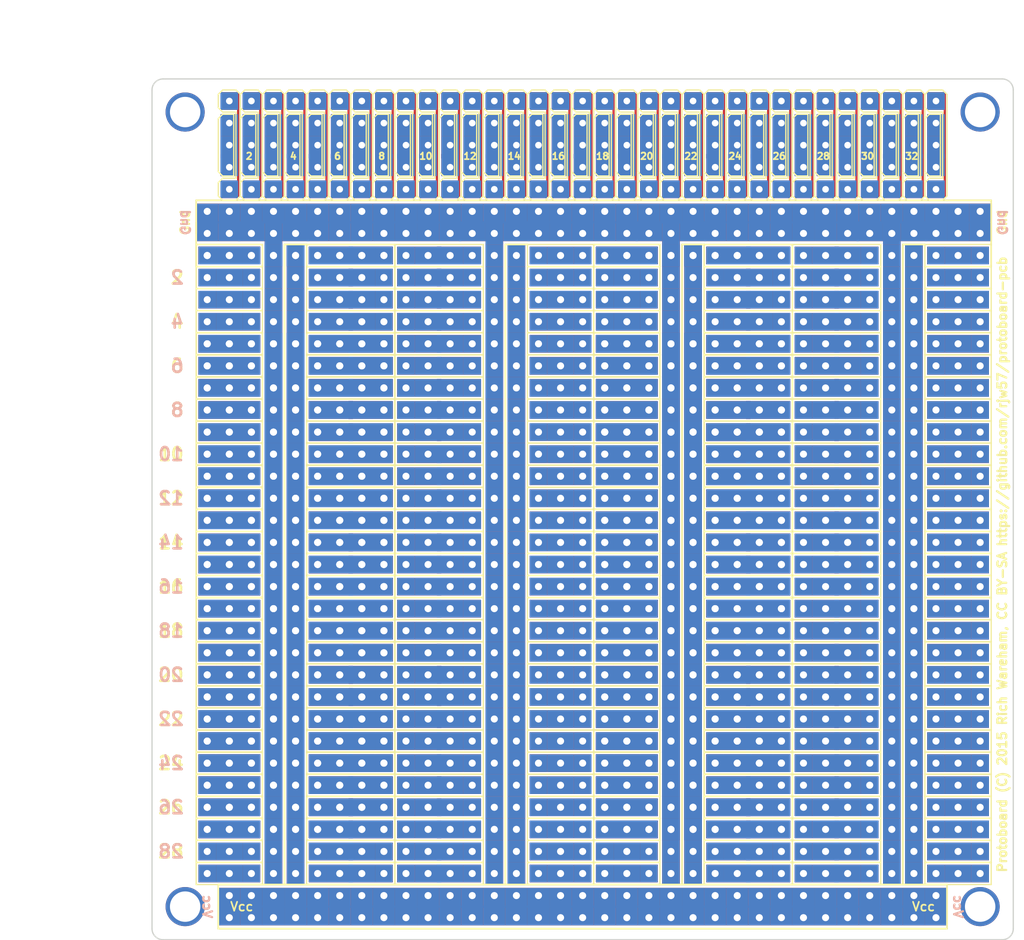
<source format=kicad_pcb>
(kicad_pcb (version 4) (host pcbnew "(after 2015-mar-04 BZR unknown)-product")
  (layers (0 F.Cu signal) (31 B.Cu signal) (34 B.Paste user) (35 F.Paste user) (36 B.SilkS user) (37 F.SilkS user) (38 B.Mask user) (39 F.Mask user) (44 Edge.Cuts user))
  (net 0 "")
  (module generic-pcb:DIP-pads (layer F.Cu) (at 184.15 134.62 180)
    (fp_text reference REF**10 hide)
    (fp_text value "DIP pads" hide)
    (pad Vcc thru_hole rect (at -1.27 0 180) (size 2.032 2.54) (drill 0.8128) (layers B.Cu B.Mask))
    (pad Gnd thru_hole rect (at 1.27 0 180) (size 2.032 2.54) (drill 0.8128) (layers *.Cu *.Mask))
    (pad 4 thru_hole rect (at 3.81 0 180) (size 2.032 2.032) (drill 0.8128) (layers B.Cu B.Mask))
    (pad 5 thru_hole rect (at 6.35 0 180) (size 3.048 2.032) (drill 0.8128) (layers B.Cu B.Mask))
    (pad 6 thru_hole rect (at 8.89 0 180) (size 3.048 2.032) (drill 0.8128) (layers B.Cu B.Mask))
    (pad 7 thru_hole rect (at 11.43 0 180) (size 2.032 2.032) (drill 0.8128) (layers B.Cu B.Mask))
    (pad 1 thru_hole rect (at -8.89 0 180) (size 2.032 2.032) (drill 0.8128) (layers B.Cu B.Mask))
    (pad 2 thru_hole rect (at -6.35 0 180) (size 3.048 2.032) (drill 0.8128) (layers B.Cu B.Mask))
    (pad 3 thru_hole rect (at -3.81 0 180) (size 2.032 2.032) (drill 0.8128) (layers B.Cu B.Mask))
  )
  (module generic-pcb:DIP-pads (layer F.Cu) (at 138.43 134.62 180)
    (fp_text reference REF**10 hide)
    (fp_text value "DIP pads" hide)
    (pad Vcc thru_hole rect (at -1.27 0 180) (size 2.032 2.54) (drill 0.8128) (layers B.Cu B.Mask))
    (pad Gnd thru_hole rect (at 1.27 0 180) (size 2.032 2.54) (drill 0.8128) (layers *.Cu *.Mask))
    (pad 4 thru_hole rect (at 3.81 0 180) (size 2.032 2.032) (drill 0.8128) (layers B.Cu B.Mask))
    (pad 5 thru_hole rect (at 6.35 0 180) (size 3.048 2.032) (drill 0.8128) (layers B.Cu B.Mask))
    (pad 6 thru_hole rect (at 8.89 0 180) (size 3.048 2.032) (drill 0.8128) (layers B.Cu B.Mask))
    (pad 7 thru_hole rect (at 11.43 0 180) (size 2.032 2.032) (drill 0.8128) (layers B.Cu B.Mask))
    (pad 1 thru_hole rect (at -8.89 0 180) (size 2.032 2.032) (drill 0.8128) (layers B.Cu B.Mask))
    (pad 2 thru_hole rect (at -6.35 0 180) (size 3.048 2.032) (drill 0.8128) (layers B.Cu B.Mask))
    (pad 3 thru_hole rect (at -3.81 0 180) (size 2.032 2.032) (drill 0.8128) (layers B.Cu B.Mask))
  )
  (module generic-pcb:DIP-pads-mirror (layer F.Cu) (at 158.75 83.82 180)
    (fp_text reference REF**22 hide)
    (fp_text value "DIP pads" hide)
    (pad Vcc thru_hole rect (at -1.27 0 180) (size 2.032 2.54) (drill 0.8128) (layers B.Cu B.Mask))
    (pad Gnd thru_hole rect (at 1.27 0 180) (size 2.032 2.54) (drill 0.8128) (layers *.Cu *.Mask))
    (pad 1 thru_hole rect (at -11.43 0 180) (size 2.032 2.032) (drill 0.8128) (layers B.Cu B.Mask))
    (pad 2 thru_hole rect (at -8.89 0 180) (size 3.048 2.032) (drill 0.8128) (layers B.Cu B.Mask))
    (pad 3 thru_hole rect (at -6.35 0 180) (size 3.048 2.032) (drill 0.8128) (layers B.Cu B.Mask))
    (pad 4 thru_hole rect (at -3.81 0 180) (size 2.032 2.032) (drill 0.8128) (layers B.Cu B.Mask))
    (pad 5 thru_hole rect (at 3.81 0 180) (size 2.032 2.032) (drill 0.8128) (layers B.Cu B.Mask))
    (pad 6 thru_hole rect (at 6.35 0 180) (size 3.048 2.032) (drill 0.8128) (layers B.Cu B.Mask))
    (pad 7 thru_hole rect (at 8.89 0 180) (size 2.032 2.032) (drill 0.8128) (layers B.Cu B.Mask))
  )
  (module generic-pcb:gnd-bus-mirror (layer F.Cu) (at 181.61 60.96)
    (fp_text reference REF**8 hide)
    (fp_text value "GND bus" hide)
    (pad Gnd thru_hole rect (at 1.27 -2.54) (size 2.54 2.286) (drill 0.8128 (offset 0 0.254)) (layers *.Cu *.Mask))
    (pad Gnd thru_hole rect (at 3.81 -2.54) (size 2.54 2.286) (drill 0.8128 (offset 0 0.254)) (layers *.Cu *.Mask))
    (pad Gnd thru_hole rect (at 6.35 -2.54) (size 2.54 2.286) (drill 0.8128 (offset 0 0.254)) (layers *.Cu *.Mask))
    (pad Gnd thru_hole rect (at 8.89 -2.54) (size 2.54 2.286) (drill 0.8128 (offset 0 0.254)) (layers *.Cu *.Mask))
    (pad Gnd thru_hole rect (at 11.43 -2.54) (size 2.54 2.286) (drill 0.8128 (offset 0 0.254)) (layers *.Cu *.Mask))
    (pad Gnd thru_hole rect (at -1.27 -2.54) (size 2.54 2.286) (drill 0.8128 (offset 0 0.254)) (layers *.Cu *.Mask))
    (pad Gnd thru_hole rect (at -3.81 -2.54) (size 2.54 2.286) (drill 0.8128 (offset 0 0.254)) (layers *.Cu *.Mask))
    (pad Gnd thru_hole rect (at -6.35 -2.54) (size 2.54 2.286) (drill 0.8128 (offset 0 0.254)) (layers *.Cu *.Mask))
    (pad Gnd thru_hole rect (at -8.89 -2.54) (size 2.54 2.286) (drill 0.8128 (offset 0 0.254)) (layers *.Cu *.Mask))
    (pad Gnd thru_hole rect (at -1.27 0) (size 3.048 2.286) (drill 0.8128 (offset 0 -0.254)) (layers *.Cu *.Mask))
    (pad Gnd thru_hole rect (at 1.27 0) (size 2.032 2.54) (drill 0.8128) (layers *.Cu *.Mask))
    (pad Gnd thru_hole rect (at 3.81 0) (size 3.048 2.286) (drill 0.8128 (offset 0 -0.254)) (layers *.Cu *.Mask))
    (pad Gnd thru_hole rect (at -3.81 0) (size 2.54 2.286) (drill 0.8128 (offset 0 -0.254)) (layers *.Cu *.Mask))
    (pad Gnd thru_hole rect (at -6.35 0) (size 2.54 2.286) (drill 0.8128 (offset 0 -0.254)) (layers *.Cu *.Mask))
    (pad Gnd thru_hole rect (at -8.89 0) (size 2.54 2.286) (drill 0.8128 (offset 0 -0.254)) (layers *.Cu *.Mask))
    (pad Gnd thru_hole rect (at 6.35 0) (size 2.54 2.286) (drill 0.8128 (offset 0 -0.254)) (layers *.Cu *.Mask))
    (pad Gnd thru_hole rect (at 8.89 0) (size 2.54 2.286) (drill 0.8128 (offset 0 -0.254)) (layers *.Cu *.Mask))
    (pad Gnd thru_hole rect (at 11.43 0) (size 2.54 2.286) (drill 0.8128 (offset 0 -0.254)) (layers *.Cu *.Mask))
  )
  (module generic-pcb:Vcc-bus (layer F.Cu) (at 106.68 138.43)
    (fp_text reference REF**1 hide)
    (fp_text value "vcc bus" hide)
    (pad Vcc thru_hole rect (at 0 1.27) (size 2.54 2.286) (drill 0.8128 (offset 0 -0.254)) (layers B.Cu B.Mask))
    (pad Vcc thru_hole rect (at 0 -1.27) (size 2.54 2.286) (drill 0.8128 (offset 0 0.254)) (layers B.Cu B.Mask))
  )
  (module generic-pcb:DIP-pads-mirror (layer F.Cu) (at 113.03 71.12 180)
    (fp_text reference REF**27 hide)
    (fp_text value "DIP pads" hide)
    (pad Vcc thru_hole rect (at -1.27 0 180) (size 2.032 2.54) (drill 0.8128) (layers B.Cu B.Mask))
    (pad Gnd thru_hole rect (at 1.27 0 180) (size 2.032 2.54) (drill 0.8128) (layers *.Cu *.Mask))
    (pad 1 thru_hole rect (at -11.43 0 180) (size 2.032 2.032) (drill 0.8128) (layers B.Cu B.Mask))
    (pad 2 thru_hole rect (at -8.89 0 180) (size 3.048 2.032) (drill 0.8128) (layers B.Cu B.Mask))
    (pad 3 thru_hole rect (at -6.35 0 180) (size 3.048 2.032) (drill 0.8128) (layers B.Cu B.Mask))
    (pad 4 thru_hole rect (at -3.81 0 180) (size 2.032 2.032) (drill 0.8128) (layers B.Cu B.Mask))
    (pad 5 thru_hole rect (at 3.81 0 180) (size 2.032 2.032) (drill 0.8128) (layers B.Cu B.Mask))
    (pad 6 thru_hole rect (at 6.35 0 180) (size 3.048 2.032) (drill 0.8128) (layers B.Cu B.Mask))
    (pad 7 thru_hole rect (at 8.89 0 180) (size 2.032 2.032) (drill 0.8128) (layers B.Cu B.Mask))
  )
  (module generic-pcb:DIP-pads-mirror (layer F.Cu) (at 113.03 68.58 180)
    (fp_text reference REF**27 hide)
    (fp_text value "DIP pads" hide)
    (pad Vcc thru_hole rect (at -1.27 0 180) (size 2.032 2.54) (drill 0.8128) (layers B.Cu B.Mask))
    (pad Gnd thru_hole rect (at 1.27 0 180) (size 2.032 2.54) (drill 0.8128) (layers *.Cu *.Mask))
    (pad 1 thru_hole rect (at -11.43 0 180) (size 2.032 2.032) (drill 0.8128) (layers B.Cu B.Mask))
    (pad 2 thru_hole rect (at -8.89 0 180) (size 3.048 2.032) (drill 0.8128) (layers B.Cu B.Mask))
    (pad 3 thru_hole rect (at -6.35 0 180) (size 3.048 2.032) (drill 0.8128) (layers B.Cu B.Mask))
    (pad 4 thru_hole rect (at -3.81 0 180) (size 2.032 2.032) (drill 0.8128) (layers B.Cu B.Mask))
    (pad 5 thru_hole rect (at 3.81 0 180) (size 2.032 2.032) (drill 0.8128) (layers B.Cu B.Mask))
    (pad 6 thru_hole rect (at 6.35 0 180) (size 3.048 2.032) (drill 0.8128) (layers B.Cu B.Mask))
    (pad 7 thru_hole rect (at 8.89 0 180) (size 2.032 2.032) (drill 0.8128) (layers B.Cu B.Mask))
  )
  (module generic-pcb:DIP-pads-mirror (layer F.Cu) (at 113.03 66.04 180)
    (fp_text reference REF**27 hide)
    (fp_text value "DIP pads" hide)
    (pad Vcc thru_hole rect (at -1.27 0 180) (size 2.032 2.54) (drill 0.8128) (layers B.Cu B.Mask))
    (pad Gnd thru_hole rect (at 1.27 0 180) (size 2.032 2.54) (drill 0.8128) (layers *.Cu *.Mask))
    (pad 1 thru_hole rect (at -11.43 0 180) (size 2.032 2.032) (drill 0.8128) (layers B.Cu B.Mask))
    (pad 2 thru_hole rect (at -8.89 0 180) (size 3.048 2.032) (drill 0.8128) (layers B.Cu B.Mask))
    (pad 3 thru_hole rect (at -6.35 0 180) (size 3.048 2.032) (drill 0.8128) (layers B.Cu B.Mask))
    (pad 4 thru_hole rect (at -3.81 0 180) (size 2.032 2.032) (drill 0.8128) (layers B.Cu B.Mask))
    (pad 5 thru_hole rect (at 3.81 0 180) (size 2.032 2.032) (drill 0.8128) (layers B.Cu B.Mask))
    (pad 6 thru_hole rect (at 6.35 0 180) (size 3.048 2.032) (drill 0.8128) (layers B.Cu B.Mask))
    (pad 7 thru_hole rect (at 8.89 0 180) (size 2.032 2.032) (drill 0.8128) (layers B.Cu B.Mask))
  )
  (module generic-pcb:DIP-pads (layer F.Cu) (at 138.43 71.12 180)
    (fp_text reference REF**34 hide)
    (fp_text value "DIP pads" hide)
    (pad Vcc thru_hole rect (at -1.27 0 180) (size 2.032 2.54) (drill 0.8128) (layers B.Cu B.Mask))
    (pad Gnd thru_hole rect (at 1.27 0 180) (size 2.032 2.54) (drill 0.8128) (layers *.Cu *.Mask))
    (pad 4 thru_hole rect (at 3.81 0 180) (size 2.032 2.032) (drill 0.8128) (layers B.Cu B.Mask))
    (pad 5 thru_hole rect (at 6.35 0 180) (size 3.048 2.032) (drill 0.8128) (layers B.Cu B.Mask))
    (pad 6 thru_hole rect (at 8.89 0 180) (size 3.048 2.032) (drill 0.8128) (layers B.Cu B.Mask))
    (pad 7 thru_hole rect (at 11.43 0 180) (size 2.032 2.032) (drill 0.8128) (layers B.Cu B.Mask))
    (pad 1 thru_hole rect (at -8.89 0 180) (size 2.032 2.032) (drill 0.8128) (layers B.Cu B.Mask))
    (pad 2 thru_hole rect (at -6.35 0 180) (size 3.048 2.032) (drill 0.8128) (layers B.Cu B.Mask))
    (pad 3 thru_hole rect (at -3.81 0 180) (size 2.032 2.032) (drill 0.8128) (layers B.Cu B.Mask))
  )
  (module generic-pcb:DIP-pads (layer F.Cu) (at 138.43 68.58 180)
    (fp_text reference REF**34 hide)
    (fp_text value "DIP pads" hide)
    (pad Vcc thru_hole rect (at -1.27 0 180) (size 2.032 2.54) (drill 0.8128) (layers B.Cu B.Mask))
    (pad Gnd thru_hole rect (at 1.27 0 180) (size 2.032 2.54) (drill 0.8128) (layers *.Cu *.Mask))
    (pad 4 thru_hole rect (at 3.81 0 180) (size 2.032 2.032) (drill 0.8128) (layers B.Cu B.Mask))
    (pad 5 thru_hole rect (at 6.35 0 180) (size 3.048 2.032) (drill 0.8128) (layers B.Cu B.Mask))
    (pad 6 thru_hole rect (at 8.89 0 180) (size 3.048 2.032) (drill 0.8128) (layers B.Cu B.Mask))
    (pad 7 thru_hole rect (at 11.43 0 180) (size 2.032 2.032) (drill 0.8128) (layers B.Cu B.Mask))
    (pad 1 thru_hole rect (at -8.89 0 180) (size 2.032 2.032) (drill 0.8128) (layers B.Cu B.Mask))
    (pad 2 thru_hole rect (at -6.35 0 180) (size 3.048 2.032) (drill 0.8128) (layers B.Cu B.Mask))
    (pad 3 thru_hole rect (at -3.81 0 180) (size 2.032 2.032) (drill 0.8128) (layers B.Cu B.Mask))
  )
  (module generic-pcb:DIP-pads (layer F.Cu) (at 138.43 66.04 180)
    (fp_text reference REF**34 hide)
    (fp_text value "DIP pads" hide)
    (pad Vcc thru_hole rect (at -1.27 0 180) (size 2.032 2.54) (drill 0.8128) (layers B.Cu B.Mask))
    (pad Gnd thru_hole rect (at 1.27 0 180) (size 2.032 2.54) (drill 0.8128) (layers *.Cu *.Mask))
    (pad 4 thru_hole rect (at 3.81 0 180) (size 2.032 2.032) (drill 0.8128) (layers B.Cu B.Mask))
    (pad 5 thru_hole rect (at 6.35 0 180) (size 3.048 2.032) (drill 0.8128) (layers B.Cu B.Mask))
    (pad 6 thru_hole rect (at 8.89 0 180) (size 3.048 2.032) (drill 0.8128) (layers B.Cu B.Mask))
    (pad 7 thru_hole rect (at 11.43 0 180) (size 2.032 2.032) (drill 0.8128) (layers B.Cu B.Mask))
    (pad 1 thru_hole rect (at -8.89 0 180) (size 2.032 2.032) (drill 0.8128) (layers B.Cu B.Mask))
    (pad 2 thru_hole rect (at -6.35 0 180) (size 3.048 2.032) (drill 0.8128) (layers B.Cu B.Mask))
    (pad 3 thru_hole rect (at -3.81 0 180) (size 2.032 2.032) (drill 0.8128) (layers B.Cu B.Mask))
  )
  (module generic-pcb:DIP-pads-mirror (layer F.Cu) (at 158.75 71.12 180)
    (fp_text reference REF**27 hide)
    (fp_text value "DIP pads" hide)
    (pad Vcc thru_hole rect (at -1.27 0 180) (size 2.032 2.54) (drill 0.8128) (layers B.Cu B.Mask))
    (pad Gnd thru_hole rect (at 1.27 0 180) (size 2.032 2.54) (drill 0.8128) (layers *.Cu *.Mask))
    (pad 1 thru_hole rect (at -11.43 0 180) (size 2.032 2.032) (drill 0.8128) (layers B.Cu B.Mask))
    (pad 2 thru_hole rect (at -8.89 0 180) (size 3.048 2.032) (drill 0.8128) (layers B.Cu B.Mask))
    (pad 3 thru_hole rect (at -6.35 0 180) (size 3.048 2.032) (drill 0.8128) (layers B.Cu B.Mask))
    (pad 4 thru_hole rect (at -3.81 0 180) (size 2.032 2.032) (drill 0.8128) (layers B.Cu B.Mask))
    (pad 5 thru_hole rect (at 3.81 0 180) (size 2.032 2.032) (drill 0.8128) (layers B.Cu B.Mask))
    (pad 6 thru_hole rect (at 6.35 0 180) (size 3.048 2.032) (drill 0.8128) (layers B.Cu B.Mask))
    (pad 7 thru_hole rect (at 8.89 0 180) (size 2.032 2.032) (drill 0.8128) (layers B.Cu B.Mask))
  )
  (module generic-pcb:DIP-pads-mirror (layer F.Cu) (at 158.75 68.58 180)
    (fp_text reference REF**27 hide)
    (fp_text value "DIP pads" hide)
    (pad Vcc thru_hole rect (at -1.27 0 180) (size 2.032 2.54) (drill 0.8128) (layers B.Cu B.Mask))
    (pad Gnd thru_hole rect (at 1.27 0 180) (size 2.032 2.54) (drill 0.8128) (layers *.Cu *.Mask))
    (pad 1 thru_hole rect (at -11.43 0 180) (size 2.032 2.032) (drill 0.8128) (layers B.Cu B.Mask))
    (pad 2 thru_hole rect (at -8.89 0 180) (size 3.048 2.032) (drill 0.8128) (layers B.Cu B.Mask))
    (pad 3 thru_hole rect (at -6.35 0 180) (size 3.048 2.032) (drill 0.8128) (layers B.Cu B.Mask))
    (pad 4 thru_hole rect (at -3.81 0 180) (size 2.032 2.032) (drill 0.8128) (layers B.Cu B.Mask))
    (pad 5 thru_hole rect (at 3.81 0 180) (size 2.032 2.032) (drill 0.8128) (layers B.Cu B.Mask))
    (pad 6 thru_hole rect (at 6.35 0 180) (size 3.048 2.032) (drill 0.8128) (layers B.Cu B.Mask))
    (pad 7 thru_hole rect (at 8.89 0 180) (size 2.032 2.032) (drill 0.8128) (layers B.Cu B.Mask))
  )
  (module generic-pcb:DIP-pads-mirror (layer F.Cu) (at 158.75 66.04 180)
    (fp_text reference REF**27 hide)
    (fp_text value "DIP pads" hide)
    (pad Vcc thru_hole rect (at -1.27 0 180) (size 2.032 2.54) (drill 0.8128) (layers B.Cu B.Mask))
    (pad Gnd thru_hole rect (at 1.27 0 180) (size 2.032 2.54) (drill 0.8128) (layers *.Cu *.Mask))
    (pad 1 thru_hole rect (at -11.43 0 180) (size 2.032 2.032) (drill 0.8128) (layers B.Cu B.Mask))
    (pad 2 thru_hole rect (at -8.89 0 180) (size 3.048 2.032) (drill 0.8128) (layers B.Cu B.Mask))
    (pad 3 thru_hole rect (at -6.35 0 180) (size 3.048 2.032) (drill 0.8128) (layers B.Cu B.Mask))
    (pad 4 thru_hole rect (at -3.81 0 180) (size 2.032 2.032) (drill 0.8128) (layers B.Cu B.Mask))
    (pad 5 thru_hole rect (at 3.81 0 180) (size 2.032 2.032) (drill 0.8128) (layers B.Cu B.Mask))
    (pad 6 thru_hole rect (at 6.35 0 180) (size 3.048 2.032) (drill 0.8128) (layers B.Cu B.Mask))
    (pad 7 thru_hole rect (at 8.89 0 180) (size 2.032 2.032) (drill 0.8128) (layers B.Cu B.Mask))
  )
  (module generic-pcb:DIP-pads (layer F.Cu) (at 184.15 71.12 180)
    (fp_text reference REF**34 hide)
    (fp_text value "DIP pads" hide)
    (pad Vcc thru_hole rect (at -1.27 0 180) (size 2.032 2.54) (drill 0.8128) (layers B.Cu B.Mask))
    (pad Gnd thru_hole rect (at 1.27 0 180) (size 2.032 2.54) (drill 0.8128) (layers *.Cu *.Mask))
    (pad 4 thru_hole rect (at 3.81 0 180) (size 2.032 2.032) (drill 0.8128) (layers B.Cu B.Mask))
    (pad 5 thru_hole rect (at 6.35 0 180) (size 3.048 2.032) (drill 0.8128) (layers B.Cu B.Mask))
    (pad 6 thru_hole rect (at 8.89 0 180) (size 3.048 2.032) (drill 0.8128) (layers B.Cu B.Mask))
    (pad 7 thru_hole rect (at 11.43 0 180) (size 2.032 2.032) (drill 0.8128) (layers B.Cu B.Mask))
    (pad 1 thru_hole rect (at -8.89 0 180) (size 2.032 2.032) (drill 0.8128) (layers B.Cu B.Mask))
    (pad 2 thru_hole rect (at -6.35 0 180) (size 3.048 2.032) (drill 0.8128) (layers B.Cu B.Mask))
    (pad 3 thru_hole rect (at -3.81 0 180) (size 2.032 2.032) (drill 0.8128) (layers B.Cu B.Mask))
  )
  (module generic-pcb:DIP-pads (layer F.Cu) (at 184.15 68.58 180)
    (fp_text reference REF**34 hide)
    (fp_text value "DIP pads" hide)
    (pad Vcc thru_hole rect (at -1.27 0 180) (size 2.032 2.54) (drill 0.8128) (layers B.Cu B.Mask))
    (pad Gnd thru_hole rect (at 1.27 0 180) (size 2.032 2.54) (drill 0.8128) (layers *.Cu *.Mask))
    (pad 4 thru_hole rect (at 3.81 0 180) (size 2.032 2.032) (drill 0.8128) (layers B.Cu B.Mask))
    (pad 5 thru_hole rect (at 6.35 0 180) (size 3.048 2.032) (drill 0.8128) (layers B.Cu B.Mask))
    (pad 6 thru_hole rect (at 8.89 0 180) (size 3.048 2.032) (drill 0.8128) (layers B.Cu B.Mask))
    (pad 7 thru_hole rect (at 11.43 0 180) (size 2.032 2.032) (drill 0.8128) (layers B.Cu B.Mask))
    (pad 1 thru_hole rect (at -8.89 0 180) (size 2.032 2.032) (drill 0.8128) (layers B.Cu B.Mask))
    (pad 2 thru_hole rect (at -6.35 0 180) (size 3.048 2.032) (drill 0.8128) (layers B.Cu B.Mask))
    (pad 3 thru_hole rect (at -3.81 0 180) (size 2.032 2.032) (drill 0.8128) (layers B.Cu B.Mask))
  )
  (module generic-pcb:DIP-pads (layer F.Cu) (at 184.15 66.04 180)
    (fp_text reference REF**34 hide)
    (fp_text value "DIP pads" hide)
    (pad Vcc thru_hole rect (at -1.27 0 180) (size 2.032 2.54) (drill 0.8128) (layers B.Cu B.Mask))
    (pad Gnd thru_hole rect (at 1.27 0 180) (size 2.032 2.54) (drill 0.8128) (layers *.Cu *.Mask))
    (pad 4 thru_hole rect (at 3.81 0 180) (size 2.032 2.032) (drill 0.8128) (layers B.Cu B.Mask))
    (pad 5 thru_hole rect (at 6.35 0 180) (size 3.048 2.032) (drill 0.8128) (layers B.Cu B.Mask))
    (pad 6 thru_hole rect (at 8.89 0 180) (size 3.048 2.032) (drill 0.8128) (layers B.Cu B.Mask))
    (pad 7 thru_hole rect (at 11.43 0 180) (size 2.032 2.032) (drill 0.8128) (layers B.Cu B.Mask))
    (pad 1 thru_hole rect (at -8.89 0 180) (size 2.032 2.032) (drill 0.8128) (layers B.Cu B.Mask))
    (pad 2 thru_hole rect (at -6.35 0 180) (size 3.048 2.032) (drill 0.8128) (layers B.Cu B.Mask))
    (pad 3 thru_hole rect (at -3.81 0 180) (size 2.032 2.032) (drill 0.8128) (layers B.Cu B.Mask))
  )
  (module generic-pcb:Vcc-bus (layer F.Cu) (at 109.22 138.43)
    (fp_text reference REF**1 hide)
    (fp_text value "vcc bus" hide)
    (pad Vcc thru_hole rect (at 0 1.27) (size 2.54 2.286) (drill 0.8128 (offset 0 -0.254)) (layers B.Cu B.Mask))
    (pad Vcc thru_hole rect (at 0 -1.27) (size 2.54 2.286) (drill 0.8128 (offset 0 0.254)) (layers B.Cu B.Mask))
  )
  (module generic-pcb:Vcc-bus (layer F.Cu) (at 187.96 138.43)
    (fp_text reference REF**30 hide)
    (fp_text value "vcc bus" hide)
    (pad Vcc thru_hole rect (at 0 1.27) (size 2.54 2.286) (drill 0.8128 (offset 0 -0.254)) (layers B.Cu B.Mask))
    (pad Vcc thru_hole rect (at 0 -1.27) (size 2.54 2.286) (drill 0.8128 (offset 0 0.254)) (layers B.Cu B.Mask))
  )
  (module generic-pcb:Vcc-bus (layer F.Cu) (at 185.42 138.43)
    (fp_text reference REF**30 hide)
    (fp_text value "vcc bus" hide)
    (pad Vcc thru_hole rect (at 0 1.27) (size 2.54 2.286) (drill 0.8128 (offset 0 -0.254)) (layers B.Cu B.Mask))
    (pad Vcc thru_hole rect (at 0 -1.27) (size 2.54 2.286) (drill 0.8128 (offset 0 0.254)) (layers B.Cu B.Mask))
  )
  (module generic-pcb:Vcc-bus (layer F.Cu) (at 182.88 138.43)
    (fp_text reference REF**29 hide)
    (fp_text value "vcc bus" hide)
    (pad Vcc thru_hole rect (at 0 1.27) (size 2.54 2.286) (drill 0.8128 (offset 0 -0.254)) (layers B.Cu B.Mask))
    (pad Vcc thru_hole rect (at 0 -1.27) (size 2.54 2.286) (drill 0.8128 (offset 0 0.254)) (layers B.Cu B.Mask))
  )
  (module generic-pcb:Vcc-bus (layer F.Cu) (at 180.34 138.43)
    (fp_text reference REF**28 hide)
    (fp_text value "vcc bus" hide)
    (pad Vcc thru_hole rect (at 0 1.27) (size 2.54 2.286) (drill 0.8128 (offset 0 -0.254)) (layers B.Cu B.Mask))
    (pad Vcc thru_hole rect (at 0 -1.27) (size 2.54 2.286) (drill 0.8128 (offset 0 0.254)) (layers B.Cu B.Mask))
  )
  (module generic-pcb:Vcc-bus (layer F.Cu) (at 177.8 138.43)
    (fp_text reference REF**27 hide)
    (fp_text value "vcc bus" hide)
    (pad Vcc thru_hole rect (at 0 1.27) (size 2.54 2.286) (drill 0.8128 (offset 0 -0.254)) (layers B.Cu B.Mask))
    (pad Vcc thru_hole rect (at 0 -1.27) (size 2.54 2.286) (drill 0.8128 (offset 0 0.254)) (layers B.Cu B.Mask))
  )
  (module generic-pcb:Vcc-bus (layer F.Cu) (at 175.26 138.43)
    (fp_text reference REF**26 hide)
    (fp_text value "vcc bus" hide)
    (pad Vcc thru_hole rect (at 0 1.27) (size 2.54 2.286) (drill 0.8128 (offset 0 -0.254)) (layers B.Cu B.Mask))
    (pad Vcc thru_hole rect (at 0 -1.27) (size 2.54 2.286) (drill 0.8128 (offset 0 0.254)) (layers B.Cu B.Mask))
  )
  (module generic-pcb:Vcc-bus (layer F.Cu) (at 172.72 138.43)
    (fp_text reference REF**25 hide)
    (fp_text value "vcc bus" hide)
    (pad Vcc thru_hole rect (at 0 1.27) (size 2.54 2.286) (drill 0.8128 (offset 0 -0.254)) (layers B.Cu B.Mask))
    (pad Vcc thru_hole rect (at 0 -1.27) (size 2.54 2.286) (drill 0.8128 (offset 0 0.254)) (layers B.Cu B.Mask))
  )
  (module generic-pcb:Vcc-bus (layer F.Cu) (at 170.18 138.43)
    (fp_text reference REF**24 hide)
    (fp_text value "vcc bus" hide)
    (pad Vcc thru_hole rect (at 0 1.27) (size 2.54 2.286) (drill 0.8128 (offset 0 -0.254)) (layers B.Cu B.Mask))
    (pad Vcc thru_hole rect (at 0 -1.27) (size 2.54 2.286) (drill 0.8128 (offset 0 0.254)) (layers B.Cu B.Mask))
  )
  (module generic-pcb:Vcc-bus (layer F.Cu) (at 167.64 138.43)
    (fp_text reference REF**23 hide)
    (fp_text value "vcc bus" hide)
    (pad Vcc thru_hole rect (at 0 1.27) (size 2.54 2.286) (drill 0.8128 (offset 0 -0.254)) (layers B.Cu B.Mask))
    (pad Vcc thru_hole rect (at 0 -1.27) (size 2.54 2.286) (drill 0.8128 (offset 0 0.254)) (layers B.Cu B.Mask))
  )
  (module generic-pcb:Vcc-bus (layer F.Cu) (at 165.1 138.43)
    (fp_text reference REF**22 hide)
    (fp_text value "vcc bus" hide)
    (pad Vcc thru_hole rect (at 0 1.27) (size 2.54 2.286) (drill 0.8128 (offset 0 -0.254)) (layers B.Cu B.Mask))
    (pad Vcc thru_hole rect (at 0 -1.27) (size 2.54 2.286) (drill 0.8128 (offset 0 0.254)) (layers B.Cu B.Mask))
  )
  (module generic-pcb:Vcc-bus (layer F.Cu) (at 162.56 138.43)
    (fp_text reference REF**21 hide)
    (fp_text value "vcc bus" hide)
    (pad Vcc thru_hole rect (at 0 1.27) (size 2.54 2.286) (drill 0.8128 (offset 0 -0.254)) (layers B.Cu B.Mask))
    (pad Vcc thru_hole rect (at 0 -1.27) (size 2.54 2.286) (drill 0.8128 (offset 0 0.254)) (layers B.Cu B.Mask))
  )
  (module generic-pcb:Vcc-bus (layer F.Cu) (at 160.02 138.43)
    (fp_text reference REF**20 hide)
    (fp_text value "vcc bus" hide)
    (pad Vcc thru_hole rect (at 0 1.27) (size 2.54 2.286) (drill 0.8128 (offset 0 -0.254)) (layers B.Cu B.Mask))
    (pad Vcc thru_hole rect (at 0 -1.27) (size 2.54 2.286) (drill 0.8128 (offset 0 0.254)) (layers B.Cu B.Mask))
  )
  (module generic-pcb:Vcc-bus (layer F.Cu) (at 157.48 138.43)
    (fp_text reference REF**19 hide)
    (fp_text value "vcc bus" hide)
    (pad Vcc thru_hole rect (at 0 1.27) (size 2.54 2.286) (drill 0.8128 (offset 0 -0.254)) (layers B.Cu B.Mask))
    (pad Vcc thru_hole rect (at 0 -1.27) (size 2.54 2.286) (drill 0.8128 (offset 0 0.254)) (layers B.Cu B.Mask))
  )
  (module generic-pcb:Vcc-bus (layer F.Cu) (at 154.94 138.43)
    (fp_text reference REF**18 hide)
    (fp_text value "vcc bus" hide)
    (pad Vcc thru_hole rect (at 0 1.27) (size 2.54 2.286) (drill 0.8128 (offset 0 -0.254)) (layers B.Cu B.Mask))
    (pad Vcc thru_hole rect (at 0 -1.27) (size 2.54 2.286) (drill 0.8128 (offset 0 0.254)) (layers B.Cu B.Mask))
  )
  (module generic-pcb:Vcc-bus (layer F.Cu) (at 152.4 138.43)
    (fp_text reference REF**17 hide)
    (fp_text value "vcc bus" hide)
    (pad Vcc thru_hole rect (at 0 1.27) (size 2.54 2.286) (drill 0.8128 (offset 0 -0.254)) (layers B.Cu B.Mask))
    (pad Vcc thru_hole rect (at 0 -1.27) (size 2.54 2.286) (drill 0.8128 (offset 0 0.254)) (layers B.Cu B.Mask))
  )
  (module generic-pcb:Vcc-bus (layer F.Cu) (at 149.86 138.43)
    (fp_text reference REF**16 hide)
    (fp_text value "vcc bus" hide)
    (pad Vcc thru_hole rect (at 0 1.27) (size 2.54 2.286) (drill 0.8128 (offset 0 -0.254)) (layers B.Cu B.Mask))
    (pad Vcc thru_hole rect (at 0 -1.27) (size 2.54 2.286) (drill 0.8128 (offset 0 0.254)) (layers B.Cu B.Mask))
  )
  (module generic-pcb:Vcc-bus (layer F.Cu) (at 147.32 138.43)
    (fp_text reference REF**15 hide)
    (fp_text value "vcc bus" hide)
    (pad Vcc thru_hole rect (at 0 1.27) (size 2.54 2.286) (drill 0.8128 (offset 0 -0.254)) (layers B.Cu B.Mask))
    (pad Vcc thru_hole rect (at 0 -1.27) (size 2.54 2.286) (drill 0.8128 (offset 0 0.254)) (layers B.Cu B.Mask))
  )
  (module generic-pcb:Vcc-bus (layer F.Cu) (at 144.78 138.43)
    (fp_text reference REF**14 hide)
    (fp_text value "vcc bus" hide)
    (pad Vcc thru_hole rect (at 0 1.27) (size 2.54 2.286) (drill 0.8128 (offset 0 -0.254)) (layers B.Cu B.Mask))
    (pad Vcc thru_hole rect (at 0 -1.27) (size 2.54 2.286) (drill 0.8128 (offset 0 0.254)) (layers B.Cu B.Mask))
  )
  (module generic-pcb:Vcc-bus (layer F.Cu) (at 142.24 138.43)
    (fp_text reference REF**13 hide)
    (fp_text value "vcc bus" hide)
    (pad Vcc thru_hole rect (at 0 1.27) (size 2.54 2.286) (drill 0.8128 (offset 0 -0.254)) (layers B.Cu B.Mask))
    (pad Vcc thru_hole rect (at 0 -1.27) (size 2.54 2.286) (drill 0.8128 (offset 0 0.254)) (layers B.Cu B.Mask))
  )
  (module generic-pcb:Vcc-bus (layer F.Cu) (at 139.7 138.43)
    (fp_text reference REF**12 hide)
    (fp_text value "vcc bus" hide)
    (pad Vcc thru_hole rect (at 0 1.27) (size 2.54 2.286) (drill 0.8128 (offset 0 -0.254)) (layers B.Cu B.Mask))
    (pad Vcc thru_hole rect (at 0 -1.27) (size 2.54 2.286) (drill 0.8128 (offset 0 0.254)) (layers B.Cu B.Mask))
  )
  (module generic-pcb:Vcc-bus (layer F.Cu) (at 137.16 138.43)
    (fp_text reference REF**11 hide)
    (fp_text value "vcc bus" hide)
    (pad Vcc thru_hole rect (at 0 1.27) (size 2.54 2.286) (drill 0.8128 (offset 0 -0.254)) (layers B.Cu B.Mask))
    (pad Vcc thru_hole rect (at 0 -1.27) (size 2.54 2.286) (drill 0.8128 (offset 0 0.254)) (layers B.Cu B.Mask))
  )
  (module generic-pcb:Vcc-bus (layer F.Cu) (at 134.62 138.43)
    (fp_text reference REF**10 hide)
    (fp_text value "vcc bus" hide)
    (pad Vcc thru_hole rect (at 0 1.27) (size 2.54 2.286) (drill 0.8128 (offset 0 -0.254)) (layers B.Cu B.Mask))
    (pad Vcc thru_hole rect (at 0 -1.27) (size 2.54 2.286) (drill 0.8128 (offset 0 0.254)) (layers B.Cu B.Mask))
  )
  (module generic-pcb:Vcc-bus (layer F.Cu) (at 132.08 138.43)
    (fp_text reference REF**9 hide)
    (fp_text value "vcc bus" hide)
    (pad Vcc thru_hole rect (at 0 1.27) (size 2.54 2.286) (drill 0.8128 (offset 0 -0.254)) (layers B.Cu B.Mask))
    (pad Vcc thru_hole rect (at 0 -1.27) (size 2.54 2.286) (drill 0.8128 (offset 0 0.254)) (layers B.Cu B.Mask))
  )
  (module generic-pcb:Vcc-bus (layer F.Cu) (at 129.54 138.43)
    (fp_text reference REF**8 hide)
    (fp_text value "vcc bus" hide)
    (pad Vcc thru_hole rect (at 0 1.27) (size 2.54 2.286) (drill 0.8128 (offset 0 -0.254)) (layers B.Cu B.Mask))
    (pad Vcc thru_hole rect (at 0 -1.27) (size 2.54 2.286) (drill 0.8128 (offset 0 0.254)) (layers B.Cu B.Mask))
  )
  (module generic-pcb:Vcc-bus (layer F.Cu) (at 127 138.43)
    (fp_text reference REF**7 hide)
    (fp_text value "vcc bus" hide)
    (pad Vcc thru_hole rect (at 0 1.27) (size 2.54 2.286) (drill 0.8128 (offset 0 -0.254)) (layers B.Cu B.Mask))
    (pad Vcc thru_hole rect (at 0 -1.27) (size 2.54 2.286) (drill 0.8128 (offset 0 0.254)) (layers B.Cu B.Mask))
  )
  (module generic-pcb:Vcc-bus (layer F.Cu) (at 124.46 138.43)
    (fp_text reference REF**6 hide)
    (fp_text value "vcc bus" hide)
    (pad Vcc thru_hole rect (at 0 1.27) (size 2.54 2.286) (drill 0.8128 (offset 0 -0.254)) (layers B.Cu B.Mask))
    (pad Vcc thru_hole rect (at 0 -1.27) (size 2.54 2.286) (drill 0.8128 (offset 0 0.254)) (layers B.Cu B.Mask))
  )
  (module generic-pcb:Vcc-bus (layer F.Cu) (at 121.92 138.43)
    (fp_text reference REF**5 hide)
    (fp_text value "vcc bus" hide)
    (pad Vcc thru_hole rect (at 0 1.27) (size 2.54 2.286) (drill 0.8128 (offset 0 -0.254)) (layers B.Cu B.Mask))
    (pad Vcc thru_hole rect (at 0 -1.27) (size 2.54 2.286) (drill 0.8128 (offset 0 0.254)) (layers B.Cu B.Mask))
  )
  (module generic-pcb:Vcc-bus (layer F.Cu) (at 119.38 138.43)
    (fp_text reference REF**4 hide)
    (fp_text value "vcc bus" hide)
    (pad Vcc thru_hole rect (at 0 1.27) (size 2.54 2.286) (drill 0.8128 (offset 0 -0.254)) (layers B.Cu B.Mask))
    (pad Vcc thru_hole rect (at 0 -1.27) (size 2.54 2.286) (drill 0.8128 (offset 0 0.254)) (layers B.Cu B.Mask))
  )
  (module generic-pcb:Vcc-bus (layer F.Cu) (at 116.84 138.43)
    (fp_text reference REF**3 hide)
    (fp_text value "vcc bus" hide)
    (pad Vcc thru_hole rect (at 0 1.27) (size 2.54 2.286) (drill 0.8128 (offset 0 -0.254)) (layers B.Cu B.Mask))
    (pad Vcc thru_hole rect (at 0 -1.27) (size 2.54 2.286) (drill 0.8128 (offset 0 0.254)) (layers B.Cu B.Mask))
  )
  (module generic-pcb:Vcc-bus (layer F.Cu) (at 114.3 138.43)
    (fp_text reference REF**2 hide)
    (fp_text value "vcc bus" hide)
    (pad Vcc thru_hole rect (at 0 1.27) (size 2.54 2.286) (drill 0.8128 (offset 0 -0.254)) (layers B.Cu B.Mask))
    (pad Vcc thru_hole rect (at 0 -1.27) (size 2.54 2.286) (drill 0.8128 (offset 0 0.254)) (layers B.Cu B.Mask))
  )
  (module generic-pcb:MountingHole_3-5mm (layer F.Cu) (at 193.04 46.99)
    (fp_text reference REF** hide)
    (fp_text value MountingHole_3-5mm hide)
    (pad "" np_thru_hole circle (at 0 0) (size 4.50088 4.50088) (drill 3.5) (layers *.Cu))
  )
  (module generic-pcb:MountingHole_3-5mm (layer F.Cu) (at 193.04 138.43)
    (fp_text reference REF** hide)
    (fp_text value MountingHole_3-5mm hide)
    (pad "" np_thru_hole circle (at 0 0) (size 4.50088 4.50088) (drill 3.5) (layers *.Cu))
  )
  (module generic-pcb:MountingHole_3-5mm (layer F.Cu) (at 101.6 138.43)
    (fp_text reference REF** hide)
    (fp_text value MountingHole_3-5mm hide)
    (pad "" np_thru_hole circle (at 0 0) (size 4.50088 4.50088) (drill 3.5) (layers *.Cu))
  )
  (module generic-pcb:MountingHole_3-5mm (layer F.Cu) (at 101.6 46.99)
    (fp_text reference REF** hide)
    (fp_text value MountingHole_3-5mm hide)
    (pad "" np_thru_hole circle (at 0 0) (size 4.50088 4.50088) (drill 3.5) (layers *.Cu))
  )
  (module generic-pcb:DIP-pads-mirror (layer F.Cu) (at 113.03 132.08 180)
    (fp_text reference REF**3 hide)
    (fp_text value "DIP pads" hide)
    (pad Vcc thru_hole rect (at -1.27 0 180) (size 2.032 2.54) (drill 0.8128) (layers B.Cu B.Mask))
    (pad Gnd thru_hole rect (at 1.27 0 180) (size 2.032 2.54) (drill 0.8128) (layers *.Cu *.Mask))
    (pad 1 thru_hole rect (at -11.43 0 180) (size 2.032 2.032) (drill 0.8128) (layers B.Cu B.Mask))
    (pad 2 thru_hole rect (at -8.89 0 180) (size 3.048 2.032) (drill 0.8128) (layers B.Cu B.Mask))
    (pad 3 thru_hole rect (at -6.35 0 180) (size 3.048 2.032) (drill 0.8128) (layers B.Cu B.Mask))
    (pad 4 thru_hole rect (at -3.81 0 180) (size 2.032 2.032) (drill 0.8128) (layers B.Cu B.Mask))
    (pad 5 thru_hole rect (at 3.81 0 180) (size 2.032 2.032) (drill 0.8128) (layers B.Cu B.Mask))
    (pad 6 thru_hole rect (at 6.35 0 180) (size 3.048 2.032) (drill 0.8128) (layers B.Cu B.Mask))
    (pad 7 thru_hole rect (at 8.89 0 180) (size 2.032 2.032) (drill 0.8128) (layers B.Cu B.Mask))
  )
  (module generic-pcb:DIP-pads-mirror (layer F.Cu) (at 113.03 129.54 180)
    (fp_text reference REF**4 hide)
    (fp_text value "DIP pads" hide)
    (pad Vcc thru_hole rect (at -1.27 0 180) (size 2.032 2.54) (drill 0.8128) (layers B.Cu B.Mask))
    (pad Gnd thru_hole rect (at 1.27 0 180) (size 2.032 2.54) (drill 0.8128) (layers *.Cu *.Mask))
    (pad 1 thru_hole rect (at -11.43 0 180) (size 2.032 2.032) (drill 0.8128) (layers B.Cu B.Mask))
    (pad 2 thru_hole rect (at -8.89 0 180) (size 3.048 2.032) (drill 0.8128) (layers B.Cu B.Mask))
    (pad 3 thru_hole rect (at -6.35 0 180) (size 3.048 2.032) (drill 0.8128) (layers B.Cu B.Mask))
    (pad 4 thru_hole rect (at -3.81 0 180) (size 2.032 2.032) (drill 0.8128) (layers B.Cu B.Mask))
    (pad 5 thru_hole rect (at 3.81 0 180) (size 2.032 2.032) (drill 0.8128) (layers B.Cu B.Mask))
    (pad 6 thru_hole rect (at 6.35 0 180) (size 3.048 2.032) (drill 0.8128) (layers B.Cu B.Mask))
    (pad 7 thru_hole rect (at 8.89 0 180) (size 2.032 2.032) (drill 0.8128) (layers B.Cu B.Mask))
  )
  (module generic-pcb:DIP-pads-mirror (layer F.Cu) (at 113.03 127 180)
    (fp_text reference REF**5 hide)
    (fp_text value "DIP pads" hide)
    (pad Vcc thru_hole rect (at -1.27 0 180) (size 2.032 2.54) (drill 0.8128) (layers B.Cu B.Mask))
    (pad Gnd thru_hole rect (at 1.27 0 180) (size 2.032 2.54) (drill 0.8128) (layers *.Cu *.Mask))
    (pad 1 thru_hole rect (at -11.43 0 180) (size 2.032 2.032) (drill 0.8128) (layers B.Cu B.Mask))
    (pad 2 thru_hole rect (at -8.89 0 180) (size 3.048 2.032) (drill 0.8128) (layers B.Cu B.Mask))
    (pad 3 thru_hole rect (at -6.35 0 180) (size 3.048 2.032) (drill 0.8128) (layers B.Cu B.Mask))
    (pad 4 thru_hole rect (at -3.81 0 180) (size 2.032 2.032) (drill 0.8128) (layers B.Cu B.Mask))
    (pad 5 thru_hole rect (at 3.81 0 180) (size 2.032 2.032) (drill 0.8128) (layers B.Cu B.Mask))
    (pad 6 thru_hole rect (at 6.35 0 180) (size 3.048 2.032) (drill 0.8128) (layers B.Cu B.Mask))
    (pad 7 thru_hole rect (at 8.89 0 180) (size 2.032 2.032) (drill 0.8128) (layers B.Cu B.Mask))
  )
  (module generic-pcb:DIP-pads-mirror (layer F.Cu) (at 113.03 124.46 180)
    (fp_text reference REF**6 hide)
    (fp_text value "DIP pads" hide)
    (pad Vcc thru_hole rect (at -1.27 0 180) (size 2.032 2.54) (drill 0.8128) (layers B.Cu B.Mask))
    (pad Gnd thru_hole rect (at 1.27 0 180) (size 2.032 2.54) (drill 0.8128) (layers *.Cu *.Mask))
    (pad 1 thru_hole rect (at -11.43 0 180) (size 2.032 2.032) (drill 0.8128) (layers B.Cu B.Mask))
    (pad 2 thru_hole rect (at -8.89 0 180) (size 3.048 2.032) (drill 0.8128) (layers B.Cu B.Mask))
    (pad 3 thru_hole rect (at -6.35 0 180) (size 3.048 2.032) (drill 0.8128) (layers B.Cu B.Mask))
    (pad 4 thru_hole rect (at -3.81 0 180) (size 2.032 2.032) (drill 0.8128) (layers B.Cu B.Mask))
    (pad 5 thru_hole rect (at 3.81 0 180) (size 2.032 2.032) (drill 0.8128) (layers B.Cu B.Mask))
    (pad 6 thru_hole rect (at 6.35 0 180) (size 3.048 2.032) (drill 0.8128) (layers B.Cu B.Mask))
    (pad 7 thru_hole rect (at 8.89 0 180) (size 2.032 2.032) (drill 0.8128) (layers B.Cu B.Mask))
  )
  (module generic-pcb:DIP-pads-mirror (layer F.Cu) (at 113.03 121.92 180)
    (fp_text reference REF**7 hide)
    (fp_text value "DIP pads" hide)
    (pad Vcc thru_hole rect (at -1.27 0 180) (size 2.032 2.54) (drill 0.8128) (layers B.Cu B.Mask))
    (pad Gnd thru_hole rect (at 1.27 0 180) (size 2.032 2.54) (drill 0.8128) (layers *.Cu *.Mask))
    (pad 1 thru_hole rect (at -11.43 0 180) (size 2.032 2.032) (drill 0.8128) (layers B.Cu B.Mask))
    (pad 2 thru_hole rect (at -8.89 0 180) (size 3.048 2.032) (drill 0.8128) (layers B.Cu B.Mask))
    (pad 3 thru_hole rect (at -6.35 0 180) (size 3.048 2.032) (drill 0.8128) (layers B.Cu B.Mask))
    (pad 4 thru_hole rect (at -3.81 0 180) (size 2.032 2.032) (drill 0.8128) (layers B.Cu B.Mask))
    (pad 5 thru_hole rect (at 3.81 0 180) (size 2.032 2.032) (drill 0.8128) (layers B.Cu B.Mask))
    (pad 6 thru_hole rect (at 6.35 0 180) (size 3.048 2.032) (drill 0.8128) (layers B.Cu B.Mask))
    (pad 7 thru_hole rect (at 8.89 0 180) (size 2.032 2.032) (drill 0.8128) (layers B.Cu B.Mask))
  )
  (module generic-pcb:DIP-pads-mirror (layer F.Cu) (at 113.03 119.38 180)
    (fp_text reference REF**8 hide)
    (fp_text value "DIP pads" hide)
    (pad Vcc thru_hole rect (at -1.27 0 180) (size 2.032 2.54) (drill 0.8128) (layers B.Cu B.Mask))
    (pad Gnd thru_hole rect (at 1.27 0 180) (size 2.032 2.54) (drill 0.8128) (layers *.Cu *.Mask))
    (pad 1 thru_hole rect (at -11.43 0 180) (size 2.032 2.032) (drill 0.8128) (layers B.Cu B.Mask))
    (pad 2 thru_hole rect (at -8.89 0 180) (size 3.048 2.032) (drill 0.8128) (layers B.Cu B.Mask))
    (pad 3 thru_hole rect (at -6.35 0 180) (size 3.048 2.032) (drill 0.8128) (layers B.Cu B.Mask))
    (pad 4 thru_hole rect (at -3.81 0 180) (size 2.032 2.032) (drill 0.8128) (layers B.Cu B.Mask))
    (pad 5 thru_hole rect (at 3.81 0 180) (size 2.032 2.032) (drill 0.8128) (layers B.Cu B.Mask))
    (pad 6 thru_hole rect (at 6.35 0 180) (size 3.048 2.032) (drill 0.8128) (layers B.Cu B.Mask))
    (pad 7 thru_hole rect (at 8.89 0 180) (size 2.032 2.032) (drill 0.8128) (layers B.Cu B.Mask))
  )
  (module generic-pcb:DIP-pads-mirror (layer F.Cu) (at 113.03 116.84 180)
    (fp_text reference REF**9 hide)
    (fp_text value "DIP pads" hide)
    (pad Vcc thru_hole rect (at -1.27 0 180) (size 2.032 2.54) (drill 0.8128) (layers B.Cu B.Mask))
    (pad Gnd thru_hole rect (at 1.27 0 180) (size 2.032 2.54) (drill 0.8128) (layers *.Cu *.Mask))
    (pad 1 thru_hole rect (at -11.43 0 180) (size 2.032 2.032) (drill 0.8128) (layers B.Cu B.Mask))
    (pad 2 thru_hole rect (at -8.89 0 180) (size 3.048 2.032) (drill 0.8128) (layers B.Cu B.Mask))
    (pad 3 thru_hole rect (at -6.35 0 180) (size 3.048 2.032) (drill 0.8128) (layers B.Cu B.Mask))
    (pad 4 thru_hole rect (at -3.81 0 180) (size 2.032 2.032) (drill 0.8128) (layers B.Cu B.Mask))
    (pad 5 thru_hole rect (at 3.81 0 180) (size 2.032 2.032) (drill 0.8128) (layers B.Cu B.Mask))
    (pad 6 thru_hole rect (at 6.35 0 180) (size 3.048 2.032) (drill 0.8128) (layers B.Cu B.Mask))
    (pad 7 thru_hole rect (at 8.89 0 180) (size 2.032 2.032) (drill 0.8128) (layers B.Cu B.Mask))
  )
  (module generic-pcb:DIP-pads-mirror (layer F.Cu) (at 113.03 114.3 180)
    (fp_text reference REF**10 hide)
    (fp_text value "DIP pads" hide)
    (pad Vcc thru_hole rect (at -1.27 0 180) (size 2.032 2.54) (drill 0.8128) (layers B.Cu B.Mask))
    (pad Gnd thru_hole rect (at 1.27 0 180) (size 2.032 2.54) (drill 0.8128) (layers *.Cu *.Mask))
    (pad 1 thru_hole rect (at -11.43 0 180) (size 2.032 2.032) (drill 0.8128) (layers B.Cu B.Mask))
    (pad 2 thru_hole rect (at -8.89 0 180) (size 3.048 2.032) (drill 0.8128) (layers B.Cu B.Mask))
    (pad 3 thru_hole rect (at -6.35 0 180) (size 3.048 2.032) (drill 0.8128) (layers B.Cu B.Mask))
    (pad 4 thru_hole rect (at -3.81 0 180) (size 2.032 2.032) (drill 0.8128) (layers B.Cu B.Mask))
    (pad 5 thru_hole rect (at 3.81 0 180) (size 2.032 2.032) (drill 0.8128) (layers B.Cu B.Mask))
    (pad 6 thru_hole rect (at 6.35 0 180) (size 3.048 2.032) (drill 0.8128) (layers B.Cu B.Mask))
    (pad 7 thru_hole rect (at 8.89 0 180) (size 2.032 2.032) (drill 0.8128) (layers B.Cu B.Mask))
  )
  (module generic-pcb:DIP-pads-mirror (layer F.Cu) (at 113.03 111.76 180)
    (fp_text reference REF**11 hide)
    (fp_text value "DIP pads" hide)
    (pad Vcc thru_hole rect (at -1.27 0 180) (size 2.032 2.54) (drill 0.8128) (layers B.Cu B.Mask))
    (pad Gnd thru_hole rect (at 1.27 0 180) (size 2.032 2.54) (drill 0.8128) (layers *.Cu *.Mask))
    (pad 1 thru_hole rect (at -11.43 0 180) (size 2.032 2.032) (drill 0.8128) (layers B.Cu B.Mask))
    (pad 2 thru_hole rect (at -8.89 0 180) (size 3.048 2.032) (drill 0.8128) (layers B.Cu B.Mask))
    (pad 3 thru_hole rect (at -6.35 0 180) (size 3.048 2.032) (drill 0.8128) (layers B.Cu B.Mask))
    (pad 4 thru_hole rect (at -3.81 0 180) (size 2.032 2.032) (drill 0.8128) (layers B.Cu B.Mask))
    (pad 5 thru_hole rect (at 3.81 0 180) (size 2.032 2.032) (drill 0.8128) (layers B.Cu B.Mask))
    (pad 6 thru_hole rect (at 6.35 0 180) (size 3.048 2.032) (drill 0.8128) (layers B.Cu B.Mask))
    (pad 7 thru_hole rect (at 8.89 0 180) (size 2.032 2.032) (drill 0.8128) (layers B.Cu B.Mask))
  )
  (module generic-pcb:DIP-pads-mirror (layer F.Cu) (at 113.03 109.22 180)
    (fp_text reference REF**12 hide)
    (fp_text value "DIP pads" hide)
    (pad Vcc thru_hole rect (at -1.27 0 180) (size 2.032 2.54) (drill 0.8128) (layers B.Cu B.Mask))
    (pad Gnd thru_hole rect (at 1.27 0 180) (size 2.032 2.54) (drill 0.8128) (layers *.Cu *.Mask))
    (pad 1 thru_hole rect (at -11.43 0 180) (size 2.032 2.032) (drill 0.8128) (layers B.Cu B.Mask))
    (pad 2 thru_hole rect (at -8.89 0 180) (size 3.048 2.032) (drill 0.8128) (layers B.Cu B.Mask))
    (pad 3 thru_hole rect (at -6.35 0 180) (size 3.048 2.032) (drill 0.8128) (layers B.Cu B.Mask))
    (pad 4 thru_hole rect (at -3.81 0 180) (size 2.032 2.032) (drill 0.8128) (layers B.Cu B.Mask))
    (pad 5 thru_hole rect (at 3.81 0 180) (size 2.032 2.032) (drill 0.8128) (layers B.Cu B.Mask))
    (pad 6 thru_hole rect (at 6.35 0 180) (size 3.048 2.032) (drill 0.8128) (layers B.Cu B.Mask))
    (pad 7 thru_hole rect (at 8.89 0 180) (size 2.032 2.032) (drill 0.8128) (layers B.Cu B.Mask))
  )
  (module generic-pcb:DIP-pads-mirror (layer F.Cu) (at 113.03 106.68 180)
    (fp_text reference REF**13 hide)
    (fp_text value "DIP pads" hide)
    (pad Vcc thru_hole rect (at -1.27 0 180) (size 2.032 2.54) (drill 0.8128) (layers B.Cu B.Mask))
    (pad Gnd thru_hole rect (at 1.27 0 180) (size 2.032 2.54) (drill 0.8128) (layers *.Cu *.Mask))
    (pad 1 thru_hole rect (at -11.43 0 180) (size 2.032 2.032) (drill 0.8128) (layers B.Cu B.Mask))
    (pad 2 thru_hole rect (at -8.89 0 180) (size 3.048 2.032) (drill 0.8128) (layers B.Cu B.Mask))
    (pad 3 thru_hole rect (at -6.35 0 180) (size 3.048 2.032) (drill 0.8128) (layers B.Cu B.Mask))
    (pad 4 thru_hole rect (at -3.81 0 180) (size 2.032 2.032) (drill 0.8128) (layers B.Cu B.Mask))
    (pad 5 thru_hole rect (at 3.81 0 180) (size 2.032 2.032) (drill 0.8128) (layers B.Cu B.Mask))
    (pad 6 thru_hole rect (at 6.35 0 180) (size 3.048 2.032) (drill 0.8128) (layers B.Cu B.Mask))
    (pad 7 thru_hole rect (at 8.89 0 180) (size 2.032 2.032) (drill 0.8128) (layers B.Cu B.Mask))
  )
  (module generic-pcb:DIP-pads-mirror (layer F.Cu) (at 113.03 104.14 180)
    (fp_text reference REF**14 hide)
    (fp_text value "DIP pads" hide)
    (pad Vcc thru_hole rect (at -1.27 0 180) (size 2.032 2.54) (drill 0.8128) (layers B.Cu B.Mask))
    (pad Gnd thru_hole rect (at 1.27 0 180) (size 2.032 2.54) (drill 0.8128) (layers *.Cu *.Mask))
    (pad 1 thru_hole rect (at -11.43 0 180) (size 2.032 2.032) (drill 0.8128) (layers B.Cu B.Mask))
    (pad 2 thru_hole rect (at -8.89 0 180) (size 3.048 2.032) (drill 0.8128) (layers B.Cu B.Mask))
    (pad 3 thru_hole rect (at -6.35 0 180) (size 3.048 2.032) (drill 0.8128) (layers B.Cu B.Mask))
    (pad 4 thru_hole rect (at -3.81 0 180) (size 2.032 2.032) (drill 0.8128) (layers B.Cu B.Mask))
    (pad 5 thru_hole rect (at 3.81 0 180) (size 2.032 2.032) (drill 0.8128) (layers B.Cu B.Mask))
    (pad 6 thru_hole rect (at 6.35 0 180) (size 3.048 2.032) (drill 0.8128) (layers B.Cu B.Mask))
    (pad 7 thru_hole rect (at 8.89 0 180) (size 2.032 2.032) (drill 0.8128) (layers B.Cu B.Mask))
  )
  (module generic-pcb:DIP-pads-mirror (layer F.Cu) (at 113.03 101.6 180)
    (fp_text reference REF**15 hide)
    (fp_text value "DIP pads" hide)
    (pad Vcc thru_hole rect (at -1.27 0 180) (size 2.032 2.54) (drill 0.8128) (layers B.Cu B.Mask))
    (pad Gnd thru_hole rect (at 1.27 0 180) (size 2.032 2.54) (drill 0.8128) (layers *.Cu *.Mask))
    (pad 1 thru_hole rect (at -11.43 0 180) (size 2.032 2.032) (drill 0.8128) (layers B.Cu B.Mask))
    (pad 2 thru_hole rect (at -8.89 0 180) (size 3.048 2.032) (drill 0.8128) (layers B.Cu B.Mask))
    (pad 3 thru_hole rect (at -6.35 0 180) (size 3.048 2.032) (drill 0.8128) (layers B.Cu B.Mask))
    (pad 4 thru_hole rect (at -3.81 0 180) (size 2.032 2.032) (drill 0.8128) (layers B.Cu B.Mask))
    (pad 5 thru_hole rect (at 3.81 0 180) (size 2.032 2.032) (drill 0.8128) (layers B.Cu B.Mask))
    (pad 6 thru_hole rect (at 6.35 0 180) (size 3.048 2.032) (drill 0.8128) (layers B.Cu B.Mask))
    (pad 7 thru_hole rect (at 8.89 0 180) (size 2.032 2.032) (drill 0.8128) (layers B.Cu B.Mask))
  )
  (module generic-pcb:DIP-pads-mirror (layer F.Cu) (at 113.03 99.06 180)
    (fp_text reference REF**16 hide)
    (fp_text value "DIP pads" hide)
    (pad Vcc thru_hole rect (at -1.27 0 180) (size 2.032 2.54) (drill 0.8128) (layers B.Cu B.Mask))
    (pad Gnd thru_hole rect (at 1.27 0 180) (size 2.032 2.54) (drill 0.8128) (layers *.Cu *.Mask))
    (pad 1 thru_hole rect (at -11.43 0 180) (size 2.032 2.032) (drill 0.8128) (layers B.Cu B.Mask))
    (pad 2 thru_hole rect (at -8.89 0 180) (size 3.048 2.032) (drill 0.8128) (layers B.Cu B.Mask))
    (pad 3 thru_hole rect (at -6.35 0 180) (size 3.048 2.032) (drill 0.8128) (layers B.Cu B.Mask))
    (pad 4 thru_hole rect (at -3.81 0 180) (size 2.032 2.032) (drill 0.8128) (layers B.Cu B.Mask))
    (pad 5 thru_hole rect (at 3.81 0 180) (size 2.032 2.032) (drill 0.8128) (layers B.Cu B.Mask))
    (pad 6 thru_hole rect (at 6.35 0 180) (size 3.048 2.032) (drill 0.8128) (layers B.Cu B.Mask))
    (pad 7 thru_hole rect (at 8.89 0 180) (size 2.032 2.032) (drill 0.8128) (layers B.Cu B.Mask))
  )
  (module generic-pcb:DIP-pads-mirror (layer F.Cu) (at 113.03 96.52 180)
    (fp_text reference REF**17 hide)
    (fp_text value "DIP pads" hide)
    (pad Vcc thru_hole rect (at -1.27 0 180) (size 2.032 2.54) (drill 0.8128) (layers B.Cu B.Mask))
    (pad Gnd thru_hole rect (at 1.27 0 180) (size 2.032 2.54) (drill 0.8128) (layers *.Cu *.Mask))
    (pad 1 thru_hole rect (at -11.43 0 180) (size 2.032 2.032) (drill 0.8128) (layers B.Cu B.Mask))
    (pad 2 thru_hole rect (at -8.89 0 180) (size 3.048 2.032) (drill 0.8128) (layers B.Cu B.Mask))
    (pad 3 thru_hole rect (at -6.35 0 180) (size 3.048 2.032) (drill 0.8128) (layers B.Cu B.Mask))
    (pad 4 thru_hole rect (at -3.81 0 180) (size 2.032 2.032) (drill 0.8128) (layers B.Cu B.Mask))
    (pad 5 thru_hole rect (at 3.81 0 180) (size 2.032 2.032) (drill 0.8128) (layers B.Cu B.Mask))
    (pad 6 thru_hole rect (at 6.35 0 180) (size 3.048 2.032) (drill 0.8128) (layers B.Cu B.Mask))
    (pad 7 thru_hole rect (at 8.89 0 180) (size 2.032 2.032) (drill 0.8128) (layers B.Cu B.Mask))
  )
  (module generic-pcb:DIP-pads-mirror (layer F.Cu) (at 113.03 93.98 180)
    (fp_text reference REF**18 hide)
    (fp_text value "DIP pads" hide)
    (pad Vcc thru_hole rect (at -1.27 0 180) (size 2.032 2.54) (drill 0.8128) (layers B.Cu B.Mask))
    (pad Gnd thru_hole rect (at 1.27 0 180) (size 2.032 2.54) (drill 0.8128) (layers *.Cu *.Mask))
    (pad 1 thru_hole rect (at -11.43 0 180) (size 2.032 2.032) (drill 0.8128) (layers B.Cu B.Mask))
    (pad 2 thru_hole rect (at -8.89 0 180) (size 3.048 2.032) (drill 0.8128) (layers B.Cu B.Mask))
    (pad 3 thru_hole rect (at -6.35 0 180) (size 3.048 2.032) (drill 0.8128) (layers B.Cu B.Mask))
    (pad 4 thru_hole rect (at -3.81 0 180) (size 2.032 2.032) (drill 0.8128) (layers B.Cu B.Mask))
    (pad 5 thru_hole rect (at 3.81 0 180) (size 2.032 2.032) (drill 0.8128) (layers B.Cu B.Mask))
    (pad 6 thru_hole rect (at 6.35 0 180) (size 3.048 2.032) (drill 0.8128) (layers B.Cu B.Mask))
    (pad 7 thru_hole rect (at 8.89 0 180) (size 2.032 2.032) (drill 0.8128) (layers B.Cu B.Mask))
  )
  (module generic-pcb:DIP-pads-mirror (layer F.Cu) (at 113.03 91.44 180)
    (fp_text reference REF**19 hide)
    (fp_text value "DIP pads" hide)
    (pad Vcc thru_hole rect (at -1.27 0 180) (size 2.032 2.54) (drill 0.8128) (layers B.Cu B.Mask))
    (pad Gnd thru_hole rect (at 1.27 0 180) (size 2.032 2.54) (drill 0.8128) (layers *.Cu *.Mask))
    (pad 1 thru_hole rect (at -11.43 0 180) (size 2.032 2.032) (drill 0.8128) (layers B.Cu B.Mask))
    (pad 2 thru_hole rect (at -8.89 0 180) (size 3.048 2.032) (drill 0.8128) (layers B.Cu B.Mask))
    (pad 3 thru_hole rect (at -6.35 0 180) (size 3.048 2.032) (drill 0.8128) (layers B.Cu B.Mask))
    (pad 4 thru_hole rect (at -3.81 0 180) (size 2.032 2.032) (drill 0.8128) (layers B.Cu B.Mask))
    (pad 5 thru_hole rect (at 3.81 0 180) (size 2.032 2.032) (drill 0.8128) (layers B.Cu B.Mask))
    (pad 6 thru_hole rect (at 6.35 0 180) (size 3.048 2.032) (drill 0.8128) (layers B.Cu B.Mask))
    (pad 7 thru_hole rect (at 8.89 0 180) (size 2.032 2.032) (drill 0.8128) (layers B.Cu B.Mask))
  )
  (module generic-pcb:DIP-pads-mirror (layer F.Cu) (at 113.03 88.9 180)
    (fp_text reference REF**20 hide)
    (fp_text value "DIP pads" hide)
    (pad Vcc thru_hole rect (at -1.27 0 180) (size 2.032 2.54) (drill 0.8128) (layers B.Cu B.Mask))
    (pad Gnd thru_hole rect (at 1.27 0 180) (size 2.032 2.54) (drill 0.8128) (layers *.Cu *.Mask))
    (pad 1 thru_hole rect (at -11.43 0 180) (size 2.032 2.032) (drill 0.8128) (layers B.Cu B.Mask))
    (pad 2 thru_hole rect (at -8.89 0 180) (size 3.048 2.032) (drill 0.8128) (layers B.Cu B.Mask))
    (pad 3 thru_hole rect (at -6.35 0 180) (size 3.048 2.032) (drill 0.8128) (layers B.Cu B.Mask))
    (pad 4 thru_hole rect (at -3.81 0 180) (size 2.032 2.032) (drill 0.8128) (layers B.Cu B.Mask))
    (pad 5 thru_hole rect (at 3.81 0 180) (size 2.032 2.032) (drill 0.8128) (layers B.Cu B.Mask))
    (pad 6 thru_hole rect (at 6.35 0 180) (size 3.048 2.032) (drill 0.8128) (layers B.Cu B.Mask))
    (pad 7 thru_hole rect (at 8.89 0 180) (size 2.032 2.032) (drill 0.8128) (layers B.Cu B.Mask))
  )
  (module generic-pcb:DIP-pads-mirror (layer F.Cu) (at 113.03 86.36 180)
    (fp_text reference REF**21 hide)
    (fp_text value "DIP pads" hide)
    (pad Vcc thru_hole rect (at -1.27 0 180) (size 2.032 2.54) (drill 0.8128) (layers B.Cu B.Mask))
    (pad Gnd thru_hole rect (at 1.27 0 180) (size 2.032 2.54) (drill 0.8128) (layers *.Cu *.Mask))
    (pad 1 thru_hole rect (at -11.43 0 180) (size 2.032 2.032) (drill 0.8128) (layers B.Cu B.Mask))
    (pad 2 thru_hole rect (at -8.89 0 180) (size 3.048 2.032) (drill 0.8128) (layers B.Cu B.Mask))
    (pad 3 thru_hole rect (at -6.35 0 180) (size 3.048 2.032) (drill 0.8128) (layers B.Cu B.Mask))
    (pad 4 thru_hole rect (at -3.81 0 180) (size 2.032 2.032) (drill 0.8128) (layers B.Cu B.Mask))
    (pad 5 thru_hole rect (at 3.81 0 180) (size 2.032 2.032) (drill 0.8128) (layers B.Cu B.Mask))
    (pad 6 thru_hole rect (at 6.35 0 180) (size 3.048 2.032) (drill 0.8128) (layers B.Cu B.Mask))
    (pad 7 thru_hole rect (at 8.89 0 180) (size 2.032 2.032) (drill 0.8128) (layers B.Cu B.Mask))
  )
  (module generic-pcb:DIP-pads-mirror (layer F.Cu) (at 113.03 83.82 180)
    (fp_text reference REF**22 hide)
    (fp_text value "DIP pads" hide)
    (pad Vcc thru_hole rect (at -1.27 0 180) (size 2.032 2.54) (drill 0.8128) (layers B.Cu B.Mask))
    (pad Gnd thru_hole rect (at 1.27 0 180) (size 2.032 2.54) (drill 0.8128) (layers *.Cu *.Mask))
    (pad 1 thru_hole rect (at -11.43 0 180) (size 2.032 2.032) (drill 0.8128) (layers B.Cu B.Mask))
    (pad 2 thru_hole rect (at -8.89 0 180) (size 3.048 2.032) (drill 0.8128) (layers B.Cu B.Mask))
    (pad 3 thru_hole rect (at -6.35 0 180) (size 3.048 2.032) (drill 0.8128) (layers B.Cu B.Mask))
    (pad 4 thru_hole rect (at -3.81 0 180) (size 2.032 2.032) (drill 0.8128) (layers B.Cu B.Mask))
    (pad 5 thru_hole rect (at 3.81 0 180) (size 2.032 2.032) (drill 0.8128) (layers B.Cu B.Mask))
    (pad 6 thru_hole rect (at 6.35 0 180) (size 3.048 2.032) (drill 0.8128) (layers B.Cu B.Mask))
    (pad 7 thru_hole rect (at 8.89 0 180) (size 2.032 2.032) (drill 0.8128) (layers B.Cu B.Mask))
  )
  (module generic-pcb:DIP-pads-mirror (layer F.Cu) (at 113.03 81.28 180)
    (fp_text reference REF**23 hide)
    (fp_text value "DIP pads" hide)
    (pad Vcc thru_hole rect (at -1.27 0 180) (size 2.032 2.54) (drill 0.8128) (layers B.Cu B.Mask))
    (pad Gnd thru_hole rect (at 1.27 0 180) (size 2.032 2.54) (drill 0.8128) (layers *.Cu *.Mask))
    (pad 1 thru_hole rect (at -11.43 0 180) (size 2.032 2.032) (drill 0.8128) (layers B.Cu B.Mask))
    (pad 2 thru_hole rect (at -8.89 0 180) (size 3.048 2.032) (drill 0.8128) (layers B.Cu B.Mask))
    (pad 3 thru_hole rect (at -6.35 0 180) (size 3.048 2.032) (drill 0.8128) (layers B.Cu B.Mask))
    (pad 4 thru_hole rect (at -3.81 0 180) (size 2.032 2.032) (drill 0.8128) (layers B.Cu B.Mask))
    (pad 5 thru_hole rect (at 3.81 0 180) (size 2.032 2.032) (drill 0.8128) (layers B.Cu B.Mask))
    (pad 6 thru_hole rect (at 6.35 0 180) (size 3.048 2.032) (drill 0.8128) (layers B.Cu B.Mask))
    (pad 7 thru_hole rect (at 8.89 0 180) (size 2.032 2.032) (drill 0.8128) (layers B.Cu B.Mask))
  )
  (module generic-pcb:DIP-pads-mirror (layer F.Cu) (at 113.03 78.74 180)
    (fp_text reference REF**24 hide)
    (fp_text value "DIP pads" hide)
    (pad Vcc thru_hole rect (at -1.27 0 180) (size 2.032 2.54) (drill 0.8128) (layers B.Cu B.Mask))
    (pad Gnd thru_hole rect (at 1.27 0 180) (size 2.032 2.54) (drill 0.8128) (layers *.Cu *.Mask))
    (pad 1 thru_hole rect (at -11.43 0 180) (size 2.032 2.032) (drill 0.8128) (layers B.Cu B.Mask))
    (pad 2 thru_hole rect (at -8.89 0 180) (size 3.048 2.032) (drill 0.8128) (layers B.Cu B.Mask))
    (pad 3 thru_hole rect (at -6.35 0 180) (size 3.048 2.032) (drill 0.8128) (layers B.Cu B.Mask))
    (pad 4 thru_hole rect (at -3.81 0 180) (size 2.032 2.032) (drill 0.8128) (layers B.Cu B.Mask))
    (pad 5 thru_hole rect (at 3.81 0 180) (size 2.032 2.032) (drill 0.8128) (layers B.Cu B.Mask))
    (pad 6 thru_hole rect (at 6.35 0 180) (size 3.048 2.032) (drill 0.8128) (layers B.Cu B.Mask))
    (pad 7 thru_hole rect (at 8.89 0 180) (size 2.032 2.032) (drill 0.8128) (layers B.Cu B.Mask))
  )
  (module generic-pcb:DIP-pads-mirror (layer F.Cu) (at 113.03 76.2 180)
    (fp_text reference REF**25 hide)
    (fp_text value "DIP pads" hide)
    (pad Vcc thru_hole rect (at -1.27 0 180) (size 2.032 2.54) (drill 0.8128) (layers B.Cu B.Mask))
    (pad Gnd thru_hole rect (at 1.27 0 180) (size 2.032 2.54) (drill 0.8128) (layers *.Cu *.Mask))
    (pad 1 thru_hole rect (at -11.43 0 180) (size 2.032 2.032) (drill 0.8128) (layers B.Cu B.Mask))
    (pad 2 thru_hole rect (at -8.89 0 180) (size 3.048 2.032) (drill 0.8128) (layers B.Cu B.Mask))
    (pad 3 thru_hole rect (at -6.35 0 180) (size 3.048 2.032) (drill 0.8128) (layers B.Cu B.Mask))
    (pad 4 thru_hole rect (at -3.81 0 180) (size 2.032 2.032) (drill 0.8128) (layers B.Cu B.Mask))
    (pad 5 thru_hole rect (at 3.81 0 180) (size 2.032 2.032) (drill 0.8128) (layers B.Cu B.Mask))
    (pad 6 thru_hole rect (at 6.35 0 180) (size 3.048 2.032) (drill 0.8128) (layers B.Cu B.Mask))
    (pad 7 thru_hole rect (at 8.89 0 180) (size 2.032 2.032) (drill 0.8128) (layers B.Cu B.Mask))
  )
  (module generic-pcb:DIP-pads-mirror (layer F.Cu) (at 113.03 73.66 180)
    (fp_text reference REF**26 hide)
    (fp_text value "DIP pads" hide)
    (pad Vcc thru_hole rect (at -1.27 0 180) (size 2.032 2.54) (drill 0.8128) (layers B.Cu B.Mask))
    (pad Gnd thru_hole rect (at 1.27 0 180) (size 2.032 2.54) (drill 0.8128) (layers *.Cu *.Mask))
    (pad 1 thru_hole rect (at -11.43 0 180) (size 2.032 2.032) (drill 0.8128) (layers B.Cu B.Mask))
    (pad 2 thru_hole rect (at -8.89 0 180) (size 3.048 2.032) (drill 0.8128) (layers B.Cu B.Mask))
    (pad 3 thru_hole rect (at -6.35 0 180) (size 3.048 2.032) (drill 0.8128) (layers B.Cu B.Mask))
    (pad 4 thru_hole rect (at -3.81 0 180) (size 2.032 2.032) (drill 0.8128) (layers B.Cu B.Mask))
    (pad 5 thru_hole rect (at 3.81 0 180) (size 2.032 2.032) (drill 0.8128) (layers B.Cu B.Mask))
    (pad 6 thru_hole rect (at 6.35 0 180) (size 3.048 2.032) (drill 0.8128) (layers B.Cu B.Mask))
    (pad 7 thru_hole rect (at 8.89 0 180) (size 2.032 2.032) (drill 0.8128) (layers B.Cu B.Mask))
  )
  (module generic-pcb:DIP-pads-mirror (layer F.Cu) (at 113.03 63.5 180)
    (fp_text reference REF**27 hide)
    (fp_text value "DIP pads" hide)
    (pad Vcc thru_hole rect (at -1.27 0 180) (size 2.032 2.54) (drill 0.8128) (layers B.Cu B.Mask))
    (pad Gnd thru_hole rect (at 1.27 0 180) (size 2.032 2.54) (drill 0.8128) (layers *.Cu *.Mask))
    (pad 1 thru_hole rect (at -11.43 0 180) (size 2.032 2.032) (drill 0.8128) (layers B.Cu B.Mask))
    (pad 2 thru_hole rect (at -8.89 0 180) (size 3.048 2.032) (drill 0.8128) (layers B.Cu B.Mask))
    (pad 3 thru_hole rect (at -6.35 0 180) (size 3.048 2.032) (drill 0.8128) (layers B.Cu B.Mask))
    (pad 4 thru_hole rect (at -3.81 0 180) (size 2.032 2.032) (drill 0.8128) (layers B.Cu B.Mask))
    (pad 5 thru_hole rect (at 3.81 0 180) (size 2.032 2.032) (drill 0.8128) (layers B.Cu B.Mask))
    (pad 6 thru_hole rect (at 6.35 0 180) (size 3.048 2.032) (drill 0.8128) (layers B.Cu B.Mask))
    (pad 7 thru_hole rect (at 8.89 0 180) (size 2.032 2.032) (drill 0.8128) (layers B.Cu B.Mask))
  )
  (module generic-pcb:DIP-pads-mirror (layer F.Cu) (at 113.03 63.5 180)
    (fp_text reference REF**27 hide)
    (fp_text value "DIP pads" hide)
    (pad Vcc thru_hole rect (at -1.27 0 180) (size 2.032 2.54) (drill 0.8128) (layers B.Cu B.Mask))
    (pad Gnd thru_hole rect (at 1.27 0 180) (size 2.032 2.54) (drill 0.8128) (layers *.Cu *.Mask))
    (pad 1 thru_hole rect (at -11.43 0 180) (size 2.032 2.032) (drill 0.8128) (layers B.Cu B.Mask))
    (pad 2 thru_hole rect (at -8.89 0 180) (size 3.048 2.032) (drill 0.8128) (layers B.Cu B.Mask))
    (pad 3 thru_hole rect (at -6.35 0 180) (size 3.048 2.032) (drill 0.8128) (layers B.Cu B.Mask))
    (pad 4 thru_hole rect (at -3.81 0 180) (size 2.032 2.032) (drill 0.8128) (layers B.Cu B.Mask))
    (pad 5 thru_hole rect (at 3.81 0 180) (size 2.032 2.032) (drill 0.8128) (layers B.Cu B.Mask))
    (pad 6 thru_hole rect (at 6.35 0 180) (size 3.048 2.032) (drill 0.8128) (layers B.Cu B.Mask))
    (pad 7 thru_hole rect (at 8.89 0 180) (size 2.032 2.032) (drill 0.8128) (layers B.Cu B.Mask))
  )
  (module generic-pcb:DIP-pads-mirror (layer F.Cu) (at 113.03 73.66 180)
    (fp_text reference REF**26 hide)
    (fp_text value "DIP pads" hide)
    (pad Vcc thru_hole rect (at -1.27 0 180) (size 2.032 2.54) (drill 0.8128) (layers B.Cu B.Mask))
    (pad Gnd thru_hole rect (at 1.27 0 180) (size 2.032 2.54) (drill 0.8128) (layers *.Cu *.Mask))
    (pad 1 thru_hole rect (at -11.43 0 180) (size 2.032 2.032) (drill 0.8128) (layers B.Cu B.Mask))
    (pad 2 thru_hole rect (at -8.89 0 180) (size 3.048 2.032) (drill 0.8128) (layers B.Cu B.Mask))
    (pad 3 thru_hole rect (at -6.35 0 180) (size 3.048 2.032) (drill 0.8128) (layers B.Cu B.Mask))
    (pad 4 thru_hole rect (at -3.81 0 180) (size 2.032 2.032) (drill 0.8128) (layers B.Cu B.Mask))
    (pad 5 thru_hole rect (at 3.81 0 180) (size 2.032 2.032) (drill 0.8128) (layers B.Cu B.Mask))
    (pad 6 thru_hole rect (at 6.35 0 180) (size 3.048 2.032) (drill 0.8128) (layers B.Cu B.Mask))
    (pad 7 thru_hole rect (at 8.89 0 180) (size 2.032 2.032) (drill 0.8128) (layers B.Cu B.Mask))
  )
  (module generic-pcb:DIP-pads-mirror (layer F.Cu) (at 113.03 76.2 180)
    (fp_text reference REF**25 hide)
    (fp_text value "DIP pads" hide)
    (pad Vcc thru_hole rect (at -1.27 0 180) (size 2.032 2.54) (drill 0.8128) (layers B.Cu B.Mask))
    (pad Gnd thru_hole rect (at 1.27 0 180) (size 2.032 2.54) (drill 0.8128) (layers *.Cu *.Mask))
    (pad 1 thru_hole rect (at -11.43 0 180) (size 2.032 2.032) (drill 0.8128) (layers B.Cu B.Mask))
    (pad 2 thru_hole rect (at -8.89 0 180) (size 3.048 2.032) (drill 0.8128) (layers B.Cu B.Mask))
    (pad 3 thru_hole rect (at -6.35 0 180) (size 3.048 2.032) (drill 0.8128) (layers B.Cu B.Mask))
    (pad 4 thru_hole rect (at -3.81 0 180) (size 2.032 2.032) (drill 0.8128) (layers B.Cu B.Mask))
    (pad 5 thru_hole rect (at 3.81 0 180) (size 2.032 2.032) (drill 0.8128) (layers B.Cu B.Mask))
    (pad 6 thru_hole rect (at 6.35 0 180) (size 3.048 2.032) (drill 0.8128) (layers B.Cu B.Mask))
    (pad 7 thru_hole rect (at 8.89 0 180) (size 2.032 2.032) (drill 0.8128) (layers B.Cu B.Mask))
  )
  (module generic-pcb:DIP-pads-mirror (layer F.Cu) (at 113.03 78.74 180)
    (fp_text reference REF**24 hide)
    (fp_text value "DIP pads" hide)
    (pad Vcc thru_hole rect (at -1.27 0 180) (size 2.032 2.54) (drill 0.8128) (layers B.Cu B.Mask))
    (pad Gnd thru_hole rect (at 1.27 0 180) (size 2.032 2.54) (drill 0.8128) (layers *.Cu *.Mask))
    (pad 1 thru_hole rect (at -11.43 0 180) (size 2.032 2.032) (drill 0.8128) (layers B.Cu B.Mask))
    (pad 2 thru_hole rect (at -8.89 0 180) (size 3.048 2.032) (drill 0.8128) (layers B.Cu B.Mask))
    (pad 3 thru_hole rect (at -6.35 0 180) (size 3.048 2.032) (drill 0.8128) (layers B.Cu B.Mask))
    (pad 4 thru_hole rect (at -3.81 0 180) (size 2.032 2.032) (drill 0.8128) (layers B.Cu B.Mask))
    (pad 5 thru_hole rect (at 3.81 0 180) (size 2.032 2.032) (drill 0.8128) (layers B.Cu B.Mask))
    (pad 6 thru_hole rect (at 6.35 0 180) (size 3.048 2.032) (drill 0.8128) (layers B.Cu B.Mask))
    (pad 7 thru_hole rect (at 8.89 0 180) (size 2.032 2.032) (drill 0.8128) (layers B.Cu B.Mask))
  )
  (module generic-pcb:DIP-pads-mirror (layer F.Cu) (at 113.03 81.28 180)
    (fp_text reference REF**23 hide)
    (fp_text value "DIP pads" hide)
    (pad Vcc thru_hole rect (at -1.27 0 180) (size 2.032 2.54) (drill 0.8128) (layers B.Cu B.Mask))
    (pad Gnd thru_hole rect (at 1.27 0 180) (size 2.032 2.54) (drill 0.8128) (layers *.Cu *.Mask))
    (pad 1 thru_hole rect (at -11.43 0 180) (size 2.032 2.032) (drill 0.8128) (layers B.Cu B.Mask))
    (pad 2 thru_hole rect (at -8.89 0 180) (size 3.048 2.032) (drill 0.8128) (layers B.Cu B.Mask))
    (pad 3 thru_hole rect (at -6.35 0 180) (size 3.048 2.032) (drill 0.8128) (layers B.Cu B.Mask))
    (pad 4 thru_hole rect (at -3.81 0 180) (size 2.032 2.032) (drill 0.8128) (layers B.Cu B.Mask))
    (pad 5 thru_hole rect (at 3.81 0 180) (size 2.032 2.032) (drill 0.8128) (layers B.Cu B.Mask))
    (pad 6 thru_hole rect (at 6.35 0 180) (size 3.048 2.032) (drill 0.8128) (layers B.Cu B.Mask))
    (pad 7 thru_hole rect (at 8.89 0 180) (size 2.032 2.032) (drill 0.8128) (layers B.Cu B.Mask))
  )
  (module generic-pcb:DIP-pads-mirror (layer F.Cu) (at 113.03 83.82 180)
    (fp_text reference REF**22 hide)
    (fp_text value "DIP pads" hide)
    (pad Vcc thru_hole rect (at -1.27 0 180) (size 2.032 2.54) (drill 0.8128) (layers B.Cu B.Mask))
    (pad Gnd thru_hole rect (at 1.27 0 180) (size 2.032 2.54) (drill 0.8128) (layers *.Cu *.Mask))
    (pad 1 thru_hole rect (at -11.43 0 180) (size 2.032 2.032) (drill 0.8128) (layers B.Cu B.Mask))
    (pad 2 thru_hole rect (at -8.89 0 180) (size 3.048 2.032) (drill 0.8128) (layers B.Cu B.Mask))
    (pad 3 thru_hole rect (at -6.35 0 180) (size 3.048 2.032) (drill 0.8128) (layers B.Cu B.Mask))
    (pad 4 thru_hole rect (at -3.81 0 180) (size 2.032 2.032) (drill 0.8128) (layers B.Cu B.Mask))
    (pad 5 thru_hole rect (at 3.81 0 180) (size 2.032 2.032) (drill 0.8128) (layers B.Cu B.Mask))
    (pad 6 thru_hole rect (at 6.35 0 180) (size 3.048 2.032) (drill 0.8128) (layers B.Cu B.Mask))
    (pad 7 thru_hole rect (at 8.89 0 180) (size 2.032 2.032) (drill 0.8128) (layers B.Cu B.Mask))
  )
  (module generic-pcb:DIP-pads-mirror (layer F.Cu) (at 113.03 86.36 180)
    (fp_text reference REF**21 hide)
    (fp_text value "DIP pads" hide)
    (pad Vcc thru_hole rect (at -1.27 0 180) (size 2.032 2.54) (drill 0.8128) (layers B.Cu B.Mask))
    (pad Gnd thru_hole rect (at 1.27 0 180) (size 2.032 2.54) (drill 0.8128) (layers *.Cu *.Mask))
    (pad 1 thru_hole rect (at -11.43 0 180) (size 2.032 2.032) (drill 0.8128) (layers B.Cu B.Mask))
    (pad 2 thru_hole rect (at -8.89 0 180) (size 3.048 2.032) (drill 0.8128) (layers B.Cu B.Mask))
    (pad 3 thru_hole rect (at -6.35 0 180) (size 3.048 2.032) (drill 0.8128) (layers B.Cu B.Mask))
    (pad 4 thru_hole rect (at -3.81 0 180) (size 2.032 2.032) (drill 0.8128) (layers B.Cu B.Mask))
    (pad 5 thru_hole rect (at 3.81 0 180) (size 2.032 2.032) (drill 0.8128) (layers B.Cu B.Mask))
    (pad 6 thru_hole rect (at 6.35 0 180) (size 3.048 2.032) (drill 0.8128) (layers B.Cu B.Mask))
    (pad 7 thru_hole rect (at 8.89 0 180) (size 2.032 2.032) (drill 0.8128) (layers B.Cu B.Mask))
  )
  (module generic-pcb:DIP-pads-mirror (layer F.Cu) (at 113.03 88.9 180)
    (fp_text reference REF**20 hide)
    (fp_text value "DIP pads" hide)
    (pad Vcc thru_hole rect (at -1.27 0 180) (size 2.032 2.54) (drill 0.8128) (layers B.Cu B.Mask))
    (pad Gnd thru_hole rect (at 1.27 0 180) (size 2.032 2.54) (drill 0.8128) (layers *.Cu *.Mask))
    (pad 1 thru_hole rect (at -11.43 0 180) (size 2.032 2.032) (drill 0.8128) (layers B.Cu B.Mask))
    (pad 2 thru_hole rect (at -8.89 0 180) (size 3.048 2.032) (drill 0.8128) (layers B.Cu B.Mask))
    (pad 3 thru_hole rect (at -6.35 0 180) (size 3.048 2.032) (drill 0.8128) (layers B.Cu B.Mask))
    (pad 4 thru_hole rect (at -3.81 0 180) (size 2.032 2.032) (drill 0.8128) (layers B.Cu B.Mask))
    (pad 5 thru_hole rect (at 3.81 0 180) (size 2.032 2.032) (drill 0.8128) (layers B.Cu B.Mask))
    (pad 6 thru_hole rect (at 6.35 0 180) (size 3.048 2.032) (drill 0.8128) (layers B.Cu B.Mask))
    (pad 7 thru_hole rect (at 8.89 0 180) (size 2.032 2.032) (drill 0.8128) (layers B.Cu B.Mask))
  )
  (module generic-pcb:DIP-pads-mirror (layer F.Cu) (at 113.03 91.44 180)
    (fp_text reference REF**19 hide)
    (fp_text value "DIP pads" hide)
    (pad Vcc thru_hole rect (at -1.27 0 180) (size 2.032 2.54) (drill 0.8128) (layers B.Cu B.Mask))
    (pad Gnd thru_hole rect (at 1.27 0 180) (size 2.032 2.54) (drill 0.8128) (layers *.Cu *.Mask))
    (pad 1 thru_hole rect (at -11.43 0 180) (size 2.032 2.032) (drill 0.8128) (layers B.Cu B.Mask))
    (pad 2 thru_hole rect (at -8.89 0 180) (size 3.048 2.032) (drill 0.8128) (layers B.Cu B.Mask))
    (pad 3 thru_hole rect (at -6.35 0 180) (size 3.048 2.032) (drill 0.8128) (layers B.Cu B.Mask))
    (pad 4 thru_hole rect (at -3.81 0 180) (size 2.032 2.032) (drill 0.8128) (layers B.Cu B.Mask))
    (pad 5 thru_hole rect (at 3.81 0 180) (size 2.032 2.032) (drill 0.8128) (layers B.Cu B.Mask))
    (pad 6 thru_hole rect (at 6.35 0 180) (size 3.048 2.032) (drill 0.8128) (layers B.Cu B.Mask))
    (pad 7 thru_hole rect (at 8.89 0 180) (size 2.032 2.032) (drill 0.8128) (layers B.Cu B.Mask))
  )
  (module generic-pcb:DIP-pads-mirror (layer F.Cu) (at 113.03 93.98 180)
    (fp_text reference REF**18 hide)
    (fp_text value "DIP pads" hide)
    (pad Vcc thru_hole rect (at -1.27 0 180) (size 2.032 2.54) (drill 0.8128) (layers B.Cu B.Mask))
    (pad Gnd thru_hole rect (at 1.27 0 180) (size 2.032 2.54) (drill 0.8128) (layers *.Cu *.Mask))
    (pad 1 thru_hole rect (at -11.43 0 180) (size 2.032 2.032) (drill 0.8128) (layers B.Cu B.Mask))
    (pad 2 thru_hole rect (at -8.89 0 180) (size 3.048 2.032) (drill 0.8128) (layers B.Cu B.Mask))
    (pad 3 thru_hole rect (at -6.35 0 180) (size 3.048 2.032) (drill 0.8128) (layers B.Cu B.Mask))
    (pad 4 thru_hole rect (at -3.81 0 180) (size 2.032 2.032) (drill 0.8128) (layers B.Cu B.Mask))
    (pad 5 thru_hole rect (at 3.81 0 180) (size 2.032 2.032) (drill 0.8128) (layers B.Cu B.Mask))
    (pad 6 thru_hole rect (at 6.35 0 180) (size 3.048 2.032) (drill 0.8128) (layers B.Cu B.Mask))
    (pad 7 thru_hole rect (at 8.89 0 180) (size 2.032 2.032) (drill 0.8128) (layers B.Cu B.Mask))
  )
  (module generic-pcb:DIP-pads-mirror (layer F.Cu) (at 113.03 96.52 180)
    (fp_text reference REF**17 hide)
    (fp_text value "DIP pads" hide)
    (pad Vcc thru_hole rect (at -1.27 0 180) (size 2.032 2.54) (drill 0.8128) (layers B.Cu B.Mask))
    (pad Gnd thru_hole rect (at 1.27 0 180) (size 2.032 2.54) (drill 0.8128) (layers *.Cu *.Mask))
    (pad 1 thru_hole rect (at -11.43 0 180) (size 2.032 2.032) (drill 0.8128) (layers B.Cu B.Mask))
    (pad 2 thru_hole rect (at -8.89 0 180) (size 3.048 2.032) (drill 0.8128) (layers B.Cu B.Mask))
    (pad 3 thru_hole rect (at -6.35 0 180) (size 3.048 2.032) (drill 0.8128) (layers B.Cu B.Mask))
    (pad 4 thru_hole rect (at -3.81 0 180) (size 2.032 2.032) (drill 0.8128) (layers B.Cu B.Mask))
    (pad 5 thru_hole rect (at 3.81 0 180) (size 2.032 2.032) (drill 0.8128) (layers B.Cu B.Mask))
    (pad 6 thru_hole rect (at 6.35 0 180) (size 3.048 2.032) (drill 0.8128) (layers B.Cu B.Mask))
    (pad 7 thru_hole rect (at 8.89 0 180) (size 2.032 2.032) (drill 0.8128) (layers B.Cu B.Mask))
  )
  (module generic-pcb:DIP-pads-mirror (layer F.Cu) (at 113.03 99.06 180)
    (fp_text reference REF**16 hide)
    (fp_text value "DIP pads" hide)
    (pad Vcc thru_hole rect (at -1.27 0 180) (size 2.032 2.54) (drill 0.8128) (layers B.Cu B.Mask))
    (pad Gnd thru_hole rect (at 1.27 0 180) (size 2.032 2.54) (drill 0.8128) (layers *.Cu *.Mask))
    (pad 1 thru_hole rect (at -11.43 0 180) (size 2.032 2.032) (drill 0.8128) (layers B.Cu B.Mask))
    (pad 2 thru_hole rect (at -8.89 0 180) (size 3.048 2.032) (drill 0.8128) (layers B.Cu B.Mask))
    (pad 3 thru_hole rect (at -6.35 0 180) (size 3.048 2.032) (drill 0.8128) (layers B.Cu B.Mask))
    (pad 4 thru_hole rect (at -3.81 0 180) (size 2.032 2.032) (drill 0.8128) (layers B.Cu B.Mask))
    (pad 5 thru_hole rect (at 3.81 0 180) (size 2.032 2.032) (drill 0.8128) (layers B.Cu B.Mask))
    (pad 6 thru_hole rect (at 6.35 0 180) (size 3.048 2.032) (drill 0.8128) (layers B.Cu B.Mask))
    (pad 7 thru_hole rect (at 8.89 0 180) (size 2.032 2.032) (drill 0.8128) (layers B.Cu B.Mask))
  )
  (module generic-pcb:DIP-pads-mirror (layer F.Cu) (at 113.03 101.6 180)
    (fp_text reference REF**15 hide)
    (fp_text value "DIP pads" hide)
    (pad Vcc thru_hole rect (at -1.27 0 180) (size 2.032 2.54) (drill 0.8128) (layers B.Cu B.Mask))
    (pad Gnd thru_hole rect (at 1.27 0 180) (size 2.032 2.54) (drill 0.8128) (layers *.Cu *.Mask))
    (pad 1 thru_hole rect (at -11.43 0 180) (size 2.032 2.032) (drill 0.8128) (layers B.Cu B.Mask))
    (pad 2 thru_hole rect (at -8.89 0 180) (size 3.048 2.032) (drill 0.8128) (layers B.Cu B.Mask))
    (pad 3 thru_hole rect (at -6.35 0 180) (size 3.048 2.032) (drill 0.8128) (layers B.Cu B.Mask))
    (pad 4 thru_hole rect (at -3.81 0 180) (size 2.032 2.032) (drill 0.8128) (layers B.Cu B.Mask))
    (pad 5 thru_hole rect (at 3.81 0 180) (size 2.032 2.032) (drill 0.8128) (layers B.Cu B.Mask))
    (pad 6 thru_hole rect (at 6.35 0 180) (size 3.048 2.032) (drill 0.8128) (layers B.Cu B.Mask))
    (pad 7 thru_hole rect (at 8.89 0 180) (size 2.032 2.032) (drill 0.8128) (layers B.Cu B.Mask))
  )
  (module generic-pcb:DIP-pads-mirror (layer F.Cu) (at 113.03 104.14 180)
    (fp_text reference REF**14 hide)
    (fp_text value "DIP pads" hide)
    (pad Vcc thru_hole rect (at -1.27 0 180) (size 2.032 2.54) (drill 0.8128) (layers B.Cu B.Mask))
    (pad Gnd thru_hole rect (at 1.27 0 180) (size 2.032 2.54) (drill 0.8128) (layers *.Cu *.Mask))
    (pad 1 thru_hole rect (at -11.43 0 180) (size 2.032 2.032) (drill 0.8128) (layers B.Cu B.Mask))
    (pad 2 thru_hole rect (at -8.89 0 180) (size 3.048 2.032) (drill 0.8128) (layers B.Cu B.Mask))
    (pad 3 thru_hole rect (at -6.35 0 180) (size 3.048 2.032) (drill 0.8128) (layers B.Cu B.Mask))
    (pad 4 thru_hole rect (at -3.81 0 180) (size 2.032 2.032) (drill 0.8128) (layers B.Cu B.Mask))
    (pad 5 thru_hole rect (at 3.81 0 180) (size 2.032 2.032) (drill 0.8128) (layers B.Cu B.Mask))
    (pad 6 thru_hole rect (at 6.35 0 180) (size 3.048 2.032) (drill 0.8128) (layers B.Cu B.Mask))
    (pad 7 thru_hole rect (at 8.89 0 180) (size 2.032 2.032) (drill 0.8128) (layers B.Cu B.Mask))
  )
  (module generic-pcb:DIP-pads-mirror (layer F.Cu) (at 113.03 106.68 180)
    (fp_text reference REF**13 hide)
    (fp_text value "DIP pads" hide)
    (pad Vcc thru_hole rect (at -1.27 0 180) (size 2.032 2.54) (drill 0.8128) (layers B.Cu B.Mask))
    (pad Gnd thru_hole rect (at 1.27 0 180) (size 2.032 2.54) (drill 0.8128) (layers *.Cu *.Mask))
    (pad 1 thru_hole rect (at -11.43 0 180) (size 2.032 2.032) (drill 0.8128) (layers B.Cu B.Mask))
    (pad 2 thru_hole rect (at -8.89 0 180) (size 3.048 2.032) (drill 0.8128) (layers B.Cu B.Mask))
    (pad 3 thru_hole rect (at -6.35 0 180) (size 3.048 2.032) (drill 0.8128) (layers B.Cu B.Mask))
    (pad 4 thru_hole rect (at -3.81 0 180) (size 2.032 2.032) (drill 0.8128) (layers B.Cu B.Mask))
    (pad 5 thru_hole rect (at 3.81 0 180) (size 2.032 2.032) (drill 0.8128) (layers B.Cu B.Mask))
    (pad 6 thru_hole rect (at 6.35 0 180) (size 3.048 2.032) (drill 0.8128) (layers B.Cu B.Mask))
    (pad 7 thru_hole rect (at 8.89 0 180) (size 2.032 2.032) (drill 0.8128) (layers B.Cu B.Mask))
  )
  (module generic-pcb:DIP-pads-mirror (layer F.Cu) (at 113.03 109.22 180)
    (fp_text reference REF**12 hide)
    (fp_text value "DIP pads" hide)
    (pad Vcc thru_hole rect (at -1.27 0 180) (size 2.032 2.54) (drill 0.8128) (layers B.Cu B.Mask))
    (pad Gnd thru_hole rect (at 1.27 0 180) (size 2.032 2.54) (drill 0.8128) (layers *.Cu *.Mask))
    (pad 1 thru_hole rect (at -11.43 0 180) (size 2.032 2.032) (drill 0.8128) (layers B.Cu B.Mask))
    (pad 2 thru_hole rect (at -8.89 0 180) (size 3.048 2.032) (drill 0.8128) (layers B.Cu B.Mask))
    (pad 3 thru_hole rect (at -6.35 0 180) (size 3.048 2.032) (drill 0.8128) (layers B.Cu B.Mask))
    (pad 4 thru_hole rect (at -3.81 0 180) (size 2.032 2.032) (drill 0.8128) (layers B.Cu B.Mask))
    (pad 5 thru_hole rect (at 3.81 0 180) (size 2.032 2.032) (drill 0.8128) (layers B.Cu B.Mask))
    (pad 6 thru_hole rect (at 6.35 0 180) (size 3.048 2.032) (drill 0.8128) (layers B.Cu B.Mask))
    (pad 7 thru_hole rect (at 8.89 0 180) (size 2.032 2.032) (drill 0.8128) (layers B.Cu B.Mask))
  )
  (module generic-pcb:DIP-pads-mirror (layer F.Cu) (at 113.03 111.76 180)
    (fp_text reference REF**11 hide)
    (fp_text value "DIP pads" hide)
    (pad Vcc thru_hole rect (at -1.27 0 180) (size 2.032 2.54) (drill 0.8128) (layers B.Cu B.Mask))
    (pad Gnd thru_hole rect (at 1.27 0 180) (size 2.032 2.54) (drill 0.8128) (layers *.Cu *.Mask))
    (pad 1 thru_hole rect (at -11.43 0 180) (size 2.032 2.032) (drill 0.8128) (layers B.Cu B.Mask))
    (pad 2 thru_hole rect (at -8.89 0 180) (size 3.048 2.032) (drill 0.8128) (layers B.Cu B.Mask))
    (pad 3 thru_hole rect (at -6.35 0 180) (size 3.048 2.032) (drill 0.8128) (layers B.Cu B.Mask))
    (pad 4 thru_hole rect (at -3.81 0 180) (size 2.032 2.032) (drill 0.8128) (layers B.Cu B.Mask))
    (pad 5 thru_hole rect (at 3.81 0 180) (size 2.032 2.032) (drill 0.8128) (layers B.Cu B.Mask))
    (pad 6 thru_hole rect (at 6.35 0 180) (size 3.048 2.032) (drill 0.8128) (layers B.Cu B.Mask))
    (pad 7 thru_hole rect (at 8.89 0 180) (size 2.032 2.032) (drill 0.8128) (layers B.Cu B.Mask))
  )
  (module generic-pcb:DIP-pads-mirror (layer F.Cu) (at 113.03 114.3 180)
    (fp_text reference REF**10 hide)
    (fp_text value "DIP pads" hide)
    (pad Vcc thru_hole rect (at -1.27 0 180) (size 2.032 2.54) (drill 0.8128) (layers B.Cu B.Mask))
    (pad Gnd thru_hole rect (at 1.27 0 180) (size 2.032 2.54) (drill 0.8128) (layers *.Cu *.Mask))
    (pad 1 thru_hole rect (at -11.43 0 180) (size 2.032 2.032) (drill 0.8128) (layers B.Cu B.Mask))
    (pad 2 thru_hole rect (at -8.89 0 180) (size 3.048 2.032) (drill 0.8128) (layers B.Cu B.Mask))
    (pad 3 thru_hole rect (at -6.35 0 180) (size 3.048 2.032) (drill 0.8128) (layers B.Cu B.Mask))
    (pad 4 thru_hole rect (at -3.81 0 180) (size 2.032 2.032) (drill 0.8128) (layers B.Cu B.Mask))
    (pad 5 thru_hole rect (at 3.81 0 180) (size 2.032 2.032) (drill 0.8128) (layers B.Cu B.Mask))
    (pad 6 thru_hole rect (at 6.35 0 180) (size 3.048 2.032) (drill 0.8128) (layers B.Cu B.Mask))
    (pad 7 thru_hole rect (at 8.89 0 180) (size 2.032 2.032) (drill 0.8128) (layers B.Cu B.Mask))
  )
  (module generic-pcb:DIP-pads-mirror (layer F.Cu) (at 113.03 116.84 180)
    (fp_text reference REF**9 hide)
    (fp_text value "DIP pads" hide)
    (pad Vcc thru_hole rect (at -1.27 0 180) (size 2.032 2.54) (drill 0.8128) (layers B.Cu B.Mask))
    (pad Gnd thru_hole rect (at 1.27 0 180) (size 2.032 2.54) (drill 0.8128) (layers *.Cu *.Mask))
    (pad 1 thru_hole rect (at -11.43 0 180) (size 2.032 2.032) (drill 0.8128) (layers B.Cu B.Mask))
    (pad 2 thru_hole rect (at -8.89 0 180) (size 3.048 2.032) (drill 0.8128) (layers B.Cu B.Mask))
    (pad 3 thru_hole rect (at -6.35 0 180) (size 3.048 2.032) (drill 0.8128) (layers B.Cu B.Mask))
    (pad 4 thru_hole rect (at -3.81 0 180) (size 2.032 2.032) (drill 0.8128) (layers B.Cu B.Mask))
    (pad 5 thru_hole rect (at 3.81 0 180) (size 2.032 2.032) (drill 0.8128) (layers B.Cu B.Mask))
    (pad 6 thru_hole rect (at 6.35 0 180) (size 3.048 2.032) (drill 0.8128) (layers B.Cu B.Mask))
    (pad 7 thru_hole rect (at 8.89 0 180) (size 2.032 2.032) (drill 0.8128) (layers B.Cu B.Mask))
  )
  (module generic-pcb:DIP-pads-mirror (layer F.Cu) (at 113.03 119.38 180)
    (fp_text reference REF**8 hide)
    (fp_text value "DIP pads" hide)
    (pad Vcc thru_hole rect (at -1.27 0 180) (size 2.032 2.54) (drill 0.8128) (layers B.Cu B.Mask))
    (pad Gnd thru_hole rect (at 1.27 0 180) (size 2.032 2.54) (drill 0.8128) (layers *.Cu *.Mask))
    (pad 1 thru_hole rect (at -11.43 0 180) (size 2.032 2.032) (drill 0.8128) (layers B.Cu B.Mask))
    (pad 2 thru_hole rect (at -8.89 0 180) (size 3.048 2.032) (drill 0.8128) (layers B.Cu B.Mask))
    (pad 3 thru_hole rect (at -6.35 0 180) (size 3.048 2.032) (drill 0.8128) (layers B.Cu B.Mask))
    (pad 4 thru_hole rect (at -3.81 0 180) (size 2.032 2.032) (drill 0.8128) (layers B.Cu B.Mask))
    (pad 5 thru_hole rect (at 3.81 0 180) (size 2.032 2.032) (drill 0.8128) (layers B.Cu B.Mask))
    (pad 6 thru_hole rect (at 6.35 0 180) (size 3.048 2.032) (drill 0.8128) (layers B.Cu B.Mask))
    (pad 7 thru_hole rect (at 8.89 0 180) (size 2.032 2.032) (drill 0.8128) (layers B.Cu B.Mask))
  )
  (module generic-pcb:DIP-pads-mirror (layer F.Cu) (at 113.03 121.92 180)
    (fp_text reference REF**7 hide)
    (fp_text value "DIP pads" hide)
    (pad Vcc thru_hole rect (at -1.27 0 180) (size 2.032 2.54) (drill 0.8128) (layers B.Cu B.Mask))
    (pad Gnd thru_hole rect (at 1.27 0 180) (size 2.032 2.54) (drill 0.8128) (layers *.Cu *.Mask))
    (pad 1 thru_hole rect (at -11.43 0 180) (size 2.032 2.032) (drill 0.8128) (layers B.Cu B.Mask))
    (pad 2 thru_hole rect (at -8.89 0 180) (size 3.048 2.032) (drill 0.8128) (layers B.Cu B.Mask))
    (pad 3 thru_hole rect (at -6.35 0 180) (size 3.048 2.032) (drill 0.8128) (layers B.Cu B.Mask))
    (pad 4 thru_hole rect (at -3.81 0 180) (size 2.032 2.032) (drill 0.8128) (layers B.Cu B.Mask))
    (pad 5 thru_hole rect (at 3.81 0 180) (size 2.032 2.032) (drill 0.8128) (layers B.Cu B.Mask))
    (pad 6 thru_hole rect (at 6.35 0 180) (size 3.048 2.032) (drill 0.8128) (layers B.Cu B.Mask))
    (pad 7 thru_hole rect (at 8.89 0 180) (size 2.032 2.032) (drill 0.8128) (layers B.Cu B.Mask))
  )
  (module generic-pcb:DIP-pads-mirror (layer F.Cu) (at 113.03 124.46 180)
    (fp_text reference REF**6 hide)
    (fp_text value "DIP pads" hide)
    (pad Vcc thru_hole rect (at -1.27 0 180) (size 2.032 2.54) (drill 0.8128) (layers B.Cu B.Mask))
    (pad Gnd thru_hole rect (at 1.27 0 180) (size 2.032 2.54) (drill 0.8128) (layers *.Cu *.Mask))
    (pad 1 thru_hole rect (at -11.43 0 180) (size 2.032 2.032) (drill 0.8128) (layers B.Cu B.Mask))
    (pad 2 thru_hole rect (at -8.89 0 180) (size 3.048 2.032) (drill 0.8128) (layers B.Cu B.Mask))
    (pad 3 thru_hole rect (at -6.35 0 180) (size 3.048 2.032) (drill 0.8128) (layers B.Cu B.Mask))
    (pad 4 thru_hole rect (at -3.81 0 180) (size 2.032 2.032) (drill 0.8128) (layers B.Cu B.Mask))
    (pad 5 thru_hole rect (at 3.81 0 180) (size 2.032 2.032) (drill 0.8128) (layers B.Cu B.Mask))
    (pad 6 thru_hole rect (at 6.35 0 180) (size 3.048 2.032) (drill 0.8128) (layers B.Cu B.Mask))
    (pad 7 thru_hole rect (at 8.89 0 180) (size 2.032 2.032) (drill 0.8128) (layers B.Cu B.Mask))
  )
  (module generic-pcb:DIP-pads-mirror (layer F.Cu) (at 113.03 127 180)
    (fp_text reference REF**5 hide)
    (fp_text value "DIP pads" hide)
    (pad Vcc thru_hole rect (at -1.27 0 180) (size 2.032 2.54) (drill 0.8128) (layers B.Cu B.Mask))
    (pad Gnd thru_hole rect (at 1.27 0 180) (size 2.032 2.54) (drill 0.8128) (layers *.Cu *.Mask))
    (pad 1 thru_hole rect (at -11.43 0 180) (size 2.032 2.032) (drill 0.8128) (layers B.Cu B.Mask))
    (pad 2 thru_hole rect (at -8.89 0 180) (size 3.048 2.032) (drill 0.8128) (layers B.Cu B.Mask))
    (pad 3 thru_hole rect (at -6.35 0 180) (size 3.048 2.032) (drill 0.8128) (layers B.Cu B.Mask))
    (pad 4 thru_hole rect (at -3.81 0 180) (size 2.032 2.032) (drill 0.8128) (layers B.Cu B.Mask))
    (pad 5 thru_hole rect (at 3.81 0 180) (size 2.032 2.032) (drill 0.8128) (layers B.Cu B.Mask))
    (pad 6 thru_hole rect (at 6.35 0 180) (size 3.048 2.032) (drill 0.8128) (layers B.Cu B.Mask))
    (pad 7 thru_hole rect (at 8.89 0 180) (size 2.032 2.032) (drill 0.8128) (layers B.Cu B.Mask))
  )
  (module generic-pcb:DIP-pads-mirror (layer F.Cu) (at 113.03 129.54 180)
    (fp_text reference REF**4 hide)
    (fp_text value "DIP pads" hide)
    (pad Vcc thru_hole rect (at -1.27 0 180) (size 2.032 2.54) (drill 0.8128) (layers B.Cu B.Mask))
    (pad Gnd thru_hole rect (at 1.27 0 180) (size 2.032 2.54) (drill 0.8128) (layers *.Cu *.Mask))
    (pad 1 thru_hole rect (at -11.43 0 180) (size 2.032 2.032) (drill 0.8128) (layers B.Cu B.Mask))
    (pad 2 thru_hole rect (at -8.89 0 180) (size 3.048 2.032) (drill 0.8128) (layers B.Cu B.Mask))
    (pad 3 thru_hole rect (at -6.35 0 180) (size 3.048 2.032) (drill 0.8128) (layers B.Cu B.Mask))
    (pad 4 thru_hole rect (at -3.81 0 180) (size 2.032 2.032) (drill 0.8128) (layers B.Cu B.Mask))
    (pad 5 thru_hole rect (at 3.81 0 180) (size 2.032 2.032) (drill 0.8128) (layers B.Cu B.Mask))
    (pad 6 thru_hole rect (at 6.35 0 180) (size 3.048 2.032) (drill 0.8128) (layers B.Cu B.Mask))
    (pad 7 thru_hole rect (at 8.89 0 180) (size 2.032 2.032) (drill 0.8128) (layers B.Cu B.Mask))
  )
  (module generic-pcb:DIP-pads-mirror (layer F.Cu) (at 113.03 134.62 180)
    (fp_text reference REF**3 hide)
    (fp_text value "DIP pads" hide)
    (pad Vcc thru_hole rect (at -1.27 0 180) (size 2.032 2.54) (drill 0.8128) (layers B.Cu B.Mask))
    (pad Gnd thru_hole rect (at 1.27 0 180) (size 2.032 2.54) (drill 0.8128) (layers *.Cu *.Mask))
    (pad 1 thru_hole rect (at -11.43 0 180) (size 2.032 2.032) (drill 0.8128) (layers B.Cu B.Mask))
    (pad 2 thru_hole rect (at -8.89 0 180) (size 3.048 2.032) (drill 0.8128) (layers B.Cu B.Mask))
    (pad 3 thru_hole rect (at -6.35 0 180) (size 3.048 2.032) (drill 0.8128) (layers B.Cu B.Mask))
    (pad 4 thru_hole rect (at -3.81 0 180) (size 2.032 2.032) (drill 0.8128) (layers B.Cu B.Mask))
    (pad 5 thru_hole rect (at 3.81 0 180) (size 2.032 2.032) (drill 0.8128) (layers B.Cu B.Mask))
    (pad 6 thru_hole rect (at 6.35 0 180) (size 3.048 2.032) (drill 0.8128) (layers B.Cu B.Mask))
    (pad 7 thru_hole rect (at 8.89 0 180) (size 2.032 2.032) (drill 0.8128) (layers B.Cu B.Mask))
  )
  (module generic-pcb:DIP-pads-mirror (layer F.Cu) (at 158.75 132.08 180)
    (fp_text reference REF**3 hide)
    (fp_text value "DIP pads" hide)
    (pad Vcc thru_hole rect (at -1.27 0 180) (size 2.032 2.54) (drill 0.8128) (layers B.Cu B.Mask))
    (pad Gnd thru_hole rect (at 1.27 0 180) (size 2.032 2.54) (drill 0.8128) (layers *.Cu *.Mask))
    (pad 1 thru_hole rect (at -11.43 0 180) (size 2.032 2.032) (drill 0.8128) (layers B.Cu B.Mask))
    (pad 2 thru_hole rect (at -8.89 0 180) (size 3.048 2.032) (drill 0.8128) (layers B.Cu B.Mask))
    (pad 3 thru_hole rect (at -6.35 0 180) (size 3.048 2.032) (drill 0.8128) (layers B.Cu B.Mask))
    (pad 4 thru_hole rect (at -3.81 0 180) (size 2.032 2.032) (drill 0.8128) (layers B.Cu B.Mask))
    (pad 5 thru_hole rect (at 3.81 0 180) (size 2.032 2.032) (drill 0.8128) (layers B.Cu B.Mask))
    (pad 6 thru_hole rect (at 6.35 0 180) (size 3.048 2.032) (drill 0.8128) (layers B.Cu B.Mask))
    (pad 7 thru_hole rect (at 8.89 0 180) (size 2.032 2.032) (drill 0.8128) (layers B.Cu B.Mask))
  )
  (module generic-pcb:DIP-pads-mirror (layer F.Cu) (at 158.75 129.54 180)
    (fp_text reference REF**4 hide)
    (fp_text value "DIP pads" hide)
    (pad Vcc thru_hole rect (at -1.27 0 180) (size 2.032 2.54) (drill 0.8128) (layers B.Cu B.Mask))
    (pad Gnd thru_hole rect (at 1.27 0 180) (size 2.032 2.54) (drill 0.8128) (layers *.Cu *.Mask))
    (pad 1 thru_hole rect (at -11.43 0 180) (size 2.032 2.032) (drill 0.8128) (layers B.Cu B.Mask))
    (pad 2 thru_hole rect (at -8.89 0 180) (size 3.048 2.032) (drill 0.8128) (layers B.Cu B.Mask))
    (pad 3 thru_hole rect (at -6.35 0 180) (size 3.048 2.032) (drill 0.8128) (layers B.Cu B.Mask))
    (pad 4 thru_hole rect (at -3.81 0 180) (size 2.032 2.032) (drill 0.8128) (layers B.Cu B.Mask))
    (pad 5 thru_hole rect (at 3.81 0 180) (size 2.032 2.032) (drill 0.8128) (layers B.Cu B.Mask))
    (pad 6 thru_hole rect (at 6.35 0 180) (size 3.048 2.032) (drill 0.8128) (layers B.Cu B.Mask))
    (pad 7 thru_hole rect (at 8.89 0 180) (size 2.032 2.032) (drill 0.8128) (layers B.Cu B.Mask))
  )
  (module generic-pcb:DIP-pads-mirror (layer F.Cu) (at 158.75 127 180)
    (fp_text reference REF**5 hide)
    (fp_text value "DIP pads" hide)
    (pad Vcc thru_hole rect (at -1.27 0 180) (size 2.032 2.54) (drill 0.8128) (layers B.Cu B.Mask))
    (pad Gnd thru_hole rect (at 1.27 0 180) (size 2.032 2.54) (drill 0.8128) (layers *.Cu *.Mask))
    (pad 1 thru_hole rect (at -11.43 0 180) (size 2.032 2.032) (drill 0.8128) (layers B.Cu B.Mask))
    (pad 2 thru_hole rect (at -8.89 0 180) (size 3.048 2.032) (drill 0.8128) (layers B.Cu B.Mask))
    (pad 3 thru_hole rect (at -6.35 0 180) (size 3.048 2.032) (drill 0.8128) (layers B.Cu B.Mask))
    (pad 4 thru_hole rect (at -3.81 0 180) (size 2.032 2.032) (drill 0.8128) (layers B.Cu B.Mask))
    (pad 5 thru_hole rect (at 3.81 0 180) (size 2.032 2.032) (drill 0.8128) (layers B.Cu B.Mask))
    (pad 6 thru_hole rect (at 6.35 0 180) (size 3.048 2.032) (drill 0.8128) (layers B.Cu B.Mask))
    (pad 7 thru_hole rect (at 8.89 0 180) (size 2.032 2.032) (drill 0.8128) (layers B.Cu B.Mask))
  )
  (module generic-pcb:DIP-pads-mirror (layer F.Cu) (at 158.75 124.46 180)
    (fp_text reference REF**6 hide)
    (fp_text value "DIP pads" hide)
    (pad Vcc thru_hole rect (at -1.27 0 180) (size 2.032 2.54) (drill 0.8128) (layers B.Cu B.Mask))
    (pad Gnd thru_hole rect (at 1.27 0 180) (size 2.032 2.54) (drill 0.8128) (layers *.Cu *.Mask))
    (pad 1 thru_hole rect (at -11.43 0 180) (size 2.032 2.032) (drill 0.8128) (layers B.Cu B.Mask))
    (pad 2 thru_hole rect (at -8.89 0 180) (size 3.048 2.032) (drill 0.8128) (layers B.Cu B.Mask))
    (pad 3 thru_hole rect (at -6.35 0 180) (size 3.048 2.032) (drill 0.8128) (layers B.Cu B.Mask))
    (pad 4 thru_hole rect (at -3.81 0 180) (size 2.032 2.032) (drill 0.8128) (layers B.Cu B.Mask))
    (pad 5 thru_hole rect (at 3.81 0 180) (size 2.032 2.032) (drill 0.8128) (layers B.Cu B.Mask))
    (pad 6 thru_hole rect (at 6.35 0 180) (size 3.048 2.032) (drill 0.8128) (layers B.Cu B.Mask))
    (pad 7 thru_hole rect (at 8.89 0 180) (size 2.032 2.032) (drill 0.8128) (layers B.Cu B.Mask))
  )
  (module generic-pcb:DIP-pads-mirror (layer F.Cu) (at 158.75 121.92 180)
    (fp_text reference REF**7 hide)
    (fp_text value "DIP pads" hide)
    (pad Vcc thru_hole rect (at -1.27 0 180) (size 2.032 2.54) (drill 0.8128) (layers B.Cu B.Mask))
    (pad Gnd thru_hole rect (at 1.27 0 180) (size 2.032 2.54) (drill 0.8128) (layers *.Cu *.Mask))
    (pad 1 thru_hole rect (at -11.43 0 180) (size 2.032 2.032) (drill 0.8128) (layers B.Cu B.Mask))
    (pad 2 thru_hole rect (at -8.89 0 180) (size 3.048 2.032) (drill 0.8128) (layers B.Cu B.Mask))
    (pad 3 thru_hole rect (at -6.35 0 180) (size 3.048 2.032) (drill 0.8128) (layers B.Cu B.Mask))
    (pad 4 thru_hole rect (at -3.81 0 180) (size 2.032 2.032) (drill 0.8128) (layers B.Cu B.Mask))
    (pad 5 thru_hole rect (at 3.81 0 180) (size 2.032 2.032) (drill 0.8128) (layers B.Cu B.Mask))
    (pad 6 thru_hole rect (at 6.35 0 180) (size 3.048 2.032) (drill 0.8128) (layers B.Cu B.Mask))
    (pad 7 thru_hole rect (at 8.89 0 180) (size 2.032 2.032) (drill 0.8128) (layers B.Cu B.Mask))
  )
  (module generic-pcb:DIP-pads-mirror (layer F.Cu) (at 158.75 119.38 180)
    (fp_text reference REF**8 hide)
    (fp_text value "DIP pads" hide)
    (pad Vcc thru_hole rect (at -1.27 0 180) (size 2.032 2.54) (drill 0.8128) (layers B.Cu B.Mask))
    (pad Gnd thru_hole rect (at 1.27 0 180) (size 2.032 2.54) (drill 0.8128) (layers *.Cu *.Mask))
    (pad 1 thru_hole rect (at -11.43 0 180) (size 2.032 2.032) (drill 0.8128) (layers B.Cu B.Mask))
    (pad 2 thru_hole rect (at -8.89 0 180) (size 3.048 2.032) (drill 0.8128) (layers B.Cu B.Mask))
    (pad 3 thru_hole rect (at -6.35 0 180) (size 3.048 2.032) (drill 0.8128) (layers B.Cu B.Mask))
    (pad 4 thru_hole rect (at -3.81 0 180) (size 2.032 2.032) (drill 0.8128) (layers B.Cu B.Mask))
    (pad 5 thru_hole rect (at 3.81 0 180) (size 2.032 2.032) (drill 0.8128) (layers B.Cu B.Mask))
    (pad 6 thru_hole rect (at 6.35 0 180) (size 3.048 2.032) (drill 0.8128) (layers B.Cu B.Mask))
    (pad 7 thru_hole rect (at 8.89 0 180) (size 2.032 2.032) (drill 0.8128) (layers B.Cu B.Mask))
  )
  (module generic-pcb:DIP-pads-mirror (layer F.Cu) (at 158.75 116.84 180)
    (fp_text reference REF**9 hide)
    (fp_text value "DIP pads" hide)
    (pad Vcc thru_hole rect (at -1.27 0 180) (size 2.032 2.54) (drill 0.8128) (layers B.Cu B.Mask))
    (pad Gnd thru_hole rect (at 1.27 0 180) (size 2.032 2.54) (drill 0.8128) (layers *.Cu *.Mask))
    (pad 1 thru_hole rect (at -11.43 0 180) (size 2.032 2.032) (drill 0.8128) (layers B.Cu B.Mask))
    (pad 2 thru_hole rect (at -8.89 0 180) (size 3.048 2.032) (drill 0.8128) (layers B.Cu B.Mask))
    (pad 3 thru_hole rect (at -6.35 0 180) (size 3.048 2.032) (drill 0.8128) (layers B.Cu B.Mask))
    (pad 4 thru_hole rect (at -3.81 0 180) (size 2.032 2.032) (drill 0.8128) (layers B.Cu B.Mask))
    (pad 5 thru_hole rect (at 3.81 0 180) (size 2.032 2.032) (drill 0.8128) (layers B.Cu B.Mask))
    (pad 6 thru_hole rect (at 6.35 0 180) (size 3.048 2.032) (drill 0.8128) (layers B.Cu B.Mask))
    (pad 7 thru_hole rect (at 8.89 0 180) (size 2.032 2.032) (drill 0.8128) (layers B.Cu B.Mask))
  )
  (module generic-pcb:DIP-pads-mirror (layer F.Cu) (at 158.75 114.3 180)
    (fp_text reference REF**10 hide)
    (fp_text value "DIP pads" hide)
    (pad Vcc thru_hole rect (at -1.27 0 180) (size 2.032 2.54) (drill 0.8128) (layers B.Cu B.Mask))
    (pad Gnd thru_hole rect (at 1.27 0 180) (size 2.032 2.54) (drill 0.8128) (layers *.Cu *.Mask))
    (pad 1 thru_hole rect (at -11.43 0 180) (size 2.032 2.032) (drill 0.8128) (layers B.Cu B.Mask))
    (pad 2 thru_hole rect (at -8.89 0 180) (size 3.048 2.032) (drill 0.8128) (layers B.Cu B.Mask))
    (pad 3 thru_hole rect (at -6.35 0 180) (size 3.048 2.032) (drill 0.8128) (layers B.Cu B.Mask))
    (pad 4 thru_hole rect (at -3.81 0 180) (size 2.032 2.032) (drill 0.8128) (layers B.Cu B.Mask))
    (pad 5 thru_hole rect (at 3.81 0 180) (size 2.032 2.032) (drill 0.8128) (layers B.Cu B.Mask))
    (pad 6 thru_hole rect (at 6.35 0 180) (size 3.048 2.032) (drill 0.8128) (layers B.Cu B.Mask))
    (pad 7 thru_hole rect (at 8.89 0 180) (size 2.032 2.032) (drill 0.8128) (layers B.Cu B.Mask))
  )
  (module generic-pcb:DIP-pads-mirror (layer F.Cu) (at 158.75 111.76 180)
    (fp_text reference REF**11 hide)
    (fp_text value "DIP pads" hide)
    (pad Vcc thru_hole rect (at -1.27 0 180) (size 2.032 2.54) (drill 0.8128) (layers B.Cu B.Mask))
    (pad Gnd thru_hole rect (at 1.27 0 180) (size 2.032 2.54) (drill 0.8128) (layers *.Cu *.Mask))
    (pad 1 thru_hole rect (at -11.43 0 180) (size 2.032 2.032) (drill 0.8128) (layers B.Cu B.Mask))
    (pad 2 thru_hole rect (at -8.89 0 180) (size 3.048 2.032) (drill 0.8128) (layers B.Cu B.Mask))
    (pad 3 thru_hole rect (at -6.35 0 180) (size 3.048 2.032) (drill 0.8128) (layers B.Cu B.Mask))
    (pad 4 thru_hole rect (at -3.81 0 180) (size 2.032 2.032) (drill 0.8128) (layers B.Cu B.Mask))
    (pad 5 thru_hole rect (at 3.81 0 180) (size 2.032 2.032) (drill 0.8128) (layers B.Cu B.Mask))
    (pad 6 thru_hole rect (at 6.35 0 180) (size 3.048 2.032) (drill 0.8128) (layers B.Cu B.Mask))
    (pad 7 thru_hole rect (at 8.89 0 180) (size 2.032 2.032) (drill 0.8128) (layers B.Cu B.Mask))
  )
  (module generic-pcb:DIP-pads-mirror (layer F.Cu) (at 158.75 109.22 180)
    (fp_text reference REF**12 hide)
    (fp_text value "DIP pads" hide)
    (pad Vcc thru_hole rect (at -1.27 0 180) (size 2.032 2.54) (drill 0.8128) (layers B.Cu B.Mask))
    (pad Gnd thru_hole rect (at 1.27 0 180) (size 2.032 2.54) (drill 0.8128) (layers *.Cu *.Mask))
    (pad 1 thru_hole rect (at -11.43 0 180) (size 2.032 2.032) (drill 0.8128) (layers B.Cu B.Mask))
    (pad 2 thru_hole rect (at -8.89 0 180) (size 3.048 2.032) (drill 0.8128) (layers B.Cu B.Mask))
    (pad 3 thru_hole rect (at -6.35 0 180) (size 3.048 2.032) (drill 0.8128) (layers B.Cu B.Mask))
    (pad 4 thru_hole rect (at -3.81 0 180) (size 2.032 2.032) (drill 0.8128) (layers B.Cu B.Mask))
    (pad 5 thru_hole rect (at 3.81 0 180) (size 2.032 2.032) (drill 0.8128) (layers B.Cu B.Mask))
    (pad 6 thru_hole rect (at 6.35 0 180) (size 3.048 2.032) (drill 0.8128) (layers B.Cu B.Mask))
    (pad 7 thru_hole rect (at 8.89 0 180) (size 2.032 2.032) (drill 0.8128) (layers B.Cu B.Mask))
  )
  (module generic-pcb:DIP-pads-mirror (layer F.Cu) (at 158.75 106.68 180)
    (fp_text reference REF**13 hide)
    (fp_text value "DIP pads" hide)
    (pad Vcc thru_hole rect (at -1.27 0 180) (size 2.032 2.54) (drill 0.8128) (layers B.Cu B.Mask))
    (pad Gnd thru_hole rect (at 1.27 0 180) (size 2.032 2.54) (drill 0.8128) (layers *.Cu *.Mask))
    (pad 1 thru_hole rect (at -11.43 0 180) (size 2.032 2.032) (drill 0.8128) (layers B.Cu B.Mask))
    (pad 2 thru_hole rect (at -8.89 0 180) (size 3.048 2.032) (drill 0.8128) (layers B.Cu B.Mask))
    (pad 3 thru_hole rect (at -6.35 0 180) (size 3.048 2.032) (drill 0.8128) (layers B.Cu B.Mask))
    (pad 4 thru_hole rect (at -3.81 0 180) (size 2.032 2.032) (drill 0.8128) (layers B.Cu B.Mask))
    (pad 5 thru_hole rect (at 3.81 0 180) (size 2.032 2.032) (drill 0.8128) (layers B.Cu B.Mask))
    (pad 6 thru_hole rect (at 6.35 0 180) (size 3.048 2.032) (drill 0.8128) (layers B.Cu B.Mask))
    (pad 7 thru_hole rect (at 8.89 0 180) (size 2.032 2.032) (drill 0.8128) (layers B.Cu B.Mask))
  )
  (module generic-pcb:DIP-pads-mirror (layer F.Cu) (at 158.75 104.14 180)
    (fp_text reference REF**14 hide)
    (fp_text value "DIP pads" hide)
    (pad Vcc thru_hole rect (at -1.27 0 180) (size 2.032 2.54) (drill 0.8128) (layers B.Cu B.Mask))
    (pad Gnd thru_hole rect (at 1.27 0 180) (size 2.032 2.54) (drill 0.8128) (layers *.Cu *.Mask))
    (pad 1 thru_hole rect (at -11.43 0 180) (size 2.032 2.032) (drill 0.8128) (layers B.Cu B.Mask))
    (pad 2 thru_hole rect (at -8.89 0 180) (size 3.048 2.032) (drill 0.8128) (layers B.Cu B.Mask))
    (pad 3 thru_hole rect (at -6.35 0 180) (size 3.048 2.032) (drill 0.8128) (layers B.Cu B.Mask))
    (pad 4 thru_hole rect (at -3.81 0 180) (size 2.032 2.032) (drill 0.8128) (layers B.Cu B.Mask))
    (pad 5 thru_hole rect (at 3.81 0 180) (size 2.032 2.032) (drill 0.8128) (layers B.Cu B.Mask))
    (pad 6 thru_hole rect (at 6.35 0 180) (size 3.048 2.032) (drill 0.8128) (layers B.Cu B.Mask))
    (pad 7 thru_hole rect (at 8.89 0 180) (size 2.032 2.032) (drill 0.8128) (layers B.Cu B.Mask))
  )
  (module generic-pcb:DIP-pads-mirror (layer F.Cu) (at 158.75 101.6 180)
    (fp_text reference REF**15 hide)
    (fp_text value "DIP pads" hide)
    (pad Vcc thru_hole rect (at -1.27 0 180) (size 2.032 2.54) (drill 0.8128) (layers B.Cu B.Mask))
    (pad Gnd thru_hole rect (at 1.27 0 180) (size 2.032 2.54) (drill 0.8128) (layers *.Cu *.Mask))
    (pad 1 thru_hole rect (at -11.43 0 180) (size 2.032 2.032) (drill 0.8128) (layers B.Cu B.Mask))
    (pad 2 thru_hole rect (at -8.89 0 180) (size 3.048 2.032) (drill 0.8128) (layers B.Cu B.Mask))
    (pad 3 thru_hole rect (at -6.35 0 180) (size 3.048 2.032) (drill 0.8128) (layers B.Cu B.Mask))
    (pad 4 thru_hole rect (at -3.81 0 180) (size 2.032 2.032) (drill 0.8128) (layers B.Cu B.Mask))
    (pad 5 thru_hole rect (at 3.81 0 180) (size 2.032 2.032) (drill 0.8128) (layers B.Cu B.Mask))
    (pad 6 thru_hole rect (at 6.35 0 180) (size 3.048 2.032) (drill 0.8128) (layers B.Cu B.Mask))
    (pad 7 thru_hole rect (at 8.89 0 180) (size 2.032 2.032) (drill 0.8128) (layers B.Cu B.Mask))
  )
  (module generic-pcb:DIP-pads-mirror (layer F.Cu) (at 158.75 99.06 180)
    (fp_text reference REF**16 hide)
    (fp_text value "DIP pads" hide)
    (pad Vcc thru_hole rect (at -1.27 0 180) (size 2.032 2.54) (drill 0.8128) (layers B.Cu B.Mask))
    (pad Gnd thru_hole rect (at 1.27 0 180) (size 2.032 2.54) (drill 0.8128) (layers *.Cu *.Mask))
    (pad 1 thru_hole rect (at -11.43 0 180) (size 2.032 2.032) (drill 0.8128) (layers B.Cu B.Mask))
    (pad 2 thru_hole rect (at -8.89 0 180) (size 3.048 2.032) (drill 0.8128) (layers B.Cu B.Mask))
    (pad 3 thru_hole rect (at -6.35 0 180) (size 3.048 2.032) (drill 0.8128) (layers B.Cu B.Mask))
    (pad 4 thru_hole rect (at -3.81 0 180) (size 2.032 2.032) (drill 0.8128) (layers B.Cu B.Mask))
    (pad 5 thru_hole rect (at 3.81 0 180) (size 2.032 2.032) (drill 0.8128) (layers B.Cu B.Mask))
    (pad 6 thru_hole rect (at 6.35 0 180) (size 3.048 2.032) (drill 0.8128) (layers B.Cu B.Mask))
    (pad 7 thru_hole rect (at 8.89 0 180) (size 2.032 2.032) (drill 0.8128) (layers B.Cu B.Mask))
  )
  (module generic-pcb:DIP-pads-mirror (layer F.Cu) (at 158.75 96.52 180)
    (fp_text reference REF**17 hide)
    (fp_text value "DIP pads" hide)
    (pad Vcc thru_hole rect (at -1.27 0 180) (size 2.032 2.54) (drill 0.8128) (layers B.Cu B.Mask))
    (pad Gnd thru_hole rect (at 1.27 0 180) (size 2.032 2.54) (drill 0.8128) (layers *.Cu *.Mask))
    (pad 1 thru_hole rect (at -11.43 0 180) (size 2.032 2.032) (drill 0.8128) (layers B.Cu B.Mask))
    (pad 2 thru_hole rect (at -8.89 0 180) (size 3.048 2.032) (drill 0.8128) (layers B.Cu B.Mask))
    (pad 3 thru_hole rect (at -6.35 0 180) (size 3.048 2.032) (drill 0.8128) (layers B.Cu B.Mask))
    (pad 4 thru_hole rect (at -3.81 0 180) (size 2.032 2.032) (drill 0.8128) (layers B.Cu B.Mask))
    (pad 5 thru_hole rect (at 3.81 0 180) (size 2.032 2.032) (drill 0.8128) (layers B.Cu B.Mask))
    (pad 6 thru_hole rect (at 6.35 0 180) (size 3.048 2.032) (drill 0.8128) (layers B.Cu B.Mask))
    (pad 7 thru_hole rect (at 8.89 0 180) (size 2.032 2.032) (drill 0.8128) (layers B.Cu B.Mask))
  )
  (module generic-pcb:DIP-pads-mirror (layer F.Cu) (at 158.75 93.98 180)
    (fp_text reference REF**18 hide)
    (fp_text value "DIP pads" hide)
    (pad Vcc thru_hole rect (at -1.27 0 180) (size 2.032 2.54) (drill 0.8128) (layers B.Cu B.Mask))
    (pad Gnd thru_hole rect (at 1.27 0 180) (size 2.032 2.54) (drill 0.8128) (layers *.Cu *.Mask))
    (pad 1 thru_hole rect (at -11.43 0 180) (size 2.032 2.032) (drill 0.8128) (layers B.Cu B.Mask))
    (pad 2 thru_hole rect (at -8.89 0 180) (size 3.048 2.032) (drill 0.8128) (layers B.Cu B.Mask))
    (pad 3 thru_hole rect (at -6.35 0 180) (size 3.048 2.032) (drill 0.8128) (layers B.Cu B.Mask))
    (pad 4 thru_hole rect (at -3.81 0 180) (size 2.032 2.032) (drill 0.8128) (layers B.Cu B.Mask))
    (pad 5 thru_hole rect (at 3.81 0 180) (size 2.032 2.032) (drill 0.8128) (layers B.Cu B.Mask))
    (pad 6 thru_hole rect (at 6.35 0 180) (size 3.048 2.032) (drill 0.8128) (layers B.Cu B.Mask))
    (pad 7 thru_hole rect (at 8.89 0 180) (size 2.032 2.032) (drill 0.8128) (layers B.Cu B.Mask))
  )
  (module generic-pcb:DIP-pads-mirror (layer F.Cu) (at 158.75 91.44 180)
    (fp_text reference REF**19 hide)
    (fp_text value "DIP pads" hide)
    (pad Vcc thru_hole rect (at -1.27 0 180) (size 2.032 2.54) (drill 0.8128) (layers B.Cu B.Mask))
    (pad Gnd thru_hole rect (at 1.27 0 180) (size 2.032 2.54) (drill 0.8128) (layers *.Cu *.Mask))
    (pad 1 thru_hole rect (at -11.43 0 180) (size 2.032 2.032) (drill 0.8128) (layers B.Cu B.Mask))
    (pad 2 thru_hole rect (at -8.89 0 180) (size 3.048 2.032) (drill 0.8128) (layers B.Cu B.Mask))
    (pad 3 thru_hole rect (at -6.35 0 180) (size 3.048 2.032) (drill 0.8128) (layers B.Cu B.Mask))
    (pad 4 thru_hole rect (at -3.81 0 180) (size 2.032 2.032) (drill 0.8128) (layers B.Cu B.Mask))
    (pad 5 thru_hole rect (at 3.81 0 180) (size 2.032 2.032) (drill 0.8128) (layers B.Cu B.Mask))
    (pad 6 thru_hole rect (at 6.35 0 180) (size 3.048 2.032) (drill 0.8128) (layers B.Cu B.Mask))
    (pad 7 thru_hole rect (at 8.89 0 180) (size 2.032 2.032) (drill 0.8128) (layers B.Cu B.Mask))
  )
  (module generic-pcb:DIP-pads-mirror (layer F.Cu) (at 158.75 88.9 180)
    (fp_text reference REF**20 hide)
    (fp_text value "DIP pads" hide)
    (pad Vcc thru_hole rect (at -1.27 0 180) (size 2.032 2.54) (drill 0.8128) (layers B.Cu B.Mask))
    (pad Gnd thru_hole rect (at 1.27 0 180) (size 2.032 2.54) (drill 0.8128) (layers *.Cu *.Mask))
    (pad 1 thru_hole rect (at -11.43 0 180) (size 2.032 2.032) (drill 0.8128) (layers B.Cu B.Mask))
    (pad 2 thru_hole rect (at -8.89 0 180) (size 3.048 2.032) (drill 0.8128) (layers B.Cu B.Mask))
    (pad 3 thru_hole rect (at -6.35 0 180) (size 3.048 2.032) (drill 0.8128) (layers B.Cu B.Mask))
    (pad 4 thru_hole rect (at -3.81 0 180) (size 2.032 2.032) (drill 0.8128) (layers B.Cu B.Mask))
    (pad 5 thru_hole rect (at 3.81 0 180) (size 2.032 2.032) (drill 0.8128) (layers B.Cu B.Mask))
    (pad 6 thru_hole rect (at 6.35 0 180) (size 3.048 2.032) (drill 0.8128) (layers B.Cu B.Mask))
    (pad 7 thru_hole rect (at 8.89 0 180) (size 2.032 2.032) (drill 0.8128) (layers B.Cu B.Mask))
  )
  (module generic-pcb:DIP-pads-mirror (layer F.Cu) (at 158.75 86.36 180)
    (fp_text reference REF**21 hide)
    (fp_text value "DIP pads" hide)
    (pad Vcc thru_hole rect (at -1.27 0 180) (size 2.032 2.54) (drill 0.8128) (layers B.Cu B.Mask))
    (pad Gnd thru_hole rect (at 1.27 0 180) (size 2.032 2.54) (drill 0.8128) (layers *.Cu *.Mask))
    (pad 1 thru_hole rect (at -11.43 0 180) (size 2.032 2.032) (drill 0.8128) (layers B.Cu B.Mask))
    (pad 2 thru_hole rect (at -8.89 0 180) (size 3.048 2.032) (drill 0.8128) (layers B.Cu B.Mask))
    (pad 3 thru_hole rect (at -6.35 0 180) (size 3.048 2.032) (drill 0.8128) (layers B.Cu B.Mask))
    (pad 4 thru_hole rect (at -3.81 0 180) (size 2.032 2.032) (drill 0.8128) (layers B.Cu B.Mask))
    (pad 5 thru_hole rect (at 3.81 0 180) (size 2.032 2.032) (drill 0.8128) (layers B.Cu B.Mask))
    (pad 6 thru_hole rect (at 6.35 0 180) (size 3.048 2.032) (drill 0.8128) (layers B.Cu B.Mask))
    (pad 7 thru_hole rect (at 8.89 0 180) (size 2.032 2.032) (drill 0.8128) (layers B.Cu B.Mask))
  )
  (module generic-pcb:DIP-pads-mirror (layer F.Cu) (at 158.75 83.82 180)
    (fp_text reference REF**22 hide)
    (fp_text value "DIP pads" hide)
    (pad Vcc thru_hole rect (at -1.27 0 180) (size 2.032 2.54) (drill 0.8128) (layers B.Cu B.Mask))
    (pad Gnd thru_hole rect (at 1.27 0 180) (size 2.032 2.54) (drill 0.8128) (layers *.Cu *.Mask))
    (pad 1 thru_hole rect (at -11.43 0 180) (size 2.032 2.032) (drill 0.8128) (layers B.Cu B.Mask))
    (pad 2 thru_hole rect (at -8.89 0 180) (size 3.048 2.032) (drill 0.8128) (layers B.Cu B.Mask))
    (pad 3 thru_hole rect (at -6.35 0 180) (size 3.048 2.032) (drill 0.8128) (layers B.Cu B.Mask))
    (pad 4 thru_hole rect (at -3.81 0 180) (size 2.032 2.032) (drill 0.8128) (layers B.Cu B.Mask))
    (pad 5 thru_hole rect (at 3.81 0 180) (size 2.032 2.032) (drill 0.8128) (layers B.Cu B.Mask))
    (pad 6 thru_hole rect (at 6.35 0 180) (size 3.048 2.032) (drill 0.8128) (layers B.Cu B.Mask))
    (pad 7 thru_hole rect (at 8.89 0 180) (size 2.032 2.032) (drill 0.8128) (layers B.Cu B.Mask))
  )
  (module generic-pcb:DIP-pads-mirror (layer F.Cu) (at 158.75 81.28 180)
    (fp_text reference REF**23 hide)
    (fp_text value "DIP pads" hide)
    (pad Vcc thru_hole rect (at -1.27 0 180) (size 2.032 2.54) (drill 0.8128) (layers B.Cu B.Mask))
    (pad Gnd thru_hole rect (at 1.27 0 180) (size 2.032 2.54) (drill 0.8128) (layers *.Cu *.Mask))
    (pad 1 thru_hole rect (at -11.43 0 180) (size 2.032 2.032) (drill 0.8128) (layers B.Cu B.Mask))
    (pad 2 thru_hole rect (at -8.89 0 180) (size 3.048 2.032) (drill 0.8128) (layers B.Cu B.Mask))
    (pad 3 thru_hole rect (at -6.35 0 180) (size 3.048 2.032) (drill 0.8128) (layers B.Cu B.Mask))
    (pad 4 thru_hole rect (at -3.81 0 180) (size 2.032 2.032) (drill 0.8128) (layers B.Cu B.Mask))
    (pad 5 thru_hole rect (at 3.81 0 180) (size 2.032 2.032) (drill 0.8128) (layers B.Cu B.Mask))
    (pad 6 thru_hole rect (at 6.35 0 180) (size 3.048 2.032) (drill 0.8128) (layers B.Cu B.Mask))
    (pad 7 thru_hole rect (at 8.89 0 180) (size 2.032 2.032) (drill 0.8128) (layers B.Cu B.Mask))
  )
  (module generic-pcb:DIP-pads-mirror (layer F.Cu) (at 158.75 78.74 180)
    (fp_text reference REF**24 hide)
    (fp_text value "DIP pads" hide)
    (pad Vcc thru_hole rect (at -1.27 0 180) (size 2.032 2.54) (drill 0.8128) (layers B.Cu B.Mask))
    (pad Gnd thru_hole rect (at 1.27 0 180) (size 2.032 2.54) (drill 0.8128) (layers *.Cu *.Mask))
    (pad 1 thru_hole rect (at -11.43 0 180) (size 2.032 2.032) (drill 0.8128) (layers B.Cu B.Mask))
    (pad 2 thru_hole rect (at -8.89 0 180) (size 3.048 2.032) (drill 0.8128) (layers B.Cu B.Mask))
    (pad 3 thru_hole rect (at -6.35 0 180) (size 3.048 2.032) (drill 0.8128) (layers B.Cu B.Mask))
    (pad 4 thru_hole rect (at -3.81 0 180) (size 2.032 2.032) (drill 0.8128) (layers B.Cu B.Mask))
    (pad 5 thru_hole rect (at 3.81 0 180) (size 2.032 2.032) (drill 0.8128) (layers B.Cu B.Mask))
    (pad 6 thru_hole rect (at 6.35 0 180) (size 3.048 2.032) (drill 0.8128) (layers B.Cu B.Mask))
    (pad 7 thru_hole rect (at 8.89 0 180) (size 2.032 2.032) (drill 0.8128) (layers B.Cu B.Mask))
  )
  (module generic-pcb:DIP-pads-mirror (layer F.Cu) (at 158.75 76.2 180)
    (fp_text reference REF**25 hide)
    (fp_text value "DIP pads" hide)
    (pad Vcc thru_hole rect (at -1.27 0 180) (size 2.032 2.54) (drill 0.8128) (layers B.Cu B.Mask))
    (pad Gnd thru_hole rect (at 1.27 0 180) (size 2.032 2.54) (drill 0.8128) (layers *.Cu *.Mask))
    (pad 1 thru_hole rect (at -11.43 0 180) (size 2.032 2.032) (drill 0.8128) (layers B.Cu B.Mask))
    (pad 2 thru_hole rect (at -8.89 0 180) (size 3.048 2.032) (drill 0.8128) (layers B.Cu B.Mask))
    (pad 3 thru_hole rect (at -6.35 0 180) (size 3.048 2.032) (drill 0.8128) (layers B.Cu B.Mask))
    (pad 4 thru_hole rect (at -3.81 0 180) (size 2.032 2.032) (drill 0.8128) (layers B.Cu B.Mask))
    (pad 5 thru_hole rect (at 3.81 0 180) (size 2.032 2.032) (drill 0.8128) (layers B.Cu B.Mask))
    (pad 6 thru_hole rect (at 6.35 0 180) (size 3.048 2.032) (drill 0.8128) (layers B.Cu B.Mask))
    (pad 7 thru_hole rect (at 8.89 0 180) (size 2.032 2.032) (drill 0.8128) (layers B.Cu B.Mask))
  )
  (module generic-pcb:DIP-pads-mirror (layer F.Cu) (at 158.75 73.66 180)
    (fp_text reference REF**26 hide)
    (fp_text value "DIP pads" hide)
    (pad Vcc thru_hole rect (at -1.27 0 180) (size 2.032 2.54) (drill 0.8128) (layers B.Cu B.Mask))
    (pad Gnd thru_hole rect (at 1.27 0 180) (size 2.032 2.54) (drill 0.8128) (layers *.Cu *.Mask))
    (pad 1 thru_hole rect (at -11.43 0 180) (size 2.032 2.032) (drill 0.8128) (layers B.Cu B.Mask))
    (pad 2 thru_hole rect (at -8.89 0 180) (size 3.048 2.032) (drill 0.8128) (layers B.Cu B.Mask))
    (pad 3 thru_hole rect (at -6.35 0 180) (size 3.048 2.032) (drill 0.8128) (layers B.Cu B.Mask))
    (pad 4 thru_hole rect (at -3.81 0 180) (size 2.032 2.032) (drill 0.8128) (layers B.Cu B.Mask))
    (pad 5 thru_hole rect (at 3.81 0 180) (size 2.032 2.032) (drill 0.8128) (layers B.Cu B.Mask))
    (pad 6 thru_hole rect (at 6.35 0 180) (size 3.048 2.032) (drill 0.8128) (layers B.Cu B.Mask))
    (pad 7 thru_hole rect (at 8.89 0 180) (size 2.032 2.032) (drill 0.8128) (layers B.Cu B.Mask))
  )
  (module generic-pcb:DIP-pads-mirror (layer F.Cu) (at 158.75 63.5 180)
    (fp_text reference REF**27 hide)
    (fp_text value "DIP pads" hide)
    (pad Vcc thru_hole rect (at -1.27 0 180) (size 2.032 2.54) (drill 0.8128) (layers B.Cu B.Mask))
    (pad Gnd thru_hole rect (at 1.27 0 180) (size 2.032 2.54) (drill 0.8128) (layers *.Cu *.Mask))
    (pad 1 thru_hole rect (at -11.43 0 180) (size 2.032 2.032) (drill 0.8128) (layers B.Cu B.Mask))
    (pad 2 thru_hole rect (at -8.89 0 180) (size 3.048 2.032) (drill 0.8128) (layers B.Cu B.Mask))
    (pad 3 thru_hole rect (at -6.35 0 180) (size 3.048 2.032) (drill 0.8128) (layers B.Cu B.Mask))
    (pad 4 thru_hole rect (at -3.81 0 180) (size 2.032 2.032) (drill 0.8128) (layers B.Cu B.Mask))
    (pad 5 thru_hole rect (at 3.81 0 180) (size 2.032 2.032) (drill 0.8128) (layers B.Cu B.Mask))
    (pad 6 thru_hole rect (at 6.35 0 180) (size 3.048 2.032) (drill 0.8128) (layers B.Cu B.Mask))
    (pad 7 thru_hole rect (at 8.89 0 180) (size 2.032 2.032) (drill 0.8128) (layers B.Cu B.Mask))
  )
  (module generic-pcb:DIP-pads-mirror (layer F.Cu) (at 158.75 63.5 180)
    (fp_text reference REF**27 hide)
    (fp_text value "DIP pads" hide)
    (pad Vcc thru_hole rect (at -1.27 0 180) (size 2.032 2.54) (drill 0.8128) (layers B.Cu B.Mask))
    (pad Gnd thru_hole rect (at 1.27 0 180) (size 2.032 2.54) (drill 0.8128) (layers *.Cu *.Mask))
    (pad 1 thru_hole rect (at -11.43 0 180) (size 2.032 2.032) (drill 0.8128) (layers B.Cu B.Mask))
    (pad 2 thru_hole rect (at -8.89 0 180) (size 3.048 2.032) (drill 0.8128) (layers B.Cu B.Mask))
    (pad 3 thru_hole rect (at -6.35 0 180) (size 3.048 2.032) (drill 0.8128) (layers B.Cu B.Mask))
    (pad 4 thru_hole rect (at -3.81 0 180) (size 2.032 2.032) (drill 0.8128) (layers B.Cu B.Mask))
    (pad 5 thru_hole rect (at 3.81 0 180) (size 2.032 2.032) (drill 0.8128) (layers B.Cu B.Mask))
    (pad 6 thru_hole rect (at 6.35 0 180) (size 3.048 2.032) (drill 0.8128) (layers B.Cu B.Mask))
    (pad 7 thru_hole rect (at 8.89 0 180) (size 2.032 2.032) (drill 0.8128) (layers B.Cu B.Mask))
  )
  (module generic-pcb:DIP-pads-mirror (layer F.Cu) (at 158.75 73.66 180)
    (fp_text reference REF**26 hide)
    (fp_text value "DIP pads" hide)
    (pad Vcc thru_hole rect (at -1.27 0 180) (size 2.032 2.54) (drill 0.8128) (layers B.Cu B.Mask))
    (pad Gnd thru_hole rect (at 1.27 0 180) (size 2.032 2.54) (drill 0.8128) (layers *.Cu *.Mask))
    (pad 1 thru_hole rect (at -11.43 0 180) (size 2.032 2.032) (drill 0.8128) (layers B.Cu B.Mask))
    (pad 2 thru_hole rect (at -8.89 0 180) (size 3.048 2.032) (drill 0.8128) (layers B.Cu B.Mask))
    (pad 3 thru_hole rect (at -6.35 0 180) (size 3.048 2.032) (drill 0.8128) (layers B.Cu B.Mask))
    (pad 4 thru_hole rect (at -3.81 0 180) (size 2.032 2.032) (drill 0.8128) (layers B.Cu B.Mask))
    (pad 5 thru_hole rect (at 3.81 0 180) (size 2.032 2.032) (drill 0.8128) (layers B.Cu B.Mask))
    (pad 6 thru_hole rect (at 6.35 0 180) (size 3.048 2.032) (drill 0.8128) (layers B.Cu B.Mask))
    (pad 7 thru_hole rect (at 8.89 0 180) (size 2.032 2.032) (drill 0.8128) (layers B.Cu B.Mask))
  )
  (module generic-pcb:DIP-pads-mirror (layer F.Cu) (at 158.75 76.2 180)
    (fp_text reference REF**25 hide)
    (fp_text value "DIP pads" hide)
    (pad Vcc thru_hole rect (at -1.27 0 180) (size 2.032 2.54) (drill 0.8128) (layers B.Cu B.Mask))
    (pad Gnd thru_hole rect (at 1.27 0 180) (size 2.032 2.54) (drill 0.8128) (layers *.Cu *.Mask))
    (pad 1 thru_hole rect (at -11.43 0 180) (size 2.032 2.032) (drill 0.8128) (layers B.Cu B.Mask))
    (pad 2 thru_hole rect (at -8.89 0 180) (size 3.048 2.032) (drill 0.8128) (layers B.Cu B.Mask))
    (pad 3 thru_hole rect (at -6.35 0 180) (size 3.048 2.032) (drill 0.8128) (layers B.Cu B.Mask))
    (pad 4 thru_hole rect (at -3.81 0 180) (size 2.032 2.032) (drill 0.8128) (layers B.Cu B.Mask))
    (pad 5 thru_hole rect (at 3.81 0 180) (size 2.032 2.032) (drill 0.8128) (layers B.Cu B.Mask))
    (pad 6 thru_hole rect (at 6.35 0 180) (size 3.048 2.032) (drill 0.8128) (layers B.Cu B.Mask))
    (pad 7 thru_hole rect (at 8.89 0 180) (size 2.032 2.032) (drill 0.8128) (layers B.Cu B.Mask))
  )
  (module generic-pcb:DIP-pads-mirror (layer F.Cu) (at 158.75 78.74 180)
    (fp_text reference REF**24 hide)
    (fp_text value "DIP pads" hide)
    (pad Vcc thru_hole rect (at -1.27 0 180) (size 2.032 2.54) (drill 0.8128) (layers B.Cu B.Mask))
    (pad Gnd thru_hole rect (at 1.27 0 180) (size 2.032 2.54) (drill 0.8128) (layers *.Cu *.Mask))
    (pad 1 thru_hole rect (at -11.43 0 180) (size 2.032 2.032) (drill 0.8128) (layers B.Cu B.Mask))
    (pad 2 thru_hole rect (at -8.89 0 180) (size 3.048 2.032) (drill 0.8128) (layers B.Cu B.Mask))
    (pad 3 thru_hole rect (at -6.35 0 180) (size 3.048 2.032) (drill 0.8128) (layers B.Cu B.Mask))
    (pad 4 thru_hole rect (at -3.81 0 180) (size 2.032 2.032) (drill 0.8128) (layers B.Cu B.Mask))
    (pad 5 thru_hole rect (at 3.81 0 180) (size 2.032 2.032) (drill 0.8128) (layers B.Cu B.Mask))
    (pad 6 thru_hole rect (at 6.35 0 180) (size 3.048 2.032) (drill 0.8128) (layers B.Cu B.Mask))
    (pad 7 thru_hole rect (at 8.89 0 180) (size 2.032 2.032) (drill 0.8128) (layers B.Cu B.Mask))
  )
  (module generic-pcb:DIP-pads-mirror (layer F.Cu) (at 158.75 81.28 180)
    (fp_text reference REF**23 hide)
    (fp_text value "DIP pads" hide)
    (pad Vcc thru_hole rect (at -1.27 0 180) (size 2.032 2.54) (drill 0.8128) (layers B.Cu B.Mask))
    (pad Gnd thru_hole rect (at 1.27 0 180) (size 2.032 2.54) (drill 0.8128) (layers *.Cu *.Mask))
    (pad 1 thru_hole rect (at -11.43 0 180) (size 2.032 2.032) (drill 0.8128) (layers B.Cu B.Mask))
    (pad 2 thru_hole rect (at -8.89 0 180) (size 3.048 2.032) (drill 0.8128) (layers B.Cu B.Mask))
    (pad 3 thru_hole rect (at -6.35 0 180) (size 3.048 2.032) (drill 0.8128) (layers B.Cu B.Mask))
    (pad 4 thru_hole rect (at -3.81 0 180) (size 2.032 2.032) (drill 0.8128) (layers B.Cu B.Mask))
    (pad 5 thru_hole rect (at 3.81 0 180) (size 2.032 2.032) (drill 0.8128) (layers B.Cu B.Mask))
    (pad 6 thru_hole rect (at 6.35 0 180) (size 3.048 2.032) (drill 0.8128) (layers B.Cu B.Mask))
    (pad 7 thru_hole rect (at 8.89 0 180) (size 2.032 2.032) (drill 0.8128) (layers B.Cu B.Mask))
  )
  (module generic-pcb:DIP-pads-mirror (layer F.Cu) (at 158.75 83.82 180)
    (fp_text reference REF**22 hide)
    (fp_text value "DIP pads" hide)
    (pad Vcc thru_hole rect (at -1.27 0 180) (size 2.032 2.54) (drill 0.8128) (layers B.Cu B.Mask))
    (pad Gnd thru_hole rect (at 1.27 0 180) (size 2.032 2.54) (drill 0.8128) (layers *.Cu *.Mask))
    (pad 1 thru_hole rect (at -11.43 0 180) (size 2.032 2.032) (drill 0.8128) (layers B.Cu B.Mask))
    (pad 2 thru_hole rect (at -8.89 0 180) (size 3.048 2.032) (drill 0.8128) (layers B.Cu B.Mask))
    (pad 3 thru_hole rect (at -6.35 0 180) (size 3.048 2.032) (drill 0.8128) (layers B.Cu B.Mask))
    (pad 4 thru_hole rect (at -3.81 0 180) (size 2.032 2.032) (drill 0.8128) (layers B.Cu B.Mask))
    (pad 5 thru_hole rect (at 3.81 0 180) (size 2.032 2.032) (drill 0.8128) (layers B.Cu B.Mask))
    (pad 6 thru_hole rect (at 6.35 0 180) (size 3.048 2.032) (drill 0.8128) (layers B.Cu B.Mask))
    (pad 7 thru_hole rect (at 8.89 0 180) (size 2.032 2.032) (drill 0.8128) (layers B.Cu B.Mask))
  )
  (module generic-pcb:DIP-pads-mirror (layer F.Cu) (at 158.75 86.36 180)
    (fp_text reference REF**21 hide)
    (fp_text value "DIP pads" hide)
    (pad Vcc thru_hole rect (at -1.27 0 180) (size 2.032 2.54) (drill 0.8128) (layers B.Cu B.Mask))
    (pad Gnd thru_hole rect (at 1.27 0 180) (size 2.032 2.54) (drill 0.8128) (layers *.Cu *.Mask))
    (pad 1 thru_hole rect (at -11.43 0 180) (size 2.032 2.032) (drill 0.8128) (layers B.Cu B.Mask))
    (pad 2 thru_hole rect (at -8.89 0 180) (size 3.048 2.032) (drill 0.8128) (layers B.Cu B.Mask))
    (pad 3 thru_hole rect (at -6.35 0 180) (size 3.048 2.032) (drill 0.8128) (layers B.Cu B.Mask))
    (pad 4 thru_hole rect (at -3.81 0 180) (size 2.032 2.032) (drill 0.8128) (layers B.Cu B.Mask))
    (pad 5 thru_hole rect (at 3.81 0 180) (size 2.032 2.032) (drill 0.8128) (layers B.Cu B.Mask))
    (pad 6 thru_hole rect (at 6.35 0 180) (size 3.048 2.032) (drill 0.8128) (layers B.Cu B.Mask))
    (pad 7 thru_hole rect (at 8.89 0 180) (size 2.032 2.032) (drill 0.8128) (layers B.Cu B.Mask))
  )
  (module generic-pcb:DIP-pads-mirror (layer F.Cu) (at 158.75 88.9 180)
    (fp_text reference REF**20 hide)
    (fp_text value "DIP pads" hide)
    (pad Vcc thru_hole rect (at -1.27 0 180) (size 2.032 2.54) (drill 0.8128) (layers B.Cu B.Mask))
    (pad Gnd thru_hole rect (at 1.27 0 180) (size 2.032 2.54) (drill 0.8128) (layers *.Cu *.Mask))
    (pad 1 thru_hole rect (at -11.43 0 180) (size 2.032 2.032) (drill 0.8128) (layers B.Cu B.Mask))
    (pad 2 thru_hole rect (at -8.89 0 180) (size 3.048 2.032) (drill 0.8128) (layers B.Cu B.Mask))
    (pad 3 thru_hole rect (at -6.35 0 180) (size 3.048 2.032) (drill 0.8128) (layers B.Cu B.Mask))
    (pad 4 thru_hole rect (at -3.81 0 180) (size 2.032 2.032) (drill 0.8128) (layers B.Cu B.Mask))
    (pad 5 thru_hole rect (at 3.81 0 180) (size 2.032 2.032) (drill 0.8128) (layers B.Cu B.Mask))
    (pad 6 thru_hole rect (at 6.35 0 180) (size 3.048 2.032) (drill 0.8128) (layers B.Cu B.Mask))
    (pad 7 thru_hole rect (at 8.89 0 180) (size 2.032 2.032) (drill 0.8128) (layers B.Cu B.Mask))
  )
  (module generic-pcb:DIP-pads-mirror (layer F.Cu) (at 158.75 91.44 180)
    (fp_text reference REF**19 hide)
    (fp_text value "DIP pads" hide)
    (pad Vcc thru_hole rect (at -1.27 0 180) (size 2.032 2.54) (drill 0.8128) (layers B.Cu B.Mask))
    (pad Gnd thru_hole rect (at 1.27 0 180) (size 2.032 2.54) (drill 0.8128) (layers *.Cu *.Mask))
    (pad 1 thru_hole rect (at -11.43 0 180) (size 2.032 2.032) (drill 0.8128) (layers B.Cu B.Mask))
    (pad 2 thru_hole rect (at -8.89 0 180) (size 3.048 2.032) (drill 0.8128) (layers B.Cu B.Mask))
    (pad 3 thru_hole rect (at -6.35 0 180) (size 3.048 2.032) (drill 0.8128) (layers B.Cu B.Mask))
    (pad 4 thru_hole rect (at -3.81 0 180) (size 2.032 2.032) (drill 0.8128) (layers B.Cu B.Mask))
    (pad 5 thru_hole rect (at 3.81 0 180) (size 2.032 2.032) (drill 0.8128) (layers B.Cu B.Mask))
    (pad 6 thru_hole rect (at 6.35 0 180) (size 3.048 2.032) (drill 0.8128) (layers B.Cu B.Mask))
    (pad 7 thru_hole rect (at 8.89 0 180) (size 2.032 2.032) (drill 0.8128) (layers B.Cu B.Mask))
  )
  (module generic-pcb:DIP-pads-mirror (layer F.Cu) (at 158.75 93.98 180)
    (fp_text reference REF**18 hide)
    (fp_text value "DIP pads" hide)
    (pad Vcc thru_hole rect (at -1.27 0 180) (size 2.032 2.54) (drill 0.8128) (layers B.Cu B.Mask))
    (pad Gnd thru_hole rect (at 1.27 0 180) (size 2.032 2.54) (drill 0.8128) (layers *.Cu *.Mask))
    (pad 1 thru_hole rect (at -11.43 0 180) (size 2.032 2.032) (drill 0.8128) (layers B.Cu B.Mask))
    (pad 2 thru_hole rect (at -8.89 0 180) (size 3.048 2.032) (drill 0.8128) (layers B.Cu B.Mask))
    (pad 3 thru_hole rect (at -6.35 0 180) (size 3.048 2.032) (drill 0.8128) (layers B.Cu B.Mask))
    (pad 4 thru_hole rect (at -3.81 0 180) (size 2.032 2.032) (drill 0.8128) (layers B.Cu B.Mask))
    (pad 5 thru_hole rect (at 3.81 0 180) (size 2.032 2.032) (drill 0.8128) (layers B.Cu B.Mask))
    (pad 6 thru_hole rect (at 6.35 0 180) (size 3.048 2.032) (drill 0.8128) (layers B.Cu B.Mask))
    (pad 7 thru_hole rect (at 8.89 0 180) (size 2.032 2.032) (drill 0.8128) (layers B.Cu B.Mask))
  )
  (module generic-pcb:DIP-pads-mirror (layer F.Cu) (at 158.75 96.52 180)
    (fp_text reference REF**17 hide)
    (fp_text value "DIP pads" hide)
    (pad Vcc thru_hole rect (at -1.27 0 180) (size 2.032 2.54) (drill 0.8128) (layers B.Cu B.Mask))
    (pad Gnd thru_hole rect (at 1.27 0 180) (size 2.032 2.54) (drill 0.8128) (layers *.Cu *.Mask))
    (pad 1 thru_hole rect (at -11.43 0 180) (size 2.032 2.032) (drill 0.8128) (layers B.Cu B.Mask))
    (pad 2 thru_hole rect (at -8.89 0 180) (size 3.048 2.032) (drill 0.8128) (layers B.Cu B.Mask))
    (pad 3 thru_hole rect (at -6.35 0 180) (size 3.048 2.032) (drill 0.8128) (layers B.Cu B.Mask))
    (pad 4 thru_hole rect (at -3.81 0 180) (size 2.032 2.032) (drill 0.8128) (layers B.Cu B.Mask))
    (pad 5 thru_hole rect (at 3.81 0 180) (size 2.032 2.032) (drill 0.8128) (layers B.Cu B.Mask))
    (pad 6 thru_hole rect (at 6.35 0 180) (size 3.048 2.032) (drill 0.8128) (layers B.Cu B.Mask))
    (pad 7 thru_hole rect (at 8.89 0 180) (size 2.032 2.032) (drill 0.8128) (layers B.Cu B.Mask))
  )
  (module generic-pcb:DIP-pads-mirror (layer F.Cu) (at 158.75 99.06 180)
    (fp_text reference REF**16 hide)
    (fp_text value "DIP pads" hide)
    (pad Vcc thru_hole rect (at -1.27 0 180) (size 2.032 2.54) (drill 0.8128) (layers B.Cu B.Mask))
    (pad Gnd thru_hole rect (at 1.27 0 180) (size 2.032 2.54) (drill 0.8128) (layers *.Cu *.Mask))
    (pad 1 thru_hole rect (at -11.43 0 180) (size 2.032 2.032) (drill 0.8128) (layers B.Cu B.Mask))
    (pad 2 thru_hole rect (at -8.89 0 180) (size 3.048 2.032) (drill 0.8128) (layers B.Cu B.Mask))
    (pad 3 thru_hole rect (at -6.35 0 180) (size 3.048 2.032) (drill 0.8128) (layers B.Cu B.Mask))
    (pad 4 thru_hole rect (at -3.81 0 180) (size 2.032 2.032) (drill 0.8128) (layers B.Cu B.Mask))
    (pad 5 thru_hole rect (at 3.81 0 180) (size 2.032 2.032) (drill 0.8128) (layers B.Cu B.Mask))
    (pad 6 thru_hole rect (at 6.35 0 180) (size 3.048 2.032) (drill 0.8128) (layers B.Cu B.Mask))
    (pad 7 thru_hole rect (at 8.89 0 180) (size 2.032 2.032) (drill 0.8128) (layers B.Cu B.Mask))
  )
  (module generic-pcb:DIP-pads-mirror (layer F.Cu) (at 158.75 101.6 180)
    (fp_text reference REF**15 hide)
    (fp_text value "DIP pads" hide)
    (pad Vcc thru_hole rect (at -1.27 0 180) (size 2.032 2.54) (drill 0.8128) (layers B.Cu B.Mask))
    (pad Gnd thru_hole rect (at 1.27 0 180) (size 2.032 2.54) (drill 0.8128) (layers *.Cu *.Mask))
    (pad 1 thru_hole rect (at -11.43 0 180) (size 2.032 2.032) (drill 0.8128) (layers B.Cu B.Mask))
    (pad 2 thru_hole rect (at -8.89 0 180) (size 3.048 2.032) (drill 0.8128) (layers B.Cu B.Mask))
    (pad 3 thru_hole rect (at -6.35 0 180) (size 3.048 2.032) (drill 0.8128) (layers B.Cu B.Mask))
    (pad 4 thru_hole rect (at -3.81 0 180) (size 2.032 2.032) (drill 0.8128) (layers B.Cu B.Mask))
    (pad 5 thru_hole rect (at 3.81 0 180) (size 2.032 2.032) (drill 0.8128) (layers B.Cu B.Mask))
    (pad 6 thru_hole rect (at 6.35 0 180) (size 3.048 2.032) (drill 0.8128) (layers B.Cu B.Mask))
    (pad 7 thru_hole rect (at 8.89 0 180) (size 2.032 2.032) (drill 0.8128) (layers B.Cu B.Mask))
  )
  (module generic-pcb:DIP-pads-mirror (layer F.Cu) (at 158.75 104.14 180)
    (fp_text reference REF**14 hide)
    (fp_text value "DIP pads" hide)
    (pad Vcc thru_hole rect (at -1.27 0 180) (size 2.032 2.54) (drill 0.8128) (layers B.Cu B.Mask))
    (pad Gnd thru_hole rect (at 1.27 0 180) (size 2.032 2.54) (drill 0.8128) (layers *.Cu *.Mask))
    (pad 1 thru_hole rect (at -11.43 0 180) (size 2.032 2.032) (drill 0.8128) (layers B.Cu B.Mask))
    (pad 2 thru_hole rect (at -8.89 0 180) (size 3.048 2.032) (drill 0.8128) (layers B.Cu B.Mask))
    (pad 3 thru_hole rect (at -6.35 0 180) (size 3.048 2.032) (drill 0.8128) (layers B.Cu B.Mask))
    (pad 4 thru_hole rect (at -3.81 0 180) (size 2.032 2.032) (drill 0.8128) (layers B.Cu B.Mask))
    (pad 5 thru_hole rect (at 3.81 0 180) (size 2.032 2.032) (drill 0.8128) (layers B.Cu B.Mask))
    (pad 6 thru_hole rect (at 6.35 0 180) (size 3.048 2.032) (drill 0.8128) (layers B.Cu B.Mask))
    (pad 7 thru_hole rect (at 8.89 0 180) (size 2.032 2.032) (drill 0.8128) (layers B.Cu B.Mask))
  )
  (module generic-pcb:DIP-pads-mirror (layer F.Cu) (at 158.75 106.68 180)
    (fp_text reference REF**13 hide)
    (fp_text value "DIP pads" hide)
    (pad Vcc thru_hole rect (at -1.27 0 180) (size 2.032 2.54) (drill 0.8128) (layers B.Cu B.Mask))
    (pad Gnd thru_hole rect (at 1.27 0 180) (size 2.032 2.54) (drill 0.8128) (layers *.Cu *.Mask))
    (pad 1 thru_hole rect (at -11.43 0 180) (size 2.032 2.032) (drill 0.8128) (layers B.Cu B.Mask))
    (pad 2 thru_hole rect (at -8.89 0 180) (size 3.048 2.032) (drill 0.8128) (layers B.Cu B.Mask))
    (pad 3 thru_hole rect (at -6.35 0 180) (size 3.048 2.032) (drill 0.8128) (layers B.Cu B.Mask))
    (pad 4 thru_hole rect (at -3.81 0 180) (size 2.032 2.032) (drill 0.8128) (layers B.Cu B.Mask))
    (pad 5 thru_hole rect (at 3.81 0 180) (size 2.032 2.032) (drill 0.8128) (layers B.Cu B.Mask))
    (pad 6 thru_hole rect (at 6.35 0 180) (size 3.048 2.032) (drill 0.8128) (layers B.Cu B.Mask))
    (pad 7 thru_hole rect (at 8.89 0 180) (size 2.032 2.032) (drill 0.8128) (layers B.Cu B.Mask))
  )
  (module generic-pcb:DIP-pads-mirror (layer F.Cu) (at 158.75 109.22 180)
    (fp_text reference REF**12 hide)
    (fp_text value "DIP pads" hide)
    (pad Vcc thru_hole rect (at -1.27 0 180) (size 2.032 2.54) (drill 0.8128) (layers B.Cu B.Mask))
    (pad Gnd thru_hole rect (at 1.27 0 180) (size 2.032 2.54) (drill 0.8128) (layers *.Cu *.Mask))
    (pad 1 thru_hole rect (at -11.43 0 180) (size 2.032 2.032) (drill 0.8128) (layers B.Cu B.Mask))
    (pad 2 thru_hole rect (at -8.89 0 180) (size 3.048 2.032) (drill 0.8128) (layers B.Cu B.Mask))
    (pad 3 thru_hole rect (at -6.35 0 180) (size 3.048 2.032) (drill 0.8128) (layers B.Cu B.Mask))
    (pad 4 thru_hole rect (at -3.81 0 180) (size 2.032 2.032) (drill 0.8128) (layers B.Cu B.Mask))
    (pad 5 thru_hole rect (at 3.81 0 180) (size 2.032 2.032) (drill 0.8128) (layers B.Cu B.Mask))
    (pad 6 thru_hole rect (at 6.35 0 180) (size 3.048 2.032) (drill 0.8128) (layers B.Cu B.Mask))
    (pad 7 thru_hole rect (at 8.89 0 180) (size 2.032 2.032) (drill 0.8128) (layers B.Cu B.Mask))
  )
  (module generic-pcb:DIP-pads-mirror (layer F.Cu) (at 158.75 111.76 180)
    (fp_text reference REF**11 hide)
    (fp_text value "DIP pads" hide)
    (pad Vcc thru_hole rect (at -1.27 0 180) (size 2.032 2.54) (drill 0.8128) (layers B.Cu B.Mask))
    (pad Gnd thru_hole rect (at 1.27 0 180) (size 2.032 2.54) (drill 0.8128) (layers *.Cu *.Mask))
    (pad 1 thru_hole rect (at -11.43 0 180) (size 2.032 2.032) (drill 0.8128) (layers B.Cu B.Mask))
    (pad 2 thru_hole rect (at -8.89 0 180) (size 3.048 2.032) (drill 0.8128) (layers B.Cu B.Mask))
    (pad 3 thru_hole rect (at -6.35 0 180) (size 3.048 2.032) (drill 0.8128) (layers B.Cu B.Mask))
    (pad 4 thru_hole rect (at -3.81 0 180) (size 2.032 2.032) (drill 0.8128) (layers B.Cu B.Mask))
    (pad 5 thru_hole rect (at 3.81 0 180) (size 2.032 2.032) (drill 0.8128) (layers B.Cu B.Mask))
    (pad 6 thru_hole rect (at 6.35 0 180) (size 3.048 2.032) (drill 0.8128) (layers B.Cu B.Mask))
    (pad 7 thru_hole rect (at 8.89 0 180) (size 2.032 2.032) (drill 0.8128) (layers B.Cu B.Mask))
  )
  (module generic-pcb:DIP-pads-mirror (layer F.Cu) (at 158.75 114.3 180)
    (fp_text reference REF**10 hide)
    (fp_text value "DIP pads" hide)
    (pad Vcc thru_hole rect (at -1.27 0 180) (size 2.032 2.54) (drill 0.8128) (layers B.Cu B.Mask))
    (pad Gnd thru_hole rect (at 1.27 0 180) (size 2.032 2.54) (drill 0.8128) (layers *.Cu *.Mask))
    (pad 1 thru_hole rect (at -11.43 0 180) (size 2.032 2.032) (drill 0.8128) (layers B.Cu B.Mask))
    (pad 2 thru_hole rect (at -8.89 0 180) (size 3.048 2.032) (drill 0.8128) (layers B.Cu B.Mask))
    (pad 3 thru_hole rect (at -6.35 0 180) (size 3.048 2.032) (drill 0.8128) (layers B.Cu B.Mask))
    (pad 4 thru_hole rect (at -3.81 0 180) (size 2.032 2.032) (drill 0.8128) (layers B.Cu B.Mask))
    (pad 5 thru_hole rect (at 3.81 0 180) (size 2.032 2.032) (drill 0.8128) (layers B.Cu B.Mask))
    (pad 6 thru_hole rect (at 6.35 0 180) (size 3.048 2.032) (drill 0.8128) (layers B.Cu B.Mask))
    (pad 7 thru_hole rect (at 8.89 0 180) (size 2.032 2.032) (drill 0.8128) (layers B.Cu B.Mask))
  )
  (module generic-pcb:DIP-pads-mirror (layer F.Cu) (at 158.75 116.84 180)
    (fp_text reference REF**9 hide)
    (fp_text value "DIP pads" hide)
    (pad Vcc thru_hole rect (at -1.27 0 180) (size 2.032 2.54) (drill 0.8128) (layers B.Cu B.Mask))
    (pad Gnd thru_hole rect (at 1.27 0 180) (size 2.032 2.54) (drill 0.8128) (layers *.Cu *.Mask))
    (pad 1 thru_hole rect (at -11.43 0 180) (size 2.032 2.032) (drill 0.8128) (layers B.Cu B.Mask))
    (pad 2 thru_hole rect (at -8.89 0 180) (size 3.048 2.032) (drill 0.8128) (layers B.Cu B.Mask))
    (pad 3 thru_hole rect (at -6.35 0 180) (size 3.048 2.032) (drill 0.8128) (layers B.Cu B.Mask))
    (pad 4 thru_hole rect (at -3.81 0 180) (size 2.032 2.032) (drill 0.8128) (layers B.Cu B.Mask))
    (pad 5 thru_hole rect (at 3.81 0 180) (size 2.032 2.032) (drill 0.8128) (layers B.Cu B.Mask))
    (pad 6 thru_hole rect (at 6.35 0 180) (size 3.048 2.032) (drill 0.8128) (layers B.Cu B.Mask))
    (pad 7 thru_hole rect (at 8.89 0 180) (size 2.032 2.032) (drill 0.8128) (layers B.Cu B.Mask))
  )
  (module generic-pcb:DIP-pads-mirror (layer F.Cu) (at 158.75 119.38 180)
    (fp_text reference REF**8 hide)
    (fp_text value "DIP pads" hide)
    (pad Vcc thru_hole rect (at -1.27 0 180) (size 2.032 2.54) (drill 0.8128) (layers B.Cu B.Mask))
    (pad Gnd thru_hole rect (at 1.27 0 180) (size 2.032 2.54) (drill 0.8128) (layers *.Cu *.Mask))
    (pad 1 thru_hole rect (at -11.43 0 180) (size 2.032 2.032) (drill 0.8128) (layers B.Cu B.Mask))
    (pad 2 thru_hole rect (at -8.89 0 180) (size 3.048 2.032) (drill 0.8128) (layers B.Cu B.Mask))
    (pad 3 thru_hole rect (at -6.35 0 180) (size 3.048 2.032) (drill 0.8128) (layers B.Cu B.Mask))
    (pad 4 thru_hole rect (at -3.81 0 180) (size 2.032 2.032) (drill 0.8128) (layers B.Cu B.Mask))
    (pad 5 thru_hole rect (at 3.81 0 180) (size 2.032 2.032) (drill 0.8128) (layers B.Cu B.Mask))
    (pad 6 thru_hole rect (at 6.35 0 180) (size 3.048 2.032) (drill 0.8128) (layers B.Cu B.Mask))
    (pad 7 thru_hole rect (at 8.89 0 180) (size 2.032 2.032) (drill 0.8128) (layers B.Cu B.Mask))
  )
  (module generic-pcb:DIP-pads-mirror (layer F.Cu) (at 158.75 121.92 180)
    (fp_text reference REF**7 hide)
    (fp_text value "DIP pads" hide)
    (pad Vcc thru_hole rect (at -1.27 0 180) (size 2.032 2.54) (drill 0.8128) (layers B.Cu B.Mask))
    (pad Gnd thru_hole rect (at 1.27 0 180) (size 2.032 2.54) (drill 0.8128) (layers *.Cu *.Mask))
    (pad 1 thru_hole rect (at -11.43 0 180) (size 2.032 2.032) (drill 0.8128) (layers B.Cu B.Mask))
    (pad 2 thru_hole rect (at -8.89 0 180) (size 3.048 2.032) (drill 0.8128) (layers B.Cu B.Mask))
    (pad 3 thru_hole rect (at -6.35 0 180) (size 3.048 2.032) (drill 0.8128) (layers B.Cu B.Mask))
    (pad 4 thru_hole rect (at -3.81 0 180) (size 2.032 2.032) (drill 0.8128) (layers B.Cu B.Mask))
    (pad 5 thru_hole rect (at 3.81 0 180) (size 2.032 2.032) (drill 0.8128) (layers B.Cu B.Mask))
    (pad 6 thru_hole rect (at 6.35 0 180) (size 3.048 2.032) (drill 0.8128) (layers B.Cu B.Mask))
    (pad 7 thru_hole rect (at 8.89 0 180) (size 2.032 2.032) (drill 0.8128) (layers B.Cu B.Mask))
  )
  (module generic-pcb:DIP-pads-mirror (layer F.Cu) (at 158.75 124.46 180)
    (fp_text reference REF**6 hide)
    (fp_text value "DIP pads" hide)
    (pad Vcc thru_hole rect (at -1.27 0 180) (size 2.032 2.54) (drill 0.8128) (layers B.Cu B.Mask))
    (pad Gnd thru_hole rect (at 1.27 0 180) (size 2.032 2.54) (drill 0.8128) (layers *.Cu *.Mask))
    (pad 1 thru_hole rect (at -11.43 0 180) (size 2.032 2.032) (drill 0.8128) (layers B.Cu B.Mask))
    (pad 2 thru_hole rect (at -8.89 0 180) (size 3.048 2.032) (drill 0.8128) (layers B.Cu B.Mask))
    (pad 3 thru_hole rect (at -6.35 0 180) (size 3.048 2.032) (drill 0.8128) (layers B.Cu B.Mask))
    (pad 4 thru_hole rect (at -3.81 0 180) (size 2.032 2.032) (drill 0.8128) (layers B.Cu B.Mask))
    (pad 5 thru_hole rect (at 3.81 0 180) (size 2.032 2.032) (drill 0.8128) (layers B.Cu B.Mask))
    (pad 6 thru_hole rect (at 6.35 0 180) (size 3.048 2.032) (drill 0.8128) (layers B.Cu B.Mask))
    (pad 7 thru_hole rect (at 8.89 0 180) (size 2.032 2.032) (drill 0.8128) (layers B.Cu B.Mask))
  )
  (module generic-pcb:DIP-pads-mirror (layer F.Cu) (at 158.75 127 180)
    (fp_text reference REF**5 hide)
    (fp_text value "DIP pads" hide)
    (pad Vcc thru_hole rect (at -1.27 0 180) (size 2.032 2.54) (drill 0.8128) (layers B.Cu B.Mask))
    (pad Gnd thru_hole rect (at 1.27 0 180) (size 2.032 2.54) (drill 0.8128) (layers *.Cu *.Mask))
    (pad 1 thru_hole rect (at -11.43 0 180) (size 2.032 2.032) (drill 0.8128) (layers B.Cu B.Mask))
    (pad 2 thru_hole rect (at -8.89 0 180) (size 3.048 2.032) (drill 0.8128) (layers B.Cu B.Mask))
    (pad 3 thru_hole rect (at -6.35 0 180) (size 3.048 2.032) (drill 0.8128) (layers B.Cu B.Mask))
    (pad 4 thru_hole rect (at -3.81 0 180) (size 2.032 2.032) (drill 0.8128) (layers B.Cu B.Mask))
    (pad 5 thru_hole rect (at 3.81 0 180) (size 2.032 2.032) (drill 0.8128) (layers B.Cu B.Mask))
    (pad 6 thru_hole rect (at 6.35 0 180) (size 3.048 2.032) (drill 0.8128) (layers B.Cu B.Mask))
    (pad 7 thru_hole rect (at 8.89 0 180) (size 2.032 2.032) (drill 0.8128) (layers B.Cu B.Mask))
  )
  (module generic-pcb:DIP-pads-mirror (layer F.Cu) (at 158.75 129.54 180)
    (fp_text reference REF**4 hide)
    (fp_text value "DIP pads" hide)
    (pad Vcc thru_hole rect (at -1.27 0 180) (size 2.032 2.54) (drill 0.8128) (layers B.Cu B.Mask))
    (pad Gnd thru_hole rect (at 1.27 0 180) (size 2.032 2.54) (drill 0.8128) (layers *.Cu *.Mask))
    (pad 1 thru_hole rect (at -11.43 0 180) (size 2.032 2.032) (drill 0.8128) (layers B.Cu B.Mask))
    (pad 2 thru_hole rect (at -8.89 0 180) (size 3.048 2.032) (drill 0.8128) (layers B.Cu B.Mask))
    (pad 3 thru_hole rect (at -6.35 0 180) (size 3.048 2.032) (drill 0.8128) (layers B.Cu B.Mask))
    (pad 4 thru_hole rect (at -3.81 0 180) (size 2.032 2.032) (drill 0.8128) (layers B.Cu B.Mask))
    (pad 5 thru_hole rect (at 3.81 0 180) (size 2.032 2.032) (drill 0.8128) (layers B.Cu B.Mask))
    (pad 6 thru_hole rect (at 6.35 0 180) (size 3.048 2.032) (drill 0.8128) (layers B.Cu B.Mask))
    (pad 7 thru_hole rect (at 8.89 0 180) (size 2.032 2.032) (drill 0.8128) (layers B.Cu B.Mask))
  )
  (module generic-pcb:DIP-pads-mirror (layer F.Cu) (at 158.75 134.62 180)
    (fp_text reference REF**3 hide)
    (fp_text value "DIP pads" hide)
    (pad Vcc thru_hole rect (at -1.27 0 180) (size 2.032 2.54) (drill 0.8128) (layers B.Cu B.Mask))
    (pad Gnd thru_hole rect (at 1.27 0 180) (size 2.032 2.54) (drill 0.8128) (layers *.Cu *.Mask))
    (pad 1 thru_hole rect (at -11.43 0 180) (size 2.032 2.032) (drill 0.8128) (layers B.Cu B.Mask))
    (pad 2 thru_hole rect (at -8.89 0 180) (size 3.048 2.032) (drill 0.8128) (layers B.Cu B.Mask))
    (pad 3 thru_hole rect (at -6.35 0 180) (size 3.048 2.032) (drill 0.8128) (layers B.Cu B.Mask))
    (pad 4 thru_hole rect (at -3.81 0 180) (size 2.032 2.032) (drill 0.8128) (layers B.Cu B.Mask))
    (pad 5 thru_hole rect (at 3.81 0 180) (size 2.032 2.032) (drill 0.8128) (layers B.Cu B.Mask))
    (pad 6 thru_hole rect (at 6.35 0 180) (size 3.048 2.032) (drill 0.8128) (layers B.Cu B.Mask))
    (pad 7 thru_hole rect (at 8.89 0 180) (size 2.032 2.032) (drill 0.8128) (layers B.Cu B.Mask))
  )
  (module generic-pcb:DIP-pads (layer F.Cu) (at 138.43 132.08 180)
    (fp_text reference REF**10 hide)
    (fp_text value "DIP pads" hide)
    (pad Vcc thru_hole rect (at -1.27 0 180) (size 2.032 2.54) (drill 0.8128) (layers B.Cu B.Mask))
    (pad Gnd thru_hole rect (at 1.27 0 180) (size 2.032 2.54) (drill 0.8128) (layers *.Cu *.Mask))
    (pad 4 thru_hole rect (at 3.81 0 180) (size 2.032 2.032) (drill 0.8128) (layers B.Cu B.Mask))
    (pad 5 thru_hole rect (at 6.35 0 180) (size 3.048 2.032) (drill 0.8128) (layers B.Cu B.Mask))
    (pad 6 thru_hole rect (at 8.89 0 180) (size 3.048 2.032) (drill 0.8128) (layers B.Cu B.Mask))
    (pad 7 thru_hole rect (at 11.43 0 180) (size 2.032 2.032) (drill 0.8128) (layers B.Cu B.Mask))
    (pad 1 thru_hole rect (at -8.89 0 180) (size 2.032 2.032) (drill 0.8128) (layers B.Cu B.Mask))
    (pad 2 thru_hole rect (at -6.35 0 180) (size 3.048 2.032) (drill 0.8128) (layers B.Cu B.Mask))
    (pad 3 thru_hole rect (at -3.81 0 180) (size 2.032 2.032) (drill 0.8128) (layers B.Cu B.Mask))
  )
  (module generic-pcb:DIP-pads (layer F.Cu) (at 138.43 129.54 180)
    (fp_text reference REF**11 hide)
    (fp_text value "DIP pads" hide)
    (pad Vcc thru_hole rect (at -1.27 0 180) (size 2.032 2.54) (drill 0.8128) (layers B.Cu B.Mask))
    (pad Gnd thru_hole rect (at 1.27 0 180) (size 2.032 2.54) (drill 0.8128) (layers *.Cu *.Mask))
    (pad 4 thru_hole rect (at 3.81 0 180) (size 2.032 2.032) (drill 0.8128) (layers B.Cu B.Mask))
    (pad 5 thru_hole rect (at 6.35 0 180) (size 3.048 2.032) (drill 0.8128) (layers B.Cu B.Mask))
    (pad 6 thru_hole rect (at 8.89 0 180) (size 3.048 2.032) (drill 0.8128) (layers B.Cu B.Mask))
    (pad 7 thru_hole rect (at 11.43 0 180) (size 2.032 2.032) (drill 0.8128) (layers B.Cu B.Mask))
    (pad 1 thru_hole rect (at -8.89 0 180) (size 2.032 2.032) (drill 0.8128) (layers B.Cu B.Mask))
    (pad 2 thru_hole rect (at -6.35 0 180) (size 3.048 2.032) (drill 0.8128) (layers B.Cu B.Mask))
    (pad 3 thru_hole rect (at -3.81 0 180) (size 2.032 2.032) (drill 0.8128) (layers B.Cu B.Mask))
  )
  (module generic-pcb:DIP-pads (layer F.Cu) (at 138.43 127 180)
    (fp_text reference REF**12 hide)
    (fp_text value "DIP pads" hide)
    (pad Vcc thru_hole rect (at -1.27 0 180) (size 2.032 2.54) (drill 0.8128) (layers B.Cu B.Mask))
    (pad Gnd thru_hole rect (at 1.27 0 180) (size 2.032 2.54) (drill 0.8128) (layers *.Cu *.Mask))
    (pad 4 thru_hole rect (at 3.81 0 180) (size 2.032 2.032) (drill 0.8128) (layers B.Cu B.Mask))
    (pad 5 thru_hole rect (at 6.35 0 180) (size 3.048 2.032) (drill 0.8128) (layers B.Cu B.Mask))
    (pad 6 thru_hole rect (at 8.89 0 180) (size 3.048 2.032) (drill 0.8128) (layers B.Cu B.Mask))
    (pad 7 thru_hole rect (at 11.43 0 180) (size 2.032 2.032) (drill 0.8128) (layers B.Cu B.Mask))
    (pad 1 thru_hole rect (at -8.89 0 180) (size 2.032 2.032) (drill 0.8128) (layers B.Cu B.Mask))
    (pad 2 thru_hole rect (at -6.35 0 180) (size 3.048 2.032) (drill 0.8128) (layers B.Cu B.Mask))
    (pad 3 thru_hole rect (at -3.81 0 180) (size 2.032 2.032) (drill 0.8128) (layers B.Cu B.Mask))
  )
  (module generic-pcb:DIP-pads (layer F.Cu) (at 138.43 124.46 180)
    (fp_text reference REF**13 hide)
    (fp_text value "DIP pads" hide)
    (pad Vcc thru_hole rect (at -1.27 0 180) (size 2.032 2.54) (drill 0.8128) (layers B.Cu B.Mask))
    (pad Gnd thru_hole rect (at 1.27 0 180) (size 2.032 2.54) (drill 0.8128) (layers *.Cu *.Mask))
    (pad 4 thru_hole rect (at 3.81 0 180) (size 2.032 2.032) (drill 0.8128) (layers B.Cu B.Mask))
    (pad 5 thru_hole rect (at 6.35 0 180) (size 3.048 2.032) (drill 0.8128) (layers B.Cu B.Mask))
    (pad 6 thru_hole rect (at 8.89 0 180) (size 3.048 2.032) (drill 0.8128) (layers B.Cu B.Mask))
    (pad 7 thru_hole rect (at 11.43 0 180) (size 2.032 2.032) (drill 0.8128) (layers B.Cu B.Mask))
    (pad 1 thru_hole rect (at -8.89 0 180) (size 2.032 2.032) (drill 0.8128) (layers B.Cu B.Mask))
    (pad 2 thru_hole rect (at -6.35 0 180) (size 3.048 2.032) (drill 0.8128) (layers B.Cu B.Mask))
    (pad 3 thru_hole rect (at -3.81 0 180) (size 2.032 2.032) (drill 0.8128) (layers B.Cu B.Mask))
  )
  (module generic-pcb:DIP-pads (layer F.Cu) (at 138.43 121.92 180)
    (fp_text reference REF**14 hide)
    (fp_text value "DIP pads" hide)
    (pad Vcc thru_hole rect (at -1.27 0 180) (size 2.032 2.54) (drill 0.8128) (layers B.Cu B.Mask))
    (pad Gnd thru_hole rect (at 1.27 0 180) (size 2.032 2.54) (drill 0.8128) (layers *.Cu *.Mask))
    (pad 4 thru_hole rect (at 3.81 0 180) (size 2.032 2.032) (drill 0.8128) (layers B.Cu B.Mask))
    (pad 5 thru_hole rect (at 6.35 0 180) (size 3.048 2.032) (drill 0.8128) (layers B.Cu B.Mask))
    (pad 6 thru_hole rect (at 8.89 0 180) (size 3.048 2.032) (drill 0.8128) (layers B.Cu B.Mask))
    (pad 7 thru_hole rect (at 11.43 0 180) (size 2.032 2.032) (drill 0.8128) (layers B.Cu B.Mask))
    (pad 1 thru_hole rect (at -8.89 0 180) (size 2.032 2.032) (drill 0.8128) (layers B.Cu B.Mask))
    (pad 2 thru_hole rect (at -6.35 0 180) (size 3.048 2.032) (drill 0.8128) (layers B.Cu B.Mask))
    (pad 3 thru_hole rect (at -3.81 0 180) (size 2.032 2.032) (drill 0.8128) (layers B.Cu B.Mask))
  )
  (module generic-pcb:DIP-pads (layer F.Cu) (at 138.43 119.38 180)
    (fp_text reference REF**15 hide)
    (fp_text value "DIP pads" hide)
    (pad Vcc thru_hole rect (at -1.27 0 180) (size 2.032 2.54) (drill 0.8128) (layers B.Cu B.Mask))
    (pad Gnd thru_hole rect (at 1.27 0 180) (size 2.032 2.54) (drill 0.8128) (layers *.Cu *.Mask))
    (pad 4 thru_hole rect (at 3.81 0 180) (size 2.032 2.032) (drill 0.8128) (layers B.Cu B.Mask))
    (pad 5 thru_hole rect (at 6.35 0 180) (size 3.048 2.032) (drill 0.8128) (layers B.Cu B.Mask))
    (pad 6 thru_hole rect (at 8.89 0 180) (size 3.048 2.032) (drill 0.8128) (layers B.Cu B.Mask))
    (pad 7 thru_hole rect (at 11.43 0 180) (size 2.032 2.032) (drill 0.8128) (layers B.Cu B.Mask))
    (pad 1 thru_hole rect (at -8.89 0 180) (size 2.032 2.032) (drill 0.8128) (layers B.Cu B.Mask))
    (pad 2 thru_hole rect (at -6.35 0 180) (size 3.048 2.032) (drill 0.8128) (layers B.Cu B.Mask))
    (pad 3 thru_hole rect (at -3.81 0 180) (size 2.032 2.032) (drill 0.8128) (layers B.Cu B.Mask))
  )
  (module generic-pcb:DIP-pads (layer F.Cu) (at 138.43 116.84 180)
    (fp_text reference REF**16 hide)
    (fp_text value "DIP pads" hide)
    (pad Vcc thru_hole rect (at -1.27 0 180) (size 2.032 2.54) (drill 0.8128) (layers B.Cu B.Mask))
    (pad Gnd thru_hole rect (at 1.27 0 180) (size 2.032 2.54) (drill 0.8128) (layers *.Cu *.Mask))
    (pad 4 thru_hole rect (at 3.81 0 180) (size 2.032 2.032) (drill 0.8128) (layers B.Cu B.Mask))
    (pad 5 thru_hole rect (at 6.35 0 180) (size 3.048 2.032) (drill 0.8128) (layers B.Cu B.Mask))
    (pad 6 thru_hole rect (at 8.89 0 180) (size 3.048 2.032) (drill 0.8128) (layers B.Cu B.Mask))
    (pad 7 thru_hole rect (at 11.43 0 180) (size 2.032 2.032) (drill 0.8128) (layers B.Cu B.Mask))
    (pad 1 thru_hole rect (at -8.89 0 180) (size 2.032 2.032) (drill 0.8128) (layers B.Cu B.Mask))
    (pad 2 thru_hole rect (at -6.35 0 180) (size 3.048 2.032) (drill 0.8128) (layers B.Cu B.Mask))
    (pad 3 thru_hole rect (at -3.81 0 180) (size 2.032 2.032) (drill 0.8128) (layers B.Cu B.Mask))
  )
  (module generic-pcb:DIP-pads (layer F.Cu) (at 138.43 114.3 180)
    (fp_text reference REF**17 hide)
    (fp_text value "DIP pads" hide)
    (pad Vcc thru_hole rect (at -1.27 0 180) (size 2.032 2.54) (drill 0.8128) (layers B.Cu B.Mask))
    (pad Gnd thru_hole rect (at 1.27 0 180) (size 2.032 2.54) (drill 0.8128) (layers *.Cu *.Mask))
    (pad 4 thru_hole rect (at 3.81 0 180) (size 2.032 2.032) (drill 0.8128) (layers B.Cu B.Mask))
    (pad 5 thru_hole rect (at 6.35 0 180) (size 3.048 2.032) (drill 0.8128) (layers B.Cu B.Mask))
    (pad 6 thru_hole rect (at 8.89 0 180) (size 3.048 2.032) (drill 0.8128) (layers B.Cu B.Mask))
    (pad 7 thru_hole rect (at 11.43 0 180) (size 2.032 2.032) (drill 0.8128) (layers B.Cu B.Mask))
    (pad 1 thru_hole rect (at -8.89 0 180) (size 2.032 2.032) (drill 0.8128) (layers B.Cu B.Mask))
    (pad 2 thru_hole rect (at -6.35 0 180) (size 3.048 2.032) (drill 0.8128) (layers B.Cu B.Mask))
    (pad 3 thru_hole rect (at -3.81 0 180) (size 2.032 2.032) (drill 0.8128) (layers B.Cu B.Mask))
  )
  (module generic-pcb:DIP-pads (layer F.Cu) (at 138.43 111.76 180)
    (fp_text reference REF**18 hide)
    (fp_text value "DIP pads" hide)
    (pad Vcc thru_hole rect (at -1.27 0 180) (size 2.032 2.54) (drill 0.8128) (layers B.Cu B.Mask))
    (pad Gnd thru_hole rect (at 1.27 0 180) (size 2.032 2.54) (drill 0.8128) (layers *.Cu *.Mask))
    (pad 4 thru_hole rect (at 3.81 0 180) (size 2.032 2.032) (drill 0.8128) (layers B.Cu B.Mask))
    (pad 5 thru_hole rect (at 6.35 0 180) (size 3.048 2.032) (drill 0.8128) (layers B.Cu B.Mask))
    (pad 6 thru_hole rect (at 8.89 0 180) (size 3.048 2.032) (drill 0.8128) (layers B.Cu B.Mask))
    (pad 7 thru_hole rect (at 11.43 0 180) (size 2.032 2.032) (drill 0.8128) (layers B.Cu B.Mask))
    (pad 1 thru_hole rect (at -8.89 0 180) (size 2.032 2.032) (drill 0.8128) (layers B.Cu B.Mask))
    (pad 2 thru_hole rect (at -6.35 0 180) (size 3.048 2.032) (drill 0.8128) (layers B.Cu B.Mask))
    (pad 3 thru_hole rect (at -3.81 0 180) (size 2.032 2.032) (drill 0.8128) (layers B.Cu B.Mask))
  )
  (module generic-pcb:DIP-pads (layer F.Cu) (at 138.43 109.22 180)
    (fp_text reference REF**19 hide)
    (fp_text value "DIP pads" hide)
    (pad Vcc thru_hole rect (at -1.27 0 180) (size 2.032 2.54) (drill 0.8128) (layers B.Cu B.Mask))
    (pad Gnd thru_hole rect (at 1.27 0 180) (size 2.032 2.54) (drill 0.8128) (layers *.Cu *.Mask))
    (pad 4 thru_hole rect (at 3.81 0 180) (size 2.032 2.032) (drill 0.8128) (layers B.Cu B.Mask))
    (pad 5 thru_hole rect (at 6.35 0 180) (size 3.048 2.032) (drill 0.8128) (layers B.Cu B.Mask))
    (pad 6 thru_hole rect (at 8.89 0 180) (size 3.048 2.032) (drill 0.8128) (layers B.Cu B.Mask))
    (pad 7 thru_hole rect (at 11.43 0 180) (size 2.032 2.032) (drill 0.8128) (layers B.Cu B.Mask))
    (pad 1 thru_hole rect (at -8.89 0 180) (size 2.032 2.032) (drill 0.8128) (layers B.Cu B.Mask))
    (pad 2 thru_hole rect (at -6.35 0 180) (size 3.048 2.032) (drill 0.8128) (layers B.Cu B.Mask))
    (pad 3 thru_hole rect (at -3.81 0 180) (size 2.032 2.032) (drill 0.8128) (layers B.Cu B.Mask))
  )
  (module generic-pcb:DIP-pads (layer F.Cu) (at 138.43 106.68 180)
    (fp_text reference REF**20 hide)
    (fp_text value "DIP pads" hide)
    (pad Vcc thru_hole rect (at -1.27 0 180) (size 2.032 2.54) (drill 0.8128) (layers B.Cu B.Mask))
    (pad Gnd thru_hole rect (at 1.27 0 180) (size 2.032 2.54) (drill 0.8128) (layers *.Cu *.Mask))
    (pad 4 thru_hole rect (at 3.81 0 180) (size 2.032 2.032) (drill 0.8128) (layers B.Cu B.Mask))
    (pad 5 thru_hole rect (at 6.35 0 180) (size 3.048 2.032) (drill 0.8128) (layers B.Cu B.Mask))
    (pad 6 thru_hole rect (at 8.89 0 180) (size 3.048 2.032) (drill 0.8128) (layers B.Cu B.Mask))
    (pad 7 thru_hole rect (at 11.43 0 180) (size 2.032 2.032) (drill 0.8128) (layers B.Cu B.Mask))
    (pad 1 thru_hole rect (at -8.89 0 180) (size 2.032 2.032) (drill 0.8128) (layers B.Cu B.Mask))
    (pad 2 thru_hole rect (at -6.35 0 180) (size 3.048 2.032) (drill 0.8128) (layers B.Cu B.Mask))
    (pad 3 thru_hole rect (at -3.81 0 180) (size 2.032 2.032) (drill 0.8128) (layers B.Cu B.Mask))
  )
  (module generic-pcb:DIP-pads (layer F.Cu) (at 138.43 104.14 180)
    (fp_text reference REF**21 hide)
    (fp_text value "DIP pads" hide)
    (pad Vcc thru_hole rect (at -1.27 0 180) (size 2.032 2.54) (drill 0.8128) (layers B.Cu B.Mask))
    (pad Gnd thru_hole rect (at 1.27 0 180) (size 2.032 2.54) (drill 0.8128) (layers *.Cu *.Mask))
    (pad 4 thru_hole rect (at 3.81 0 180) (size 2.032 2.032) (drill 0.8128) (layers B.Cu B.Mask))
    (pad 5 thru_hole rect (at 6.35 0 180) (size 3.048 2.032) (drill 0.8128) (layers B.Cu B.Mask))
    (pad 6 thru_hole rect (at 8.89 0 180) (size 3.048 2.032) (drill 0.8128) (layers B.Cu B.Mask))
    (pad 7 thru_hole rect (at 11.43 0 180) (size 2.032 2.032) (drill 0.8128) (layers B.Cu B.Mask))
    (pad 1 thru_hole rect (at -8.89 0 180) (size 2.032 2.032) (drill 0.8128) (layers B.Cu B.Mask))
    (pad 2 thru_hole rect (at -6.35 0 180) (size 3.048 2.032) (drill 0.8128) (layers B.Cu B.Mask))
    (pad 3 thru_hole rect (at -3.81 0 180) (size 2.032 2.032) (drill 0.8128) (layers B.Cu B.Mask))
  )
  (module generic-pcb:DIP-pads (layer F.Cu) (at 138.43 101.6 180)
    (fp_text reference REF**22 hide)
    (fp_text value "DIP pads" hide)
    (pad Vcc thru_hole rect (at -1.27 0 180) (size 2.032 2.54) (drill 0.8128) (layers B.Cu B.Mask))
    (pad Gnd thru_hole rect (at 1.27 0 180) (size 2.032 2.54) (drill 0.8128) (layers *.Cu *.Mask))
    (pad 4 thru_hole rect (at 3.81 0 180) (size 2.032 2.032) (drill 0.8128) (layers B.Cu B.Mask))
    (pad 5 thru_hole rect (at 6.35 0 180) (size 3.048 2.032) (drill 0.8128) (layers B.Cu B.Mask))
    (pad 6 thru_hole rect (at 8.89 0 180) (size 3.048 2.032) (drill 0.8128) (layers B.Cu B.Mask))
    (pad 7 thru_hole rect (at 11.43 0 180) (size 2.032 2.032) (drill 0.8128) (layers B.Cu B.Mask))
    (pad 1 thru_hole rect (at -8.89 0 180) (size 2.032 2.032) (drill 0.8128) (layers B.Cu B.Mask))
    (pad 2 thru_hole rect (at -6.35 0 180) (size 3.048 2.032) (drill 0.8128) (layers B.Cu B.Mask))
    (pad 3 thru_hole rect (at -3.81 0 180) (size 2.032 2.032) (drill 0.8128) (layers B.Cu B.Mask))
  )
  (module generic-pcb:DIP-pads (layer F.Cu) (at 138.43 99.06 180)
    (fp_text reference REF**23 hide)
    (fp_text value "DIP pads" hide)
    (pad Vcc thru_hole rect (at -1.27 0 180) (size 2.032 2.54) (drill 0.8128) (layers B.Cu B.Mask))
    (pad Gnd thru_hole rect (at 1.27 0 180) (size 2.032 2.54) (drill 0.8128) (layers *.Cu *.Mask))
    (pad 4 thru_hole rect (at 3.81 0 180) (size 2.032 2.032) (drill 0.8128) (layers B.Cu B.Mask))
    (pad 5 thru_hole rect (at 6.35 0 180) (size 3.048 2.032) (drill 0.8128) (layers B.Cu B.Mask))
    (pad 6 thru_hole rect (at 8.89 0 180) (size 3.048 2.032) (drill 0.8128) (layers B.Cu B.Mask))
    (pad 7 thru_hole rect (at 11.43 0 180) (size 2.032 2.032) (drill 0.8128) (layers B.Cu B.Mask))
    (pad 1 thru_hole rect (at -8.89 0 180) (size 2.032 2.032) (drill 0.8128) (layers B.Cu B.Mask))
    (pad 2 thru_hole rect (at -6.35 0 180) (size 3.048 2.032) (drill 0.8128) (layers B.Cu B.Mask))
    (pad 3 thru_hole rect (at -3.81 0 180) (size 2.032 2.032) (drill 0.8128) (layers B.Cu B.Mask))
  )
  (module generic-pcb:DIP-pads (layer F.Cu) (at 138.43 96.52 180)
    (fp_text reference REF**24 hide)
    (fp_text value "DIP pads" hide)
    (pad Vcc thru_hole rect (at -1.27 0 180) (size 2.032 2.54) (drill 0.8128) (layers B.Cu B.Mask))
    (pad Gnd thru_hole rect (at 1.27 0 180) (size 2.032 2.54) (drill 0.8128) (layers *.Cu *.Mask))
    (pad 4 thru_hole rect (at 3.81 0 180) (size 2.032 2.032) (drill 0.8128) (layers B.Cu B.Mask))
    (pad 5 thru_hole rect (at 6.35 0 180) (size 3.048 2.032) (drill 0.8128) (layers B.Cu B.Mask))
    (pad 6 thru_hole rect (at 8.89 0 180) (size 3.048 2.032) (drill 0.8128) (layers B.Cu B.Mask))
    (pad 7 thru_hole rect (at 11.43 0 180) (size 2.032 2.032) (drill 0.8128) (layers B.Cu B.Mask))
    (pad 1 thru_hole rect (at -8.89 0 180) (size 2.032 2.032) (drill 0.8128) (layers B.Cu B.Mask))
    (pad 2 thru_hole rect (at -6.35 0 180) (size 3.048 2.032) (drill 0.8128) (layers B.Cu B.Mask))
    (pad 3 thru_hole rect (at -3.81 0 180) (size 2.032 2.032) (drill 0.8128) (layers B.Cu B.Mask))
  )
  (module generic-pcb:DIP-pads (layer F.Cu) (at 138.43 93.98 180)
    (fp_text reference REF**25 hide)
    (fp_text value "DIP pads" hide)
    (pad Vcc thru_hole rect (at -1.27 0 180) (size 2.032 2.54) (drill 0.8128) (layers B.Cu B.Mask))
    (pad Gnd thru_hole rect (at 1.27 0 180) (size 2.032 2.54) (drill 0.8128) (layers *.Cu *.Mask))
    (pad 4 thru_hole rect (at 3.81 0 180) (size 2.032 2.032) (drill 0.8128) (layers B.Cu B.Mask))
    (pad 5 thru_hole rect (at 6.35 0 180) (size 3.048 2.032) (drill 0.8128) (layers B.Cu B.Mask))
    (pad 6 thru_hole rect (at 8.89 0 180) (size 3.048 2.032) (drill 0.8128) (layers B.Cu B.Mask))
    (pad 7 thru_hole rect (at 11.43 0 180) (size 2.032 2.032) (drill 0.8128) (layers B.Cu B.Mask))
    (pad 1 thru_hole rect (at -8.89 0 180) (size 2.032 2.032) (drill 0.8128) (layers B.Cu B.Mask))
    (pad 2 thru_hole rect (at -6.35 0 180) (size 3.048 2.032) (drill 0.8128) (layers B.Cu B.Mask))
    (pad 3 thru_hole rect (at -3.81 0 180) (size 2.032 2.032) (drill 0.8128) (layers B.Cu B.Mask))
  )
  (module generic-pcb:DIP-pads (layer F.Cu) (at 138.43 91.44 180)
    (fp_text reference REF**26 hide)
    (fp_text value "DIP pads" hide)
    (pad Vcc thru_hole rect (at -1.27 0 180) (size 2.032 2.54) (drill 0.8128) (layers B.Cu B.Mask))
    (pad Gnd thru_hole rect (at 1.27 0 180) (size 2.032 2.54) (drill 0.8128) (layers *.Cu *.Mask))
    (pad 4 thru_hole rect (at 3.81 0 180) (size 2.032 2.032) (drill 0.8128) (layers B.Cu B.Mask))
    (pad 5 thru_hole rect (at 6.35 0 180) (size 3.048 2.032) (drill 0.8128) (layers B.Cu B.Mask))
    (pad 6 thru_hole rect (at 8.89 0 180) (size 3.048 2.032) (drill 0.8128) (layers B.Cu B.Mask))
    (pad 7 thru_hole rect (at 11.43 0 180) (size 2.032 2.032) (drill 0.8128) (layers B.Cu B.Mask))
    (pad 1 thru_hole rect (at -8.89 0 180) (size 2.032 2.032) (drill 0.8128) (layers B.Cu B.Mask))
    (pad 2 thru_hole rect (at -6.35 0 180) (size 3.048 2.032) (drill 0.8128) (layers B.Cu B.Mask))
    (pad 3 thru_hole rect (at -3.81 0 180) (size 2.032 2.032) (drill 0.8128) (layers B.Cu B.Mask))
  )
  (module generic-pcb:DIP-pads (layer F.Cu) (at 138.43 88.9 180)
    (fp_text reference REF**27 hide)
    (fp_text value "DIP pads" hide)
    (pad Vcc thru_hole rect (at -1.27 0 180) (size 2.032 2.54) (drill 0.8128) (layers B.Cu B.Mask))
    (pad Gnd thru_hole rect (at 1.27 0 180) (size 2.032 2.54) (drill 0.8128) (layers *.Cu *.Mask))
    (pad 4 thru_hole rect (at 3.81 0 180) (size 2.032 2.032) (drill 0.8128) (layers B.Cu B.Mask))
    (pad 5 thru_hole rect (at 6.35 0 180) (size 3.048 2.032) (drill 0.8128) (layers B.Cu B.Mask))
    (pad 6 thru_hole rect (at 8.89 0 180) (size 3.048 2.032) (drill 0.8128) (layers B.Cu B.Mask))
    (pad 7 thru_hole rect (at 11.43 0 180) (size 2.032 2.032) (drill 0.8128) (layers B.Cu B.Mask))
    (pad 1 thru_hole rect (at -8.89 0 180) (size 2.032 2.032) (drill 0.8128) (layers B.Cu B.Mask))
    (pad 2 thru_hole rect (at -6.35 0 180) (size 3.048 2.032) (drill 0.8128) (layers B.Cu B.Mask))
    (pad 3 thru_hole rect (at -3.81 0 180) (size 2.032 2.032) (drill 0.8128) (layers B.Cu B.Mask))
  )
  (module generic-pcb:DIP-pads (layer F.Cu) (at 138.43 86.36 180)
    (fp_text reference REF**28 hide)
    (fp_text value "DIP pads" hide)
    (pad Vcc thru_hole rect (at -1.27 0 180) (size 2.032 2.54) (drill 0.8128) (layers B.Cu B.Mask))
    (pad Gnd thru_hole rect (at 1.27 0 180) (size 2.032 2.54) (drill 0.8128) (layers *.Cu *.Mask))
    (pad 4 thru_hole rect (at 3.81 0 180) (size 2.032 2.032) (drill 0.8128) (layers B.Cu B.Mask))
    (pad 5 thru_hole rect (at 6.35 0 180) (size 3.048 2.032) (drill 0.8128) (layers B.Cu B.Mask))
    (pad 6 thru_hole rect (at 8.89 0 180) (size 3.048 2.032) (drill 0.8128) (layers B.Cu B.Mask))
    (pad 7 thru_hole rect (at 11.43 0 180) (size 2.032 2.032) (drill 0.8128) (layers B.Cu B.Mask))
    (pad 1 thru_hole rect (at -8.89 0 180) (size 2.032 2.032) (drill 0.8128) (layers B.Cu B.Mask))
    (pad 2 thru_hole rect (at -6.35 0 180) (size 3.048 2.032) (drill 0.8128) (layers B.Cu B.Mask))
    (pad 3 thru_hole rect (at -3.81 0 180) (size 2.032 2.032) (drill 0.8128) (layers B.Cu B.Mask))
  )
  (module generic-pcb:DIP-pads (layer F.Cu) (at 138.43 83.82 180)
    (fp_text reference REF**29 hide)
    (fp_text value "DIP pads" hide)
    (pad Vcc thru_hole rect (at -1.27 0 180) (size 2.032 2.54) (drill 0.8128) (layers B.Cu B.Mask))
    (pad Gnd thru_hole rect (at 1.27 0 180) (size 2.032 2.54) (drill 0.8128) (layers *.Cu *.Mask))
    (pad 4 thru_hole rect (at 3.81 0 180) (size 2.032 2.032) (drill 0.8128) (layers B.Cu B.Mask))
    (pad 5 thru_hole rect (at 6.35 0 180) (size 3.048 2.032) (drill 0.8128) (layers B.Cu B.Mask))
    (pad 6 thru_hole rect (at 8.89 0 180) (size 3.048 2.032) (drill 0.8128) (layers B.Cu B.Mask))
    (pad 7 thru_hole rect (at 11.43 0 180) (size 2.032 2.032) (drill 0.8128) (layers B.Cu B.Mask))
    (pad 1 thru_hole rect (at -8.89 0 180) (size 2.032 2.032) (drill 0.8128) (layers B.Cu B.Mask))
    (pad 2 thru_hole rect (at -6.35 0 180) (size 3.048 2.032) (drill 0.8128) (layers B.Cu B.Mask))
    (pad 3 thru_hole rect (at -3.81 0 180) (size 2.032 2.032) (drill 0.8128) (layers B.Cu B.Mask))
  )
  (module generic-pcb:DIP-pads (layer F.Cu) (at 138.43 81.28 180)
    (fp_text reference REF**30 hide)
    (fp_text value "DIP pads" hide)
    (pad Vcc thru_hole rect (at -1.27 0 180) (size 2.032 2.54) (drill 0.8128) (layers B.Cu B.Mask))
    (pad Gnd thru_hole rect (at 1.27 0 180) (size 2.032 2.54) (drill 0.8128) (layers *.Cu *.Mask))
    (pad 4 thru_hole rect (at 3.81 0 180) (size 2.032 2.032) (drill 0.8128) (layers B.Cu B.Mask))
    (pad 5 thru_hole rect (at 6.35 0 180) (size 3.048 2.032) (drill 0.8128) (layers B.Cu B.Mask))
    (pad 6 thru_hole rect (at 8.89 0 180) (size 3.048 2.032) (drill 0.8128) (layers B.Cu B.Mask))
    (pad 7 thru_hole rect (at 11.43 0 180) (size 2.032 2.032) (drill 0.8128) (layers B.Cu B.Mask))
    (pad 1 thru_hole rect (at -8.89 0 180) (size 2.032 2.032) (drill 0.8128) (layers B.Cu B.Mask))
    (pad 2 thru_hole rect (at -6.35 0 180) (size 3.048 2.032) (drill 0.8128) (layers B.Cu B.Mask))
    (pad 3 thru_hole rect (at -3.81 0 180) (size 2.032 2.032) (drill 0.8128) (layers B.Cu B.Mask))
  )
  (module generic-pcb:DIP-pads (layer F.Cu) (at 138.43 78.74 180)
    (fp_text reference REF**31 hide)
    (fp_text value "DIP pads" hide)
    (pad Vcc thru_hole rect (at -1.27 0 180) (size 2.032 2.54) (drill 0.8128) (layers B.Cu B.Mask))
    (pad Gnd thru_hole rect (at 1.27 0 180) (size 2.032 2.54) (drill 0.8128) (layers *.Cu *.Mask))
    (pad 4 thru_hole rect (at 3.81 0 180) (size 2.032 2.032) (drill 0.8128) (layers B.Cu B.Mask))
    (pad 5 thru_hole rect (at 6.35 0 180) (size 3.048 2.032) (drill 0.8128) (layers B.Cu B.Mask))
    (pad 6 thru_hole rect (at 8.89 0 180) (size 3.048 2.032) (drill 0.8128) (layers B.Cu B.Mask))
    (pad 7 thru_hole rect (at 11.43 0 180) (size 2.032 2.032) (drill 0.8128) (layers B.Cu B.Mask))
    (pad 1 thru_hole rect (at -8.89 0 180) (size 2.032 2.032) (drill 0.8128) (layers B.Cu B.Mask))
    (pad 2 thru_hole rect (at -6.35 0 180) (size 3.048 2.032) (drill 0.8128) (layers B.Cu B.Mask))
    (pad 3 thru_hole rect (at -3.81 0 180) (size 2.032 2.032) (drill 0.8128) (layers B.Cu B.Mask))
  )
  (module generic-pcb:DIP-pads (layer F.Cu) (at 138.43 76.2 180)
    (fp_text reference REF**32 hide)
    (fp_text value "DIP pads" hide)
    (pad Vcc thru_hole rect (at -1.27 0 180) (size 2.032 2.54) (drill 0.8128) (layers B.Cu B.Mask))
    (pad Gnd thru_hole rect (at 1.27 0 180) (size 2.032 2.54) (drill 0.8128) (layers *.Cu *.Mask))
    (pad 4 thru_hole rect (at 3.81 0 180) (size 2.032 2.032) (drill 0.8128) (layers B.Cu B.Mask))
    (pad 5 thru_hole rect (at 6.35 0 180) (size 3.048 2.032) (drill 0.8128) (layers B.Cu B.Mask))
    (pad 6 thru_hole rect (at 8.89 0 180) (size 3.048 2.032) (drill 0.8128) (layers B.Cu B.Mask))
    (pad 7 thru_hole rect (at 11.43 0 180) (size 2.032 2.032) (drill 0.8128) (layers B.Cu B.Mask))
    (pad 1 thru_hole rect (at -8.89 0 180) (size 2.032 2.032) (drill 0.8128) (layers B.Cu B.Mask))
    (pad 2 thru_hole rect (at -6.35 0 180) (size 3.048 2.032) (drill 0.8128) (layers B.Cu B.Mask))
    (pad 3 thru_hole rect (at -3.81 0 180) (size 2.032 2.032) (drill 0.8128) (layers B.Cu B.Mask))
  )
  (module generic-pcb:DIP-pads (layer F.Cu) (at 138.43 73.66 180)
    (fp_text reference REF**33 hide)
    (fp_text value "DIP pads" hide)
    (pad Vcc thru_hole rect (at -1.27 0 180) (size 2.032 2.54) (drill 0.8128) (layers B.Cu B.Mask))
    (pad Gnd thru_hole rect (at 1.27 0 180) (size 2.032 2.54) (drill 0.8128) (layers *.Cu *.Mask))
    (pad 4 thru_hole rect (at 3.81 0 180) (size 2.032 2.032) (drill 0.8128) (layers B.Cu B.Mask))
    (pad 5 thru_hole rect (at 6.35 0 180) (size 3.048 2.032) (drill 0.8128) (layers B.Cu B.Mask))
    (pad 6 thru_hole rect (at 8.89 0 180) (size 3.048 2.032) (drill 0.8128) (layers B.Cu B.Mask))
    (pad 7 thru_hole rect (at 11.43 0 180) (size 2.032 2.032) (drill 0.8128) (layers B.Cu B.Mask))
    (pad 1 thru_hole rect (at -8.89 0 180) (size 2.032 2.032) (drill 0.8128) (layers B.Cu B.Mask))
    (pad 2 thru_hole rect (at -6.35 0 180) (size 3.048 2.032) (drill 0.8128) (layers B.Cu B.Mask))
    (pad 3 thru_hole rect (at -3.81 0 180) (size 2.032 2.032) (drill 0.8128) (layers B.Cu B.Mask))
  )
  (module generic-pcb:DIP-pads (layer F.Cu) (at 138.43 63.5 180)
    (fp_text reference REF**34 hide)
    (fp_text value "DIP pads" hide)
    (pad Vcc thru_hole rect (at -1.27 0 180) (size 2.032 2.54) (drill 0.8128) (layers B.Cu B.Mask))
    (pad Gnd thru_hole rect (at 1.27 0 180) (size 2.032 2.54) (drill 0.8128) (layers *.Cu *.Mask))
    (pad 4 thru_hole rect (at 3.81 0 180) (size 2.032 2.032) (drill 0.8128) (layers B.Cu B.Mask))
    (pad 5 thru_hole rect (at 6.35 0 180) (size 3.048 2.032) (drill 0.8128) (layers B.Cu B.Mask))
    (pad 6 thru_hole rect (at 8.89 0 180) (size 3.048 2.032) (drill 0.8128) (layers B.Cu B.Mask))
    (pad 7 thru_hole rect (at 11.43 0 180) (size 2.032 2.032) (drill 0.8128) (layers B.Cu B.Mask))
    (pad 1 thru_hole rect (at -8.89 0 180) (size 2.032 2.032) (drill 0.8128) (layers B.Cu B.Mask))
    (pad 2 thru_hole rect (at -6.35 0 180) (size 3.048 2.032) (drill 0.8128) (layers B.Cu B.Mask))
    (pad 3 thru_hole rect (at -3.81 0 180) (size 2.032 2.032) (drill 0.8128) (layers B.Cu B.Mask))
  )
  (module generic-pcb:DIP-pads (layer F.Cu) (at 184.15 63.5 180)
    (fp_text reference REF**34 hide)
    (fp_text value "DIP pads" hide)
    (pad Vcc thru_hole rect (at -1.27 0 180) (size 2.032 2.54) (drill 0.8128) (layers B.Cu B.Mask))
    (pad Gnd thru_hole rect (at 1.27 0 180) (size 2.032 2.54) (drill 0.8128) (layers *.Cu *.Mask))
    (pad 4 thru_hole rect (at 3.81 0 180) (size 2.032 2.032) (drill 0.8128) (layers B.Cu B.Mask))
    (pad 5 thru_hole rect (at 6.35 0 180) (size 3.048 2.032) (drill 0.8128) (layers B.Cu B.Mask))
    (pad 6 thru_hole rect (at 8.89 0 180) (size 3.048 2.032) (drill 0.8128) (layers B.Cu B.Mask))
    (pad 7 thru_hole rect (at 11.43 0 180) (size 2.032 2.032) (drill 0.8128) (layers B.Cu B.Mask))
    (pad 1 thru_hole rect (at -8.89 0 180) (size 2.032 2.032) (drill 0.8128) (layers B.Cu B.Mask))
    (pad 2 thru_hole rect (at -6.35 0 180) (size 3.048 2.032) (drill 0.8128) (layers B.Cu B.Mask))
    (pad 3 thru_hole rect (at -3.81 0 180) (size 2.032 2.032) (drill 0.8128) (layers B.Cu B.Mask))
  )
  (module generic-pcb:DIP-pads (layer F.Cu) (at 184.15 73.66 180)
    (fp_text reference REF**33 hide)
    (fp_text value "DIP pads" hide)
    (pad Vcc thru_hole rect (at -1.27 0 180) (size 2.032 2.54) (drill 0.8128) (layers B.Cu B.Mask))
    (pad Gnd thru_hole rect (at 1.27 0 180) (size 2.032 2.54) (drill 0.8128) (layers *.Cu *.Mask))
    (pad 4 thru_hole rect (at 3.81 0 180) (size 2.032 2.032) (drill 0.8128) (layers B.Cu B.Mask))
    (pad 5 thru_hole rect (at 6.35 0 180) (size 3.048 2.032) (drill 0.8128) (layers B.Cu B.Mask))
    (pad 6 thru_hole rect (at 8.89 0 180) (size 3.048 2.032) (drill 0.8128) (layers B.Cu B.Mask))
    (pad 7 thru_hole rect (at 11.43 0 180) (size 2.032 2.032) (drill 0.8128) (layers B.Cu B.Mask))
    (pad 1 thru_hole rect (at -8.89 0 180) (size 2.032 2.032) (drill 0.8128) (layers B.Cu B.Mask))
    (pad 2 thru_hole rect (at -6.35 0 180) (size 3.048 2.032) (drill 0.8128) (layers B.Cu B.Mask))
    (pad 3 thru_hole rect (at -3.81 0 180) (size 2.032 2.032) (drill 0.8128) (layers B.Cu B.Mask))
  )
  (module generic-pcb:DIP-pads (layer F.Cu) (at 184.15 76.2 180)
    (fp_text reference REF**32 hide)
    (fp_text value "DIP pads" hide)
    (pad Vcc thru_hole rect (at -1.27 0 180) (size 2.032 2.54) (drill 0.8128) (layers B.Cu B.Mask))
    (pad Gnd thru_hole rect (at 1.27 0 180) (size 2.032 2.54) (drill 0.8128) (layers *.Cu *.Mask))
    (pad 4 thru_hole rect (at 3.81 0 180) (size 2.032 2.032) (drill 0.8128) (layers B.Cu B.Mask))
    (pad 5 thru_hole rect (at 6.35 0 180) (size 3.048 2.032) (drill 0.8128) (layers B.Cu B.Mask))
    (pad 6 thru_hole rect (at 8.89 0 180) (size 3.048 2.032) (drill 0.8128) (layers B.Cu B.Mask))
    (pad 7 thru_hole rect (at 11.43 0 180) (size 2.032 2.032) (drill 0.8128) (layers B.Cu B.Mask))
    (pad 1 thru_hole rect (at -8.89 0 180) (size 2.032 2.032) (drill 0.8128) (layers B.Cu B.Mask))
    (pad 2 thru_hole rect (at -6.35 0 180) (size 3.048 2.032) (drill 0.8128) (layers B.Cu B.Mask))
    (pad 3 thru_hole rect (at -3.81 0 180) (size 2.032 2.032) (drill 0.8128) (layers B.Cu B.Mask))
  )
  (module generic-pcb:DIP-pads (layer F.Cu) (at 184.15 78.74 180)
    (fp_text reference REF**31 hide)
    (fp_text value "DIP pads" hide)
    (pad Vcc thru_hole rect (at -1.27 0 180) (size 2.032 2.54) (drill 0.8128) (layers B.Cu B.Mask))
    (pad Gnd thru_hole rect (at 1.27 0 180) (size 2.032 2.54) (drill 0.8128) (layers *.Cu *.Mask))
    (pad 4 thru_hole rect (at 3.81 0 180) (size 2.032 2.032) (drill 0.8128) (layers B.Cu B.Mask))
    (pad 5 thru_hole rect (at 6.35 0 180) (size 3.048 2.032) (drill 0.8128) (layers B.Cu B.Mask))
    (pad 6 thru_hole rect (at 8.89 0 180) (size 3.048 2.032) (drill 0.8128) (layers B.Cu B.Mask))
    (pad 7 thru_hole rect (at 11.43 0 180) (size 2.032 2.032) (drill 0.8128) (layers B.Cu B.Mask))
    (pad 1 thru_hole rect (at -8.89 0 180) (size 2.032 2.032) (drill 0.8128) (layers B.Cu B.Mask))
    (pad 2 thru_hole rect (at -6.35 0 180) (size 3.048 2.032) (drill 0.8128) (layers B.Cu B.Mask))
    (pad 3 thru_hole rect (at -3.81 0 180) (size 2.032 2.032) (drill 0.8128) (layers B.Cu B.Mask))
  )
  (module generic-pcb:DIP-pads (layer F.Cu) (at 184.15 81.28 180)
    (fp_text reference REF**30 hide)
    (fp_text value "DIP pads" hide)
    (pad Vcc thru_hole rect (at -1.27 0 180) (size 2.032 2.54) (drill 0.8128) (layers B.Cu B.Mask))
    (pad Gnd thru_hole rect (at 1.27 0 180) (size 2.032 2.54) (drill 0.8128) (layers *.Cu *.Mask))
    (pad 4 thru_hole rect (at 3.81 0 180) (size 2.032 2.032) (drill 0.8128) (layers B.Cu B.Mask))
    (pad 5 thru_hole rect (at 6.35 0 180) (size 3.048 2.032) (drill 0.8128) (layers B.Cu B.Mask))
    (pad 6 thru_hole rect (at 8.89 0 180) (size 3.048 2.032) (drill 0.8128) (layers B.Cu B.Mask))
    (pad 7 thru_hole rect (at 11.43 0 180) (size 2.032 2.032) (drill 0.8128) (layers B.Cu B.Mask))
    (pad 1 thru_hole rect (at -8.89 0 180) (size 2.032 2.032) (drill 0.8128) (layers B.Cu B.Mask))
    (pad 2 thru_hole rect (at -6.35 0 180) (size 3.048 2.032) (drill 0.8128) (layers B.Cu B.Mask))
    (pad 3 thru_hole rect (at -3.81 0 180) (size 2.032 2.032) (drill 0.8128) (layers B.Cu B.Mask))
  )
  (module generic-pcb:DIP-pads (layer F.Cu) (at 184.15 83.82 180)
    (fp_text reference REF**29 hide)
    (fp_text value "DIP pads" hide)
    (pad Vcc thru_hole rect (at -1.27 0 180) (size 2.032 2.54) (drill 0.8128) (layers B.Cu B.Mask))
    (pad Gnd thru_hole rect (at 1.27 0 180) (size 2.032 2.54) (drill 0.8128) (layers *.Cu *.Mask))
    (pad 4 thru_hole rect (at 3.81 0 180) (size 2.032 2.032) (drill 0.8128) (layers B.Cu B.Mask))
    (pad 5 thru_hole rect (at 6.35 0 180) (size 3.048 2.032) (drill 0.8128) (layers B.Cu B.Mask))
    (pad 6 thru_hole rect (at 8.89 0 180) (size 3.048 2.032) (drill 0.8128) (layers B.Cu B.Mask))
    (pad 7 thru_hole rect (at 11.43 0 180) (size 2.032 2.032) (drill 0.8128) (layers B.Cu B.Mask))
    (pad 1 thru_hole rect (at -8.89 0 180) (size 2.032 2.032) (drill 0.8128) (layers B.Cu B.Mask))
    (pad 2 thru_hole rect (at -6.35 0 180) (size 3.048 2.032) (drill 0.8128) (layers B.Cu B.Mask))
    (pad 3 thru_hole rect (at -3.81 0 180) (size 2.032 2.032) (drill 0.8128) (layers B.Cu B.Mask))
  )
  (module generic-pcb:DIP-pads (layer F.Cu) (at 184.15 86.36 180)
    (fp_text reference REF**28 hide)
    (fp_text value "DIP pads" hide)
    (pad Vcc thru_hole rect (at -1.27 0 180) (size 2.032 2.54) (drill 0.8128) (layers B.Cu B.Mask))
    (pad Gnd thru_hole rect (at 1.27 0 180) (size 2.032 2.54) (drill 0.8128) (layers *.Cu *.Mask))
    (pad 4 thru_hole rect (at 3.81 0 180) (size 2.032 2.032) (drill 0.8128) (layers B.Cu B.Mask))
    (pad 5 thru_hole rect (at 6.35 0 180) (size 3.048 2.032) (drill 0.8128) (layers B.Cu B.Mask))
    (pad 6 thru_hole rect (at 8.89 0 180) (size 3.048 2.032) (drill 0.8128) (layers B.Cu B.Mask))
    (pad 7 thru_hole rect (at 11.43 0 180) (size 2.032 2.032) (drill 0.8128) (layers B.Cu B.Mask))
    (pad 1 thru_hole rect (at -8.89 0 180) (size 2.032 2.032) (drill 0.8128) (layers B.Cu B.Mask))
    (pad 2 thru_hole rect (at -6.35 0 180) (size 3.048 2.032) (drill 0.8128) (layers B.Cu B.Mask))
    (pad 3 thru_hole rect (at -3.81 0 180) (size 2.032 2.032) (drill 0.8128) (layers B.Cu B.Mask))
  )
  (module generic-pcb:DIP-pads (layer F.Cu) (at 184.15 88.9 180)
    (fp_text reference REF**27 hide)
    (fp_text value "DIP pads" hide)
    (pad Vcc thru_hole rect (at -1.27 0 180) (size 2.032 2.54) (drill 0.8128) (layers B.Cu B.Mask))
    (pad Gnd thru_hole rect (at 1.27 0 180) (size 2.032 2.54) (drill 0.8128) (layers *.Cu *.Mask))
    (pad 4 thru_hole rect (at 3.81 0 180) (size 2.032 2.032) (drill 0.8128) (layers B.Cu B.Mask))
    (pad 5 thru_hole rect (at 6.35 0 180) (size 3.048 2.032) (drill 0.8128) (layers B.Cu B.Mask))
    (pad 6 thru_hole rect (at 8.89 0 180) (size 3.048 2.032) (drill 0.8128) (layers B.Cu B.Mask))
    (pad 7 thru_hole rect (at 11.43 0 180) (size 2.032 2.032) (drill 0.8128) (layers B.Cu B.Mask))
    (pad 1 thru_hole rect (at -8.89 0 180) (size 2.032 2.032) (drill 0.8128) (layers B.Cu B.Mask))
    (pad 2 thru_hole rect (at -6.35 0 180) (size 3.048 2.032) (drill 0.8128) (layers B.Cu B.Mask))
    (pad 3 thru_hole rect (at -3.81 0 180) (size 2.032 2.032) (drill 0.8128) (layers B.Cu B.Mask))
  )
  (module generic-pcb:DIP-pads (layer F.Cu) (at 184.15 91.44 180)
    (fp_text reference REF**26 hide)
    (fp_text value "DIP pads" hide)
    (pad Vcc thru_hole rect (at -1.27 0 180) (size 2.032 2.54) (drill 0.8128) (layers B.Cu B.Mask))
    (pad Gnd thru_hole rect (at 1.27 0 180) (size 2.032 2.54) (drill 0.8128) (layers *.Cu *.Mask))
    (pad 4 thru_hole rect (at 3.81 0 180) (size 2.032 2.032) (drill 0.8128) (layers B.Cu B.Mask))
    (pad 5 thru_hole rect (at 6.35 0 180) (size 3.048 2.032) (drill 0.8128) (layers B.Cu B.Mask))
    (pad 6 thru_hole rect (at 8.89 0 180) (size 3.048 2.032) (drill 0.8128) (layers B.Cu B.Mask))
    (pad 7 thru_hole rect (at 11.43 0 180) (size 2.032 2.032) (drill 0.8128) (layers B.Cu B.Mask))
    (pad 1 thru_hole rect (at -8.89 0 180) (size 2.032 2.032) (drill 0.8128) (layers B.Cu B.Mask))
    (pad 2 thru_hole rect (at -6.35 0 180) (size 3.048 2.032) (drill 0.8128) (layers B.Cu B.Mask))
    (pad 3 thru_hole rect (at -3.81 0 180) (size 2.032 2.032) (drill 0.8128) (layers B.Cu B.Mask))
  )
  (module generic-pcb:DIP-pads (layer F.Cu) (at 184.15 93.98 180)
    (fp_text reference REF**25 hide)
    (fp_text value "DIP pads" hide)
    (pad Vcc thru_hole rect (at -1.27 0 180) (size 2.032 2.54) (drill 0.8128) (layers B.Cu B.Mask))
    (pad Gnd thru_hole rect (at 1.27 0 180) (size 2.032 2.54) (drill 0.8128) (layers *.Cu *.Mask))
    (pad 4 thru_hole rect (at 3.81 0 180) (size 2.032 2.032) (drill 0.8128) (layers B.Cu B.Mask))
    (pad 5 thru_hole rect (at 6.35 0 180) (size 3.048 2.032) (drill 0.8128) (layers B.Cu B.Mask))
    (pad 6 thru_hole rect (at 8.89 0 180) (size 3.048 2.032) (drill 0.8128) (layers B.Cu B.Mask))
    (pad 7 thru_hole rect (at 11.43 0 180) (size 2.032 2.032) (drill 0.8128) (layers B.Cu B.Mask))
    (pad 1 thru_hole rect (at -8.89 0 180) (size 2.032 2.032) (drill 0.8128) (layers B.Cu B.Mask))
    (pad 2 thru_hole rect (at -6.35 0 180) (size 3.048 2.032) (drill 0.8128) (layers B.Cu B.Mask))
    (pad 3 thru_hole rect (at -3.81 0 180) (size 2.032 2.032) (drill 0.8128) (layers B.Cu B.Mask))
  )
  (module generic-pcb:DIP-pads (layer F.Cu) (at 184.15 96.52 180)
    (fp_text reference REF**24 hide)
    (fp_text value "DIP pads" hide)
    (pad Vcc thru_hole rect (at -1.27 0 180) (size 2.032 2.54) (drill 0.8128) (layers B.Cu B.Mask))
    (pad Gnd thru_hole rect (at 1.27 0 180) (size 2.032 2.54) (drill 0.8128) (layers *.Cu *.Mask))
    (pad 4 thru_hole rect (at 3.81 0 180) (size 2.032 2.032) (drill 0.8128) (layers B.Cu B.Mask))
    (pad 5 thru_hole rect (at 6.35 0 180) (size 3.048 2.032) (drill 0.8128) (layers B.Cu B.Mask))
    (pad 6 thru_hole rect (at 8.89 0 180) (size 3.048 2.032) (drill 0.8128) (layers B.Cu B.Mask))
    (pad 7 thru_hole rect (at 11.43 0 180) (size 2.032 2.032) (drill 0.8128) (layers B.Cu B.Mask))
    (pad 1 thru_hole rect (at -8.89 0 180) (size 2.032 2.032) (drill 0.8128) (layers B.Cu B.Mask))
    (pad 2 thru_hole rect (at -6.35 0 180) (size 3.048 2.032) (drill 0.8128) (layers B.Cu B.Mask))
    (pad 3 thru_hole rect (at -3.81 0 180) (size 2.032 2.032) (drill 0.8128) (layers B.Cu B.Mask))
  )
  (module generic-pcb:DIP-pads (layer F.Cu) (at 184.15 99.06 180)
    (fp_text reference REF**23 hide)
    (fp_text value "DIP pads" hide)
    (pad Vcc thru_hole rect (at -1.27 0 180) (size 2.032 2.54) (drill 0.8128) (layers B.Cu B.Mask))
    (pad Gnd thru_hole rect (at 1.27 0 180) (size 2.032 2.54) (drill 0.8128) (layers *.Cu *.Mask))
    (pad 4 thru_hole rect (at 3.81 0 180) (size 2.032 2.032) (drill 0.8128) (layers B.Cu B.Mask))
    (pad 5 thru_hole rect (at 6.35 0 180) (size 3.048 2.032) (drill 0.8128) (layers B.Cu B.Mask))
    (pad 6 thru_hole rect (at 8.89 0 180) (size 3.048 2.032) (drill 0.8128) (layers B.Cu B.Mask))
    (pad 7 thru_hole rect (at 11.43 0 180) (size 2.032 2.032) (drill 0.8128) (layers B.Cu B.Mask))
    (pad 1 thru_hole rect (at -8.89 0 180) (size 2.032 2.032) (drill 0.8128) (layers B.Cu B.Mask))
    (pad 2 thru_hole rect (at -6.35 0 180) (size 3.048 2.032) (drill 0.8128) (layers B.Cu B.Mask))
    (pad 3 thru_hole rect (at -3.81 0 180) (size 2.032 2.032) (drill 0.8128) (layers B.Cu B.Mask))
  )
  (module generic-pcb:DIP-pads (layer F.Cu) (at 184.15 101.6 180)
    (fp_text reference REF**22 hide)
    (fp_text value "DIP pads" hide)
    (pad Vcc thru_hole rect (at -1.27 0 180) (size 2.032 2.54) (drill 0.8128) (layers B.Cu B.Mask))
    (pad Gnd thru_hole rect (at 1.27 0 180) (size 2.032 2.54) (drill 0.8128) (layers *.Cu *.Mask))
    (pad 4 thru_hole rect (at 3.81 0 180) (size 2.032 2.032) (drill 0.8128) (layers B.Cu B.Mask))
    (pad 5 thru_hole rect (at 6.35 0 180) (size 3.048 2.032) (drill 0.8128) (layers B.Cu B.Mask))
    (pad 6 thru_hole rect (at 8.89 0 180) (size 3.048 2.032) (drill 0.8128) (layers B.Cu B.Mask))
    (pad 7 thru_hole rect (at 11.43 0 180) (size 2.032 2.032) (drill 0.8128) (layers B.Cu B.Mask))
    (pad 1 thru_hole rect (at -8.89 0 180) (size 2.032 2.032) (drill 0.8128) (layers B.Cu B.Mask))
    (pad 2 thru_hole rect (at -6.35 0 180) (size 3.048 2.032) (drill 0.8128) (layers B.Cu B.Mask))
    (pad 3 thru_hole rect (at -3.81 0 180) (size 2.032 2.032) (drill 0.8128) (layers B.Cu B.Mask))
  )
  (module generic-pcb:DIP-pads (layer F.Cu) (at 184.15 104.14 180)
    (fp_text reference REF**21 hide)
    (fp_text value "DIP pads" hide)
    (pad Vcc thru_hole rect (at -1.27 0 180) (size 2.032 2.54) (drill 0.8128) (layers B.Cu B.Mask))
    (pad Gnd thru_hole rect (at 1.27 0 180) (size 2.032 2.54) (drill 0.8128) (layers *.Cu *.Mask))
    (pad 4 thru_hole rect (at 3.81 0 180) (size 2.032 2.032) (drill 0.8128) (layers B.Cu B.Mask))
    (pad 5 thru_hole rect (at 6.35 0 180) (size 3.048 2.032) (drill 0.8128) (layers B.Cu B.Mask))
    (pad 6 thru_hole rect (at 8.89 0 180) (size 3.048 2.032) (drill 0.8128) (layers B.Cu B.Mask))
    (pad 7 thru_hole rect (at 11.43 0 180) (size 2.032 2.032) (drill 0.8128) (layers B.Cu B.Mask))
    (pad 1 thru_hole rect (at -8.89 0 180) (size 2.032 2.032) (drill 0.8128) (layers B.Cu B.Mask))
    (pad 2 thru_hole rect (at -6.35 0 180) (size 3.048 2.032) (drill 0.8128) (layers B.Cu B.Mask))
    (pad 3 thru_hole rect (at -3.81 0 180) (size 2.032 2.032) (drill 0.8128) (layers B.Cu B.Mask))
  )
  (module generic-pcb:DIP-pads (layer F.Cu) (at 184.15 106.68 180)
    (fp_text reference REF**20 hide)
    (fp_text value "DIP pads" hide)
    (pad Vcc thru_hole rect (at -1.27 0 180) (size 2.032 2.54) (drill 0.8128) (layers B.Cu B.Mask))
    (pad Gnd thru_hole rect (at 1.27 0 180) (size 2.032 2.54) (drill 0.8128) (layers *.Cu *.Mask))
    (pad 4 thru_hole rect (at 3.81 0 180) (size 2.032 2.032) (drill 0.8128) (layers B.Cu B.Mask))
    (pad 5 thru_hole rect (at 6.35 0 180) (size 3.048 2.032) (drill 0.8128) (layers B.Cu B.Mask))
    (pad 6 thru_hole rect (at 8.89 0 180) (size 3.048 2.032) (drill 0.8128) (layers B.Cu B.Mask))
    (pad 7 thru_hole rect (at 11.43 0 180) (size 2.032 2.032) (drill 0.8128) (layers B.Cu B.Mask))
    (pad 1 thru_hole rect (at -8.89 0 180) (size 2.032 2.032) (drill 0.8128) (layers B.Cu B.Mask))
    (pad 2 thru_hole rect (at -6.35 0 180) (size 3.048 2.032) (drill 0.8128) (layers B.Cu B.Mask))
    (pad 3 thru_hole rect (at -3.81 0 180) (size 2.032 2.032) (drill 0.8128) (layers B.Cu B.Mask))
  )
  (module generic-pcb:DIP-pads (layer F.Cu) (at 184.15 109.22 180)
    (fp_text reference REF**19 hide)
    (fp_text value "DIP pads" hide)
    (pad Vcc thru_hole rect (at -1.27 0 180) (size 2.032 2.54) (drill 0.8128) (layers B.Cu B.Mask))
    (pad Gnd thru_hole rect (at 1.27 0 180) (size 2.032 2.54) (drill 0.8128) (layers *.Cu *.Mask))
    (pad 4 thru_hole rect (at 3.81 0 180) (size 2.032 2.032) (drill 0.8128) (layers B.Cu B.Mask))
    (pad 5 thru_hole rect (at 6.35 0 180) (size 3.048 2.032) (drill 0.8128) (layers B.Cu B.Mask))
    (pad 6 thru_hole rect (at 8.89 0 180) (size 3.048 2.032) (drill 0.8128) (layers B.Cu B.Mask))
    (pad 7 thru_hole rect (at 11.43 0 180) (size 2.032 2.032) (drill 0.8128) (layers B.Cu B.Mask))
    (pad 1 thru_hole rect (at -8.89 0 180) (size 2.032 2.032) (drill 0.8128) (layers B.Cu B.Mask))
    (pad 2 thru_hole rect (at -6.35 0 180) (size 3.048 2.032) (drill 0.8128) (layers B.Cu B.Mask))
    (pad 3 thru_hole rect (at -3.81 0 180) (size 2.032 2.032) (drill 0.8128) (layers B.Cu B.Mask))
  )
  (module generic-pcb:DIP-pads (layer F.Cu) (at 184.15 111.76 180)
    (fp_text reference REF**18 hide)
    (fp_text value "DIP pads" hide)
    (pad Vcc thru_hole rect (at -1.27 0 180) (size 2.032 2.54) (drill 0.8128) (layers B.Cu B.Mask))
    (pad Gnd thru_hole rect (at 1.27 0 180) (size 2.032 2.54) (drill 0.8128) (layers *.Cu *.Mask))
    (pad 4 thru_hole rect (at 3.81 0 180) (size 2.032 2.032) (drill 0.8128) (layers B.Cu B.Mask))
    (pad 5 thru_hole rect (at 6.35 0 180) (size 3.048 2.032) (drill 0.8128) (layers B.Cu B.Mask))
    (pad 6 thru_hole rect (at 8.89 0 180) (size 3.048 2.032) (drill 0.8128) (layers B.Cu B.Mask))
    (pad 7 thru_hole rect (at 11.43 0 180) (size 2.032 2.032) (drill 0.8128) (layers B.Cu B.Mask))
    (pad 1 thru_hole rect (at -8.89 0 180) (size 2.032 2.032) (drill 0.8128) (layers B.Cu B.Mask))
    (pad 2 thru_hole rect (at -6.35 0 180) (size 3.048 2.032) (drill 0.8128) (layers B.Cu B.Mask))
    (pad 3 thru_hole rect (at -3.81 0 180) (size 2.032 2.032) (drill 0.8128) (layers B.Cu B.Mask))
  )
  (module generic-pcb:DIP-pads (layer F.Cu) (at 184.15 114.3 180)
    (fp_text reference REF**17 hide)
    (fp_text value "DIP pads" hide)
    (pad Vcc thru_hole rect (at -1.27 0 180) (size 2.032 2.54) (drill 0.8128) (layers B.Cu B.Mask))
    (pad Gnd thru_hole rect (at 1.27 0 180) (size 2.032 2.54) (drill 0.8128) (layers *.Cu *.Mask))
    (pad 4 thru_hole rect (at 3.81 0 180) (size 2.032 2.032) (drill 0.8128) (layers B.Cu B.Mask))
    (pad 5 thru_hole rect (at 6.35 0 180) (size 3.048 2.032) (drill 0.8128) (layers B.Cu B.Mask))
    (pad 6 thru_hole rect (at 8.89 0 180) (size 3.048 2.032) (drill 0.8128) (layers B.Cu B.Mask))
    (pad 7 thru_hole rect (at 11.43 0 180) (size 2.032 2.032) (drill 0.8128) (layers B.Cu B.Mask))
    (pad 1 thru_hole rect (at -8.89 0 180) (size 2.032 2.032) (drill 0.8128) (layers B.Cu B.Mask))
    (pad 2 thru_hole rect (at -6.35 0 180) (size 3.048 2.032) (drill 0.8128) (layers B.Cu B.Mask))
    (pad 3 thru_hole rect (at -3.81 0 180) (size 2.032 2.032) (drill 0.8128) (layers B.Cu B.Mask))
  )
  (module generic-pcb:DIP-pads (layer F.Cu) (at 184.15 116.84 180)
    (fp_text reference REF**16 hide)
    (fp_text value "DIP pads" hide)
    (pad Vcc thru_hole rect (at -1.27 0 180) (size 2.032 2.54) (drill 0.8128) (layers B.Cu B.Mask))
    (pad Gnd thru_hole rect (at 1.27 0 180) (size 2.032 2.54) (drill 0.8128) (layers *.Cu *.Mask))
    (pad 4 thru_hole rect (at 3.81 0 180) (size 2.032 2.032) (drill 0.8128) (layers B.Cu B.Mask))
    (pad 5 thru_hole rect (at 6.35 0 180) (size 3.048 2.032) (drill 0.8128) (layers B.Cu B.Mask))
    (pad 6 thru_hole rect (at 8.89 0 180) (size 3.048 2.032) (drill 0.8128) (layers B.Cu B.Mask))
    (pad 7 thru_hole rect (at 11.43 0 180) (size 2.032 2.032) (drill 0.8128) (layers B.Cu B.Mask))
    (pad 1 thru_hole rect (at -8.89 0 180) (size 2.032 2.032) (drill 0.8128) (layers B.Cu B.Mask))
    (pad 2 thru_hole rect (at -6.35 0 180) (size 3.048 2.032) (drill 0.8128) (layers B.Cu B.Mask))
    (pad 3 thru_hole rect (at -3.81 0 180) (size 2.032 2.032) (drill 0.8128) (layers B.Cu B.Mask))
  )
  (module generic-pcb:DIP-pads (layer F.Cu) (at 184.15 119.38 180)
    (fp_text reference REF**15 hide)
    (fp_text value "DIP pads" hide)
    (pad Vcc thru_hole rect (at -1.27 0 180) (size 2.032 2.54) (drill 0.8128) (layers B.Cu B.Mask))
    (pad Gnd thru_hole rect (at 1.27 0 180) (size 2.032 2.54) (drill 0.8128) (layers *.Cu *.Mask))
    (pad 4 thru_hole rect (at 3.81 0 180) (size 2.032 2.032) (drill 0.8128) (layers B.Cu B.Mask))
    (pad 5 thru_hole rect (at 6.35 0 180) (size 3.048 2.032) (drill 0.8128) (layers B.Cu B.Mask))
    (pad 6 thru_hole rect (at 8.89 0 180) (size 3.048 2.032) (drill 0.8128) (layers B.Cu B.Mask))
    (pad 7 thru_hole rect (at 11.43 0 180) (size 2.032 2.032) (drill 0.8128) (layers B.Cu B.Mask))
    (pad 1 thru_hole rect (at -8.89 0 180) (size 2.032 2.032) (drill 0.8128) (layers B.Cu B.Mask))
    (pad 2 thru_hole rect (at -6.35 0 180) (size 3.048 2.032) (drill 0.8128) (layers B.Cu B.Mask))
    (pad 3 thru_hole rect (at -3.81 0 180) (size 2.032 2.032) (drill 0.8128) (layers B.Cu B.Mask))
  )
  (module generic-pcb:DIP-pads (layer F.Cu) (at 184.15 121.92 180)
    (fp_text reference REF**14 hide)
    (fp_text value "DIP pads" hide)
    (pad Vcc thru_hole rect (at -1.27 0 180) (size 2.032 2.54) (drill 0.8128) (layers B.Cu B.Mask))
    (pad Gnd thru_hole rect (at 1.27 0 180) (size 2.032 2.54) (drill 0.8128) (layers *.Cu *.Mask))
    (pad 4 thru_hole rect (at 3.81 0 180) (size 2.032 2.032) (drill 0.8128) (layers B.Cu B.Mask))
    (pad 5 thru_hole rect (at 6.35 0 180) (size 3.048 2.032) (drill 0.8128) (layers B.Cu B.Mask))
    (pad 6 thru_hole rect (at 8.89 0 180) (size 3.048 2.032) (drill 0.8128) (layers B.Cu B.Mask))
    (pad 7 thru_hole rect (at 11.43 0 180) (size 2.032 2.032) (drill 0.8128) (layers B.Cu B.Mask))
    (pad 1 thru_hole rect (at -8.89 0 180) (size 2.032 2.032) (drill 0.8128) (layers B.Cu B.Mask))
    (pad 2 thru_hole rect (at -6.35 0 180) (size 3.048 2.032) (drill 0.8128) (layers B.Cu B.Mask))
    (pad 3 thru_hole rect (at -3.81 0 180) (size 2.032 2.032) (drill 0.8128) (layers B.Cu B.Mask))
  )
  (module generic-pcb:DIP-pads (layer F.Cu) (at 184.15 124.46 180)
    (fp_text reference REF**13 hide)
    (fp_text value "DIP pads" hide)
    (pad Vcc thru_hole rect (at -1.27 0 180) (size 2.032 2.54) (drill 0.8128) (layers B.Cu B.Mask))
    (pad Gnd thru_hole rect (at 1.27 0 180) (size 2.032 2.54) (drill 0.8128) (layers *.Cu *.Mask))
    (pad 4 thru_hole rect (at 3.81 0 180) (size 2.032 2.032) (drill 0.8128) (layers B.Cu B.Mask))
    (pad 5 thru_hole rect (at 6.35 0 180) (size 3.048 2.032) (drill 0.8128) (layers B.Cu B.Mask))
    (pad 6 thru_hole rect (at 8.89 0 180) (size 3.048 2.032) (drill 0.8128) (layers B.Cu B.Mask))
    (pad 7 thru_hole rect (at 11.43 0 180) (size 2.032 2.032) (drill 0.8128) (layers B.Cu B.Mask))
    (pad 1 thru_hole rect (at -8.89 0 180) (size 2.032 2.032) (drill 0.8128) (layers B.Cu B.Mask))
    (pad 2 thru_hole rect (at -6.35 0 180) (size 3.048 2.032) (drill 0.8128) (layers B.Cu B.Mask))
    (pad 3 thru_hole rect (at -3.81 0 180) (size 2.032 2.032) (drill 0.8128) (layers B.Cu B.Mask))
  )
  (module generic-pcb:DIP-pads (layer F.Cu) (at 184.15 127 180)
    (fp_text reference REF**12 hide)
    (fp_text value "DIP pads" hide)
    (pad Vcc thru_hole rect (at -1.27 0 180) (size 2.032 2.54) (drill 0.8128) (layers B.Cu B.Mask))
    (pad Gnd thru_hole rect (at 1.27 0 180) (size 2.032 2.54) (drill 0.8128) (layers *.Cu *.Mask))
    (pad 4 thru_hole rect (at 3.81 0 180) (size 2.032 2.032) (drill 0.8128) (layers B.Cu B.Mask))
    (pad 5 thru_hole rect (at 6.35 0 180) (size 3.048 2.032) (drill 0.8128) (layers B.Cu B.Mask))
    (pad 6 thru_hole rect (at 8.89 0 180) (size 3.048 2.032) (drill 0.8128) (layers B.Cu B.Mask))
    (pad 7 thru_hole rect (at 11.43 0 180) (size 2.032 2.032) (drill 0.8128) (layers B.Cu B.Mask))
    (pad 1 thru_hole rect (at -8.89 0 180) (size 2.032 2.032) (drill 0.8128) (layers B.Cu B.Mask))
    (pad 2 thru_hole rect (at -6.35 0 180) (size 3.048 2.032) (drill 0.8128) (layers B.Cu B.Mask))
    (pad 3 thru_hole rect (at -3.81 0 180) (size 2.032 2.032) (drill 0.8128) (layers B.Cu B.Mask))
  )
  (module generic-pcb:DIP-pads (layer F.Cu) (at 184.15 129.54 180)
    (fp_text reference REF**11 hide)
    (fp_text value "DIP pads" hide)
    (pad Vcc thru_hole rect (at -1.27 0 180) (size 2.032 2.54) (drill 0.8128) (layers B.Cu B.Mask))
    (pad Gnd thru_hole rect (at 1.27 0 180) (size 2.032 2.54) (drill 0.8128) (layers *.Cu *.Mask))
    (pad 4 thru_hole rect (at 3.81 0 180) (size 2.032 2.032) (drill 0.8128) (layers B.Cu B.Mask))
    (pad 5 thru_hole rect (at 6.35 0 180) (size 3.048 2.032) (drill 0.8128) (layers B.Cu B.Mask))
    (pad 6 thru_hole rect (at 8.89 0 180) (size 3.048 2.032) (drill 0.8128) (layers B.Cu B.Mask))
    (pad 7 thru_hole rect (at 11.43 0 180) (size 2.032 2.032) (drill 0.8128) (layers B.Cu B.Mask))
    (pad 1 thru_hole rect (at -8.89 0 180) (size 2.032 2.032) (drill 0.8128) (layers B.Cu B.Mask))
    (pad 2 thru_hole rect (at -6.35 0 180) (size 3.048 2.032) (drill 0.8128) (layers B.Cu B.Mask))
    (pad 3 thru_hole rect (at -3.81 0 180) (size 2.032 2.032) (drill 0.8128) (layers B.Cu B.Mask))
  )
  (module generic-pcb:DIP-pads (layer F.Cu) (at 184.15 132.08 180)
    (fp_text reference REF**10 hide)
    (fp_text value "DIP pads" hide)
    (pad Vcc thru_hole rect (at -1.27 0 180) (size 2.032 2.54) (drill 0.8128) (layers B.Cu B.Mask))
    (pad Gnd thru_hole rect (at 1.27 0 180) (size 2.032 2.54) (drill 0.8128) (layers *.Cu *.Mask))
    (pad 4 thru_hole rect (at 3.81 0 180) (size 2.032 2.032) (drill 0.8128) (layers B.Cu B.Mask))
    (pad 5 thru_hole rect (at 6.35 0 180) (size 3.048 2.032) (drill 0.8128) (layers B.Cu B.Mask))
    (pad 6 thru_hole rect (at 8.89 0 180) (size 3.048 2.032) (drill 0.8128) (layers B.Cu B.Mask))
    (pad 7 thru_hole rect (at 11.43 0 180) (size 2.032 2.032) (drill 0.8128) (layers B.Cu B.Mask))
    (pad 1 thru_hole rect (at -8.89 0 180) (size 2.032 2.032) (drill 0.8128) (layers B.Cu B.Mask))
    (pad 2 thru_hole rect (at -6.35 0 180) (size 3.048 2.032) (drill 0.8128) (layers B.Cu B.Mask))
    (pad 3 thru_hole rect (at -3.81 0 180) (size 2.032 2.032) (drill 0.8128) (layers B.Cu B.Mask))
  )
  (module generic-pcb:Vcc-bus (layer F.Cu) (at 111.76 138.43)
    (fp_text reference REF**1 hide)
    (fp_text value "vcc bus" hide)
    (pad Vcc thru_hole rect (at 0 1.27) (size 2.54 2.286) (drill 0.8128 (offset 0 -0.254)) (layers B.Cu B.Mask))
    (pad Vcc thru_hole rect (at 0 -1.27) (size 2.54 2.286) (drill 0.8128 (offset 0 0.254)) (layers B.Cu B.Mask))
  )
  (module generic-pcb:gnd-bus (layer F.Cu) (at 158.75 60.96)
    (fp_text reference REF**8 hide)
    (fp_text value "GND bus" hide)
    (pad Gnd thru_hole rect (at 1.27 -2.54) (size 2.54 2.286) (drill 0.8128 (offset 0 0.254)) (layers *.Cu *.Mask))
    (pad Gnd thru_hole rect (at 3.81 -2.54) (size 2.54 2.286) (drill 0.8128 (offset 0 0.254)) (layers *.Cu *.Mask))
    (pad Gnd thru_hole rect (at 6.35 -2.54) (size 2.54 2.286) (drill 0.8128 (offset 0 0.254)) (layers *.Cu *.Mask))
    (pad Gnd thru_hole rect (at 8.89 -2.54) (size 2.54 2.286) (drill 0.8128 (offset 0 0.254)) (layers *.Cu *.Mask))
    (pad Gnd thru_hole rect (at 11.43 -2.54) (size 2.54 2.286) (drill 0.8128 (offset 0 0.254)) (layers *.Cu *.Mask))
    (pad Gnd thru_hole rect (at -1.27 -2.54) (size 2.54 2.286) (drill 0.8128 (offset 0 0.254)) (layers *.Cu *.Mask))
    (pad Gnd thru_hole rect (at -3.81 -2.54) (size 2.54 2.286) (drill 0.8128 (offset 0 0.254)) (layers *.Cu *.Mask))
    (pad Gnd thru_hole rect (at -6.35 -2.54) (size 2.54 2.286) (drill 0.8128 (offset 0 0.254)) (layers *.Cu *.Mask))
    (pad Gnd thru_hole rect (at -8.89 -2.54) (size 2.54 2.286) (drill 0.8128 (offset 0 0.254)) (layers *.Cu *.Mask))
    (pad Gnd thru_hole rect (at 1.27 0) (size 3.048 2.286) (drill 0.8128 (offset 0 -0.254)) (layers *.Cu *.Mask))
    (pad Gnd thru_hole rect (at -1.27 0) (size 2.032 2.54) (drill 0.8128) (layers *.Cu *.Mask))
    (pad Gnd thru_hole rect (at -3.81 0) (size 3.048 2.286) (drill 0.8128 (offset 0 -0.254)) (layers *.Cu *.Mask))
    (pad Gnd thru_hole rect (at 3.81 0) (size 2.54 2.286) (drill 0.8128 (offset 0 -0.254)) (layers *.Cu *.Mask))
    (pad Gnd thru_hole rect (at -6.35 0) (size 2.54 2.286) (drill 0.8128 (offset 0 -0.254)) (layers *.Cu *.Mask))
    (pad Gnd thru_hole rect (at -8.89 0) (size 2.54 2.286) (drill 0.8128 (offset 0 -0.254)) (layers *.Cu *.Mask))
    (pad Gnd thru_hole rect (at 6.35 0) (size 2.54 2.286) (drill 0.8128 (offset 0 -0.254)) (layers *.Cu *.Mask))
    (pad Gnd thru_hole rect (at 8.89 0) (size 2.54 2.286) (drill 0.8128 (offset 0 -0.254)) (layers *.Cu *.Mask))
    (pad Gnd thru_hole rect (at 11.43 0) (size 2.54 2.286) (drill 0.8128 (offset 0 -0.254)) (layers *.Cu *.Mask))
  )
  (module generic-pcb:gnd-bus (layer F.Cu) (at 113.03 60.96)
    (fp_text reference REF**8 hide)
    (fp_text value "GND bus" hide)
    (pad Gnd thru_hole rect (at 1.27 -2.54) (size 2.54 2.286) (drill 0.8128 (offset 0 0.254)) (layers *.Cu *.Mask))
    (pad Gnd thru_hole rect (at 3.81 -2.54) (size 2.54 2.286) (drill 0.8128 (offset 0 0.254)) (layers *.Cu *.Mask))
    (pad Gnd thru_hole rect (at 6.35 -2.54) (size 2.54 2.286) (drill 0.8128 (offset 0 0.254)) (layers *.Cu *.Mask))
    (pad Gnd thru_hole rect (at 8.89 -2.54) (size 2.54 2.286) (drill 0.8128 (offset 0 0.254)) (layers *.Cu *.Mask))
    (pad Gnd thru_hole rect (at 11.43 -2.54) (size 2.54 2.286) (drill 0.8128 (offset 0 0.254)) (layers *.Cu *.Mask))
    (pad Gnd thru_hole rect (at -1.27 -2.54) (size 2.54 2.286) (drill 0.8128 (offset 0 0.254)) (layers *.Cu *.Mask))
    (pad Gnd thru_hole rect (at -3.81 -2.54) (size 2.54 2.286) (drill 0.8128 (offset 0 0.254)) (layers *.Cu *.Mask))
    (pad Gnd thru_hole rect (at -6.35 -2.54) (size 2.54 2.286) (drill 0.8128 (offset 0 0.254)) (layers *.Cu *.Mask))
    (pad Gnd thru_hole rect (at -8.89 -2.54) (size 2.54 2.286) (drill 0.8128 (offset 0 0.254)) (layers *.Cu *.Mask))
    (pad Gnd thru_hole rect (at 1.27 0) (size 3.048 2.286) (drill 0.8128 (offset 0 -0.254)) (layers *.Cu *.Mask))
    (pad Gnd thru_hole rect (at -1.27 0) (size 2.032 2.54) (drill 0.8128) (layers *.Cu *.Mask))
    (pad Gnd thru_hole rect (at -3.81 0) (size 3.048 2.286) (drill 0.8128 (offset 0 -0.254)) (layers *.Cu *.Mask))
    (pad Gnd thru_hole rect (at 3.81 0) (size 2.54 2.286) (drill 0.8128 (offset 0 -0.254)) (layers *.Cu *.Mask))
    (pad Gnd thru_hole rect (at -6.35 0) (size 2.54 2.286) (drill 0.8128 (offset 0 -0.254)) (layers *.Cu *.Mask))
    (pad Gnd thru_hole rect (at -8.89 0) (size 2.54 2.286) (drill 0.8128 (offset 0 -0.254)) (layers *.Cu *.Mask))
    (pad Gnd thru_hole rect (at 6.35 0) (size 2.54 2.286) (drill 0.8128 (offset 0 -0.254)) (layers *.Cu *.Mask))
    (pad Gnd thru_hole rect (at 8.89 0) (size 2.54 2.286) (drill 0.8128 (offset 0 -0.254)) (layers *.Cu *.Mask))
    (pad Gnd thru_hole rect (at 11.43 0) (size 2.54 2.286) (drill 0.8128 (offset 0 -0.254)) (layers *.Cu *.Mask))
  )
  (module generic-pcb:gnd-bus-mirror (layer F.Cu) (at 135.89 60.96)
    (fp_text reference REF**8 hide)
    (fp_text value "GND bus" hide)
    (pad Gnd thru_hole rect (at 1.27 -2.54) (size 2.54 2.286) (drill 0.8128 (offset 0 0.254)) (layers *.Cu *.Mask))
    (pad Gnd thru_hole rect (at 3.81 -2.54) (size 2.54 2.286) (drill 0.8128 (offset 0 0.254)) (layers *.Cu *.Mask))
    (pad Gnd thru_hole rect (at 6.35 -2.54) (size 2.54 2.286) (drill 0.8128 (offset 0 0.254)) (layers *.Cu *.Mask))
    (pad Gnd thru_hole rect (at 8.89 -2.54) (size 2.54 2.286) (drill 0.8128 (offset 0 0.254)) (layers *.Cu *.Mask))
    (pad Gnd thru_hole rect (at 11.43 -2.54) (size 2.54 2.286) (drill 0.8128 (offset 0 0.254)) (layers *.Cu *.Mask))
    (pad Gnd thru_hole rect (at -1.27 -2.54) (size 2.54 2.286) (drill 0.8128 (offset 0 0.254)) (layers *.Cu *.Mask))
    (pad Gnd thru_hole rect (at -3.81 -2.54) (size 2.54 2.286) (drill 0.8128 (offset 0 0.254)) (layers *.Cu *.Mask))
    (pad Gnd thru_hole rect (at -6.35 -2.54) (size 2.54 2.286) (drill 0.8128 (offset 0 0.254)) (layers *.Cu *.Mask))
    (pad Gnd thru_hole rect (at -8.89 -2.54) (size 2.54 2.286) (drill 0.8128 (offset 0 0.254)) (layers *.Cu *.Mask))
    (pad Gnd thru_hole rect (at -1.27 0) (size 3.048 2.286) (drill 0.8128 (offset 0 -0.254)) (layers *.Cu *.Mask))
    (pad Gnd thru_hole rect (at 1.27 0) (size 2.032 2.54) (drill 0.8128) (layers *.Cu *.Mask))
    (pad Gnd thru_hole rect (at 3.81 0) (size 3.048 2.286) (drill 0.8128 (offset 0 -0.254)) (layers *.Cu *.Mask))
    (pad Gnd thru_hole rect (at -3.81 0) (size 2.54 2.286) (drill 0.8128 (offset 0 -0.254)) (layers *.Cu *.Mask))
    (pad Gnd thru_hole rect (at -6.35 0) (size 2.54 2.286) (drill 0.8128 (offset 0 -0.254)) (layers *.Cu *.Mask))
    (pad Gnd thru_hole rect (at -8.89 0) (size 2.54 2.286) (drill 0.8128 (offset 0 -0.254)) (layers *.Cu *.Mask))
    (pad Gnd thru_hole rect (at 6.35 0) (size 2.54 2.286) (drill 0.8128 (offset 0 -0.254)) (layers *.Cu *.Mask))
    (pad Gnd thru_hole rect (at 8.89 0) (size 2.54 2.286) (drill 0.8128 (offset 0 -0.254)) (layers *.Cu *.Mask))
    (pad Gnd thru_hole rect (at 11.43 0) (size 2.54 2.286) (drill 0.8128 (offset 0 -0.254)) (layers *.Cu *.Mask))
  )
  (module generic-pcb:pin-connector (layer F.Cu) (at 187.96 49.53)
    (fp_text reference REF**33 hide)
    (fp_text value "pin connector" hide)
    (pad 2 thru_hole rect (at 0 -3.81) (size 2.032 2.032) (drill 0.762) (layers *.Cu *.Mask))
    (pad 1 thru_hole rect (at 0 -1.27) (size 2.032 2.54) (drill 0.762 (offset 0 0.254)) (layers B.Cu B.Mask))
    (pad 2 thru_hole rect (at 0 6.35) (size 2.032 2.032) (drill 0.762) (layers *.Cu *.Mask))
    (pad 2 smd rect (at 1.016 1.27) (size 0.254 12.192) (layers F.Cu))
    (pad 1 thru_hole rect (at 0 1.27) (size 2.032 2.54) (drill 0.762 (offset 0 0.254)) (layers B.Cu B.Mask))
    (pad 1 thru_hole rect (at 0 3.81) (size 2.032 2.54) (drill 0.762 (offset 0 -0.254)) (layers B.Cu B.Mask))
  )
  (module generic-pcb:pin-connector (layer F.Cu) (at 185.42 49.53)
    (fp_text reference REF**32 hide)
    (fp_text value "pin connector" hide)
    (pad 2 thru_hole rect (at 0 -3.81) (size 2.032 2.032) (drill 0.762) (layers *.Cu *.Mask))
    (pad 1 thru_hole rect (at 0 -1.27) (size 2.032 2.54) (drill 0.762 (offset 0 0.254)) (layers B.Cu B.Mask))
    (pad 2 thru_hole rect (at 0 6.35) (size 2.032 2.032) (drill 0.762) (layers *.Cu *.Mask))
    (pad 2 smd rect (at 1.016 1.27) (size 0.254 12.192) (layers F.Cu))
    (pad 1 thru_hole rect (at 0 1.27) (size 2.032 2.54) (drill 0.762 (offset 0 0.254)) (layers B.Cu B.Mask))
    (pad 1 thru_hole rect (at 0 3.81) (size 2.032 2.54) (drill 0.762 (offset 0 -0.254)) (layers B.Cu B.Mask))
  )
  (module generic-pcb:pin-connector (layer F.Cu) (at 182.88 49.53)
    (fp_text reference REF**31 hide)
    (fp_text value "pin connector" hide)
    (pad 2 thru_hole rect (at 0 -3.81) (size 2.032 2.032) (drill 0.762) (layers *.Cu *.Mask))
    (pad 1 thru_hole rect (at 0 -1.27) (size 2.032 2.54) (drill 0.762 (offset 0 0.254)) (layers B.Cu B.Mask))
    (pad 2 thru_hole rect (at 0 6.35) (size 2.032 2.032) (drill 0.762) (layers *.Cu *.Mask))
    (pad 2 smd rect (at 1.016 1.27) (size 0.254 12.192) (layers F.Cu))
    (pad 1 thru_hole rect (at 0 1.27) (size 2.032 2.54) (drill 0.762 (offset 0 0.254)) (layers B.Cu B.Mask))
    (pad 1 thru_hole rect (at 0 3.81) (size 2.032 2.54) (drill 0.762 (offset 0 -0.254)) (layers B.Cu B.Mask))
  )
  (module generic-pcb:pin-connector (layer F.Cu) (at 180.34 49.53)
    (fp_text reference REF**30 hide)
    (fp_text value "pin connector" hide)
    (pad 2 thru_hole rect (at 0 -3.81) (size 2.032 2.032) (drill 0.762) (layers *.Cu *.Mask))
    (pad 1 thru_hole rect (at 0 -1.27) (size 2.032 2.54) (drill 0.762 (offset 0 0.254)) (layers B.Cu B.Mask))
    (pad 2 thru_hole rect (at 0 6.35) (size 2.032 2.032) (drill 0.762) (layers *.Cu *.Mask))
    (pad 2 smd rect (at 1.016 1.27) (size 0.254 12.192) (layers F.Cu))
    (pad 1 thru_hole rect (at 0 1.27) (size 2.032 2.54) (drill 0.762 (offset 0 0.254)) (layers B.Cu B.Mask))
    (pad 1 thru_hole rect (at 0 3.81) (size 2.032 2.54) (drill 0.762 (offset 0 -0.254)) (layers B.Cu B.Mask))
  )
  (module generic-pcb:pin-connector (layer F.Cu) (at 177.8 49.53)
    (fp_text reference REF**29 hide)
    (fp_text value "pin connector" hide)
    (pad 2 thru_hole rect (at 0 -3.81) (size 2.032 2.032) (drill 0.762) (layers *.Cu *.Mask))
    (pad 1 thru_hole rect (at 0 -1.27) (size 2.032 2.54) (drill 0.762 (offset 0 0.254)) (layers B.Cu B.Mask))
    (pad 2 thru_hole rect (at 0 6.35) (size 2.032 2.032) (drill 0.762) (layers *.Cu *.Mask))
    (pad 2 smd rect (at 1.016 1.27) (size 0.254 12.192) (layers F.Cu))
    (pad 1 thru_hole rect (at 0 1.27) (size 2.032 2.54) (drill 0.762 (offset 0 0.254)) (layers B.Cu B.Mask))
    (pad 1 thru_hole rect (at 0 3.81) (size 2.032 2.54) (drill 0.762 (offset 0 -0.254)) (layers B.Cu B.Mask))
  )
  (module generic-pcb:pin-connector (layer F.Cu) (at 175.26 49.53)
    (fp_text reference REF**28 hide)
    (fp_text value "pin connector" hide)
    (pad 2 thru_hole rect (at 0 -3.81) (size 2.032 2.032) (drill 0.762) (layers *.Cu *.Mask))
    (pad 1 thru_hole rect (at 0 -1.27) (size 2.032 2.54) (drill 0.762 (offset 0 0.254)) (layers B.Cu B.Mask))
    (pad 2 thru_hole rect (at 0 6.35) (size 2.032 2.032) (drill 0.762) (layers *.Cu *.Mask))
    (pad 2 smd rect (at 1.016 1.27) (size 0.254 12.192) (layers F.Cu))
    (pad 1 thru_hole rect (at 0 1.27) (size 2.032 2.54) (drill 0.762 (offset 0 0.254)) (layers B.Cu B.Mask))
    (pad 1 thru_hole rect (at 0 3.81) (size 2.032 2.54) (drill 0.762 (offset 0 -0.254)) (layers B.Cu B.Mask))
  )
  (module generic-pcb:pin-connector (layer F.Cu) (at 172.72 49.53)
    (fp_text reference REF**27 hide)
    (fp_text value "pin connector" hide)
    (pad 2 thru_hole rect (at 0 -3.81) (size 2.032 2.032) (drill 0.762) (layers *.Cu *.Mask))
    (pad 1 thru_hole rect (at 0 -1.27) (size 2.032 2.54) (drill 0.762 (offset 0 0.254)) (layers B.Cu B.Mask))
    (pad 2 thru_hole rect (at 0 6.35) (size 2.032 2.032) (drill 0.762) (layers *.Cu *.Mask))
    (pad 2 smd rect (at 1.016 1.27) (size 0.254 12.192) (layers F.Cu))
    (pad 1 thru_hole rect (at 0 1.27) (size 2.032 2.54) (drill 0.762 (offset 0 0.254)) (layers B.Cu B.Mask))
    (pad 1 thru_hole rect (at 0 3.81) (size 2.032 2.54) (drill 0.762 (offset 0 -0.254)) (layers B.Cu B.Mask))
  )
  (module generic-pcb:pin-connector (layer F.Cu) (at 170.18 49.53)
    (fp_text reference REF**26 hide)
    (fp_text value "pin connector" hide)
    (pad 2 thru_hole rect (at 0 -3.81) (size 2.032 2.032) (drill 0.762) (layers *.Cu *.Mask))
    (pad 1 thru_hole rect (at 0 -1.27) (size 2.032 2.54) (drill 0.762 (offset 0 0.254)) (layers B.Cu B.Mask))
    (pad 2 thru_hole rect (at 0 6.35) (size 2.032 2.032) (drill 0.762) (layers *.Cu *.Mask))
    (pad 2 smd rect (at 1.016 1.27) (size 0.254 12.192) (layers F.Cu))
    (pad 1 thru_hole rect (at 0 1.27) (size 2.032 2.54) (drill 0.762 (offset 0 0.254)) (layers B.Cu B.Mask))
    (pad 1 thru_hole rect (at 0 3.81) (size 2.032 2.54) (drill 0.762 (offset 0 -0.254)) (layers B.Cu B.Mask))
  )
  (module generic-pcb:pin-connector (layer F.Cu) (at 167.64 49.53)
    (fp_text reference REF**25 hide)
    (fp_text value "pin connector" hide)
    (pad 2 thru_hole rect (at 0 -3.81) (size 2.032 2.032) (drill 0.762) (layers *.Cu *.Mask))
    (pad 1 thru_hole rect (at 0 -1.27) (size 2.032 2.54) (drill 0.762 (offset 0 0.254)) (layers B.Cu B.Mask))
    (pad 2 thru_hole rect (at 0 6.35) (size 2.032 2.032) (drill 0.762) (layers *.Cu *.Mask))
    (pad 2 smd rect (at 1.016 1.27) (size 0.254 12.192) (layers F.Cu))
    (pad 1 thru_hole rect (at 0 1.27) (size 2.032 2.54) (drill 0.762 (offset 0 0.254)) (layers B.Cu B.Mask))
    (pad 1 thru_hole rect (at 0 3.81) (size 2.032 2.54) (drill 0.762 (offset 0 -0.254)) (layers B.Cu B.Mask))
  )
  (module generic-pcb:pin-connector (layer F.Cu) (at 165.1 49.53)
    (fp_text reference REF**24 hide)
    (fp_text value "pin connector" hide)
    (pad 2 thru_hole rect (at 0 -3.81) (size 2.032 2.032) (drill 0.762) (layers *.Cu *.Mask))
    (pad 1 thru_hole rect (at 0 -1.27) (size 2.032 2.54) (drill 0.762 (offset 0 0.254)) (layers B.Cu B.Mask))
    (pad 2 thru_hole rect (at 0 6.35) (size 2.032 2.032) (drill 0.762) (layers *.Cu *.Mask))
    (pad 2 smd rect (at 1.016 1.27) (size 0.254 12.192) (layers F.Cu))
    (pad 1 thru_hole rect (at 0 1.27) (size 2.032 2.54) (drill 0.762 (offset 0 0.254)) (layers B.Cu B.Mask))
    (pad 1 thru_hole rect (at 0 3.81) (size 2.032 2.54) (drill 0.762 (offset 0 -0.254)) (layers B.Cu B.Mask))
  )
  (module generic-pcb:pin-connector (layer F.Cu) (at 162.56 49.53)
    (fp_text reference REF**23 hide)
    (fp_text value "pin connector" hide)
    (pad 2 thru_hole rect (at 0 -3.81) (size 2.032 2.032) (drill 0.762) (layers *.Cu *.Mask))
    (pad 1 thru_hole rect (at 0 -1.27) (size 2.032 2.54) (drill 0.762 (offset 0 0.254)) (layers B.Cu B.Mask))
    (pad 2 thru_hole rect (at 0 6.35) (size 2.032 2.032) (drill 0.762) (layers *.Cu *.Mask))
    (pad 2 smd rect (at 1.016 1.27) (size 0.254 12.192) (layers F.Cu))
    (pad 1 thru_hole rect (at 0 1.27) (size 2.032 2.54) (drill 0.762 (offset 0 0.254)) (layers B.Cu B.Mask))
    (pad 1 thru_hole rect (at 0 3.81) (size 2.032 2.54) (drill 0.762 (offset 0 -0.254)) (layers B.Cu B.Mask))
  )
  (module generic-pcb:pin-connector (layer F.Cu) (at 160.02 49.53)
    (fp_text reference REF**22 hide)
    (fp_text value "pin connector" hide)
    (pad 2 thru_hole rect (at 0 -3.81) (size 2.032 2.032) (drill 0.762) (layers *.Cu *.Mask))
    (pad 1 thru_hole rect (at 0 -1.27) (size 2.032 2.54) (drill 0.762 (offset 0 0.254)) (layers B.Cu B.Mask))
    (pad 2 thru_hole rect (at 0 6.35) (size 2.032 2.032) (drill 0.762) (layers *.Cu *.Mask))
    (pad 2 smd rect (at 1.016 1.27) (size 0.254 12.192) (layers F.Cu))
    (pad 1 thru_hole rect (at 0 1.27) (size 2.032 2.54) (drill 0.762 (offset 0 0.254)) (layers B.Cu B.Mask))
    (pad 1 thru_hole rect (at 0 3.81) (size 2.032 2.54) (drill 0.762 (offset 0 -0.254)) (layers B.Cu B.Mask))
  )
  (module generic-pcb:pin-connector (layer F.Cu) (at 157.48 49.53)
    (fp_text reference REF**21 hide)
    (fp_text value "pin connector" hide)
    (pad 2 thru_hole rect (at 0 -3.81) (size 2.032 2.032) (drill 0.762) (layers *.Cu *.Mask))
    (pad 1 thru_hole rect (at 0 -1.27) (size 2.032 2.54) (drill 0.762 (offset 0 0.254)) (layers B.Cu B.Mask))
    (pad 2 thru_hole rect (at 0 6.35) (size 2.032 2.032) (drill 0.762) (layers *.Cu *.Mask))
    (pad 2 smd rect (at 1.016 1.27) (size 0.254 12.192) (layers F.Cu))
    (pad 1 thru_hole rect (at 0 1.27) (size 2.032 2.54) (drill 0.762 (offset 0 0.254)) (layers B.Cu B.Mask))
    (pad 1 thru_hole rect (at 0 3.81) (size 2.032 2.54) (drill 0.762 (offset 0 -0.254)) (layers B.Cu B.Mask))
  )
  (module generic-pcb:pin-connector (layer F.Cu) (at 154.94 49.53)
    (fp_text reference REF**20 hide)
    (fp_text value "pin connector" hide)
    (pad 2 thru_hole rect (at 0 -3.81) (size 2.032 2.032) (drill 0.762) (layers *.Cu *.Mask))
    (pad 1 thru_hole rect (at 0 -1.27) (size 2.032 2.54) (drill 0.762 (offset 0 0.254)) (layers B.Cu B.Mask))
    (pad 2 thru_hole rect (at 0 6.35) (size 2.032 2.032) (drill 0.762) (layers *.Cu *.Mask))
    (pad 2 smd rect (at 1.016 1.27) (size 0.254 12.192) (layers F.Cu))
    (pad 1 thru_hole rect (at 0 1.27) (size 2.032 2.54) (drill 0.762 (offset 0 0.254)) (layers B.Cu B.Mask))
    (pad 1 thru_hole rect (at 0 3.81) (size 2.032 2.54) (drill 0.762 (offset 0 -0.254)) (layers B.Cu B.Mask))
  )
  (module generic-pcb:pin-connector (layer F.Cu) (at 152.4 49.53)
    (fp_text reference REF**19 hide)
    (fp_text value "pin connector" hide)
    (pad 2 thru_hole rect (at 0 -3.81) (size 2.032 2.032) (drill 0.762) (layers *.Cu *.Mask))
    (pad 1 thru_hole rect (at 0 -1.27) (size 2.032 2.54) (drill 0.762 (offset 0 0.254)) (layers B.Cu B.Mask))
    (pad 2 thru_hole rect (at 0 6.35) (size 2.032 2.032) (drill 0.762) (layers *.Cu *.Mask))
    (pad 2 smd rect (at 1.016 1.27) (size 0.254 12.192) (layers F.Cu))
    (pad 1 thru_hole rect (at 0 1.27) (size 2.032 2.54) (drill 0.762 (offset 0 0.254)) (layers B.Cu B.Mask))
    (pad 1 thru_hole rect (at 0 3.81) (size 2.032 2.54) (drill 0.762 (offset 0 -0.254)) (layers B.Cu B.Mask))
  )
  (module generic-pcb:pin-connector (layer F.Cu) (at 149.86 49.53)
    (fp_text reference REF**18 hide)
    (fp_text value "pin connector" hide)
    (pad 2 thru_hole rect (at 0 -3.81) (size 2.032 2.032) (drill 0.762) (layers *.Cu *.Mask))
    (pad 1 thru_hole rect (at 0 -1.27) (size 2.032 2.54) (drill 0.762 (offset 0 0.254)) (layers B.Cu B.Mask))
    (pad 2 thru_hole rect (at 0 6.35) (size 2.032 2.032) (drill 0.762) (layers *.Cu *.Mask))
    (pad 2 smd rect (at 1.016 1.27) (size 0.254 12.192) (layers F.Cu))
    (pad 1 thru_hole rect (at 0 1.27) (size 2.032 2.54) (drill 0.762 (offset 0 0.254)) (layers B.Cu B.Mask))
    (pad 1 thru_hole rect (at 0 3.81) (size 2.032 2.54) (drill 0.762 (offset 0 -0.254)) (layers B.Cu B.Mask))
  )
  (module generic-pcb:pin-connector (layer F.Cu) (at 147.32 49.53)
    (fp_text reference REF**17 hide)
    (fp_text value "pin connector" hide)
    (pad 2 thru_hole rect (at 0 -3.81) (size 2.032 2.032) (drill 0.762) (layers *.Cu *.Mask))
    (pad 1 thru_hole rect (at 0 -1.27) (size 2.032 2.54) (drill 0.762 (offset 0 0.254)) (layers B.Cu B.Mask))
    (pad 2 thru_hole rect (at 0 6.35) (size 2.032 2.032) (drill 0.762) (layers *.Cu *.Mask))
    (pad 2 smd rect (at 1.016 1.27) (size 0.254 12.192) (layers F.Cu))
    (pad 1 thru_hole rect (at 0 1.27) (size 2.032 2.54) (drill 0.762 (offset 0 0.254)) (layers B.Cu B.Mask))
    (pad 1 thru_hole rect (at 0 3.81) (size 2.032 2.54) (drill 0.762 (offset 0 -0.254)) (layers B.Cu B.Mask))
  )
  (module generic-pcb:pin-connector (layer F.Cu) (at 144.78 49.53)
    (fp_text reference REF**16 hide)
    (fp_text value "pin connector" hide)
    (pad 2 thru_hole rect (at 0 -3.81) (size 2.032 2.032) (drill 0.762) (layers *.Cu *.Mask))
    (pad 1 thru_hole rect (at 0 -1.27) (size 2.032 2.54) (drill 0.762 (offset 0 0.254)) (layers B.Cu B.Mask))
    (pad 2 thru_hole rect (at 0 6.35) (size 2.032 2.032) (drill 0.762) (layers *.Cu *.Mask))
    (pad 2 smd rect (at 1.016 1.27) (size 0.254 12.192) (layers F.Cu))
    (pad 1 thru_hole rect (at 0 1.27) (size 2.032 2.54) (drill 0.762 (offset 0 0.254)) (layers B.Cu B.Mask))
    (pad 1 thru_hole rect (at 0 3.81) (size 2.032 2.54) (drill 0.762 (offset 0 -0.254)) (layers B.Cu B.Mask))
  )
  (module generic-pcb:pin-connector (layer F.Cu) (at 142.24 49.53)
    (fp_text reference REF**15 hide)
    (fp_text value "pin connector" hide)
    (pad 2 thru_hole rect (at 0 -3.81) (size 2.032 2.032) (drill 0.762) (layers *.Cu *.Mask))
    (pad 1 thru_hole rect (at 0 -1.27) (size 2.032 2.54) (drill 0.762 (offset 0 0.254)) (layers B.Cu B.Mask))
    (pad 2 thru_hole rect (at 0 6.35) (size 2.032 2.032) (drill 0.762) (layers *.Cu *.Mask))
    (pad 2 smd rect (at 1.016 1.27) (size 0.254 12.192) (layers F.Cu))
    (pad 1 thru_hole rect (at 0 1.27) (size 2.032 2.54) (drill 0.762 (offset 0 0.254)) (layers B.Cu B.Mask))
    (pad 1 thru_hole rect (at 0 3.81) (size 2.032 2.54) (drill 0.762 (offset 0 -0.254)) (layers B.Cu B.Mask))
  )
  (module generic-pcb:pin-connector (layer F.Cu) (at 139.7 49.53)
    (fp_text reference REF**14 hide)
    (fp_text value "pin connector" hide)
    (pad 2 thru_hole rect (at 0 -3.81) (size 2.032 2.032) (drill 0.762) (layers *.Cu *.Mask))
    (pad 1 thru_hole rect (at 0 -1.27) (size 2.032 2.54) (drill 0.762 (offset 0 0.254)) (layers B.Cu B.Mask))
    (pad 2 thru_hole rect (at 0 6.35) (size 2.032 2.032) (drill 0.762) (layers *.Cu *.Mask))
    (pad 2 smd rect (at 1.016 1.27) (size 0.254 12.192) (layers F.Cu))
    (pad 1 thru_hole rect (at 0 1.27) (size 2.032 2.54) (drill 0.762 (offset 0 0.254)) (layers B.Cu B.Mask))
    (pad 1 thru_hole rect (at 0 3.81) (size 2.032 2.54) (drill 0.762 (offset 0 -0.254)) (layers B.Cu B.Mask))
  )
  (module generic-pcb:pin-connector (layer F.Cu) (at 137.16 49.53)
    (fp_text reference REF**13 hide)
    (fp_text value "pin connector" hide)
    (pad 2 thru_hole rect (at 0 -3.81) (size 2.032 2.032) (drill 0.762) (layers *.Cu *.Mask))
    (pad 1 thru_hole rect (at 0 -1.27) (size 2.032 2.54) (drill 0.762 (offset 0 0.254)) (layers B.Cu B.Mask))
    (pad 2 thru_hole rect (at 0 6.35) (size 2.032 2.032) (drill 0.762) (layers *.Cu *.Mask))
    (pad 2 smd rect (at 1.016 1.27) (size 0.254 12.192) (layers F.Cu))
    (pad 1 thru_hole rect (at 0 1.27) (size 2.032 2.54) (drill 0.762 (offset 0 0.254)) (layers B.Cu B.Mask))
    (pad 1 thru_hole rect (at 0 3.81) (size 2.032 2.54) (drill 0.762 (offset 0 -0.254)) (layers B.Cu B.Mask))
  )
  (module generic-pcb:pin-connector (layer F.Cu) (at 134.62 49.53)
    (fp_text reference REF**12 hide)
    (fp_text value "pin connector" hide)
    (pad 2 thru_hole rect (at 0 -3.81) (size 2.032 2.032) (drill 0.762) (layers *.Cu *.Mask))
    (pad 1 thru_hole rect (at 0 -1.27) (size 2.032 2.54) (drill 0.762 (offset 0 0.254)) (layers B.Cu B.Mask))
    (pad 2 thru_hole rect (at 0 6.35) (size 2.032 2.032) (drill 0.762) (layers *.Cu *.Mask))
    (pad 2 smd rect (at 1.016 1.27) (size 0.254 12.192) (layers F.Cu))
    (pad 1 thru_hole rect (at 0 1.27) (size 2.032 2.54) (drill 0.762 (offset 0 0.254)) (layers B.Cu B.Mask))
    (pad 1 thru_hole rect (at 0 3.81) (size 2.032 2.54) (drill 0.762 (offset 0 -0.254)) (layers B.Cu B.Mask))
  )
  (module generic-pcb:pin-connector (layer F.Cu) (at 132.08 49.53)
    (fp_text reference REF**11 hide)
    (fp_text value "pin connector" hide)
    (pad 2 thru_hole rect (at 0 -3.81) (size 2.032 2.032) (drill 0.762) (layers *.Cu *.Mask))
    (pad 1 thru_hole rect (at 0 -1.27) (size 2.032 2.54) (drill 0.762 (offset 0 0.254)) (layers B.Cu B.Mask))
    (pad 2 thru_hole rect (at 0 6.35) (size 2.032 2.032) (drill 0.762) (layers *.Cu *.Mask))
    (pad 2 smd rect (at 1.016 1.27) (size 0.254 12.192) (layers F.Cu))
    (pad 1 thru_hole rect (at 0 1.27) (size 2.032 2.54) (drill 0.762 (offset 0 0.254)) (layers B.Cu B.Mask))
    (pad 1 thru_hole rect (at 0 3.81) (size 2.032 2.54) (drill 0.762 (offset 0 -0.254)) (layers B.Cu B.Mask))
  )
  (module generic-pcb:pin-connector (layer F.Cu) (at 129.54 49.53)
    (fp_text reference REF**10 hide)
    (fp_text value "pin connector" hide)
    (pad 2 thru_hole rect (at 0 -3.81) (size 2.032 2.032) (drill 0.762) (layers *.Cu *.Mask))
    (pad 1 thru_hole rect (at 0 -1.27) (size 2.032 2.54) (drill 0.762 (offset 0 0.254)) (layers B.Cu B.Mask))
    (pad 2 thru_hole rect (at 0 6.35) (size 2.032 2.032) (drill 0.762) (layers *.Cu *.Mask))
    (pad 2 smd rect (at 1.016 1.27) (size 0.254 12.192) (layers F.Cu))
    (pad 1 thru_hole rect (at 0 1.27) (size 2.032 2.54) (drill 0.762 (offset 0 0.254)) (layers B.Cu B.Mask))
    (pad 1 thru_hole rect (at 0 3.81) (size 2.032 2.54) (drill 0.762 (offset 0 -0.254)) (layers B.Cu B.Mask))
  )
  (module generic-pcb:pin-connector (layer F.Cu) (at 127 49.53)
    (fp_text reference REF**9 hide)
    (fp_text value "pin connector" hide)
    (pad 2 thru_hole rect (at 0 -3.81) (size 2.032 2.032) (drill 0.762) (layers *.Cu *.Mask))
    (pad 1 thru_hole rect (at 0 -1.27) (size 2.032 2.54) (drill 0.762 (offset 0 0.254)) (layers B.Cu B.Mask))
    (pad 2 thru_hole rect (at 0 6.35) (size 2.032 2.032) (drill 0.762) (layers *.Cu *.Mask))
    (pad 2 smd rect (at 1.016 1.27) (size 0.254 12.192) (layers F.Cu))
    (pad 1 thru_hole rect (at 0 1.27) (size 2.032 2.54) (drill 0.762 (offset 0 0.254)) (layers B.Cu B.Mask))
    (pad 1 thru_hole rect (at 0 3.81) (size 2.032 2.54) (drill 0.762 (offset 0 -0.254)) (layers B.Cu B.Mask))
  )
  (module generic-pcb:pin-connector (layer F.Cu) (at 124.46 49.53)
    (fp_text reference REF**8 hide)
    (fp_text value "pin connector" hide)
    (pad 2 thru_hole rect (at 0 -3.81) (size 2.032 2.032) (drill 0.762) (layers *.Cu *.Mask))
    (pad 1 thru_hole rect (at 0 -1.27) (size 2.032 2.54) (drill 0.762 (offset 0 0.254)) (layers B.Cu B.Mask))
    (pad 2 thru_hole rect (at 0 6.35) (size 2.032 2.032) (drill 0.762) (layers *.Cu *.Mask))
    (pad 2 smd rect (at 1.016 1.27) (size 0.254 12.192) (layers F.Cu))
    (pad 1 thru_hole rect (at 0 1.27) (size 2.032 2.54) (drill 0.762 (offset 0 0.254)) (layers B.Cu B.Mask))
    (pad 1 thru_hole rect (at 0 3.81) (size 2.032 2.54) (drill 0.762 (offset 0 -0.254)) (layers B.Cu B.Mask))
  )
  (module generic-pcb:pin-connector (layer F.Cu) (at 121.92 49.53)
    (fp_text reference REF**7 hide)
    (fp_text value "pin connector" hide)
    (pad 2 thru_hole rect (at 0 -3.81) (size 2.032 2.032) (drill 0.762) (layers *.Cu *.Mask))
    (pad 1 thru_hole rect (at 0 -1.27) (size 2.032 2.54) (drill 0.762 (offset 0 0.254)) (layers B.Cu B.Mask))
    (pad 2 thru_hole rect (at 0 6.35) (size 2.032 2.032) (drill 0.762) (layers *.Cu *.Mask))
    (pad 2 smd rect (at 1.016 1.27) (size 0.254 12.192) (layers F.Cu))
    (pad 1 thru_hole rect (at 0 1.27) (size 2.032 2.54) (drill 0.762 (offset 0 0.254)) (layers B.Cu B.Mask))
    (pad 1 thru_hole rect (at 0 3.81) (size 2.032 2.54) (drill 0.762 (offset 0 -0.254)) (layers B.Cu B.Mask))
  )
  (module generic-pcb:pin-connector (layer F.Cu) (at 119.38 49.53)
    (fp_text reference REF**6 hide)
    (fp_text value "pin connector" hide)
    (pad 2 thru_hole rect (at 0 -3.81) (size 2.032 2.032) (drill 0.762) (layers *.Cu *.Mask))
    (pad 1 thru_hole rect (at 0 -1.27) (size 2.032 2.54) (drill 0.762 (offset 0 0.254)) (layers B.Cu B.Mask))
    (pad 2 thru_hole rect (at 0 6.35) (size 2.032 2.032) (drill 0.762) (layers *.Cu *.Mask))
    (pad 2 smd rect (at 1.016 1.27) (size 0.254 12.192) (layers F.Cu))
    (pad 1 thru_hole rect (at 0 1.27) (size 2.032 2.54) (drill 0.762 (offset 0 0.254)) (layers B.Cu B.Mask))
    (pad 1 thru_hole rect (at 0 3.81) (size 2.032 2.54) (drill 0.762 (offset 0 -0.254)) (layers B.Cu B.Mask))
  )
  (module generic-pcb:pin-connector (layer F.Cu) (at 116.84 49.53)
    (fp_text reference REF**5 hide)
    (fp_text value "pin connector" hide)
    (pad 2 thru_hole rect (at 0 -3.81) (size 2.032 2.032) (drill 0.762) (layers *.Cu *.Mask))
    (pad 1 thru_hole rect (at 0 -1.27) (size 2.032 2.54) (drill 0.762 (offset 0 0.254)) (layers B.Cu B.Mask))
    (pad 2 thru_hole rect (at 0 6.35) (size 2.032 2.032) (drill 0.762) (layers *.Cu *.Mask))
    (pad 2 smd rect (at 1.016 1.27) (size 0.254 12.192) (layers F.Cu))
    (pad 1 thru_hole rect (at 0 1.27) (size 2.032 2.54) (drill 0.762 (offset 0 0.254)) (layers B.Cu B.Mask))
    (pad 1 thru_hole rect (at 0 3.81) (size 2.032 2.54) (drill 0.762 (offset 0 -0.254)) (layers B.Cu B.Mask))
  )
  (module generic-pcb:pin-connector (layer F.Cu) (at 114.3 49.53)
    (fp_text reference REF**4 hide)
    (fp_text value "pin connector" hide)
    (pad 2 thru_hole rect (at 0 -3.81) (size 2.032 2.032) (drill 0.762) (layers *.Cu *.Mask))
    (pad 1 thru_hole rect (at 0 -1.27) (size 2.032 2.54) (drill 0.762 (offset 0 0.254)) (layers B.Cu B.Mask))
    (pad 2 thru_hole rect (at 0 6.35) (size 2.032 2.032) (drill 0.762) (layers *.Cu *.Mask))
    (pad 2 smd rect (at 1.016 1.27) (size 0.254 12.192) (layers F.Cu))
    (pad 1 thru_hole rect (at 0 1.27) (size 2.032 2.54) (drill 0.762 (offset 0 0.254)) (layers B.Cu B.Mask))
    (pad 1 thru_hole rect (at 0 3.81) (size 2.032 2.54) (drill 0.762 (offset 0 -0.254)) (layers B.Cu B.Mask))
  )
  (module generic-pcb:pin-connector (layer F.Cu) (at 111.76 49.53)
    (fp_text reference REF**3 hide)
    (fp_text value "pin connector" hide)
    (pad 2 thru_hole rect (at 0 -3.81) (size 2.032 2.032) (drill 0.762) (layers *.Cu *.Mask))
    (pad 1 thru_hole rect (at 0 -1.27) (size 2.032 2.54) (drill 0.762 (offset 0 0.254)) (layers B.Cu B.Mask))
    (pad 2 thru_hole rect (at 0 6.35) (size 2.032 2.032) (drill 0.762) (layers *.Cu *.Mask))
    (pad 2 smd rect (at 1.016 1.27) (size 0.254 12.192) (layers F.Cu))
    (pad 1 thru_hole rect (at 0 1.27) (size 2.032 2.54) (drill 0.762 (offset 0 0.254)) (layers B.Cu B.Mask))
    (pad 1 thru_hole rect (at 0 3.81) (size 2.032 2.54) (drill 0.762 (offset 0 -0.254)) (layers B.Cu B.Mask))
  )
  (module generic-pcb:pin-connector (layer F.Cu) (at 109.22 49.53)
    (fp_text reference REF**2 hide)
    (fp_text value "pin connector" hide)
    (pad 2 thru_hole rect (at 0 -3.81) (size 2.032 2.032) (drill 0.762) (layers *.Cu *.Mask))
    (pad 1 thru_hole rect (at 0 -1.27) (size 2.032 2.54) (drill 0.762 (offset 0 0.254)) (layers B.Cu B.Mask))
    (pad 2 thru_hole rect (at 0 6.35) (size 2.032 2.032) (drill 0.762) (layers *.Cu *.Mask))
    (pad 2 smd rect (at 1.016 1.27) (size 0.254 12.192) (layers F.Cu))
    (pad 1 thru_hole rect (at 0 1.27) (size 2.032 2.54) (drill 0.762 (offset 0 0.254)) (layers B.Cu B.Mask))
    (pad 1 thru_hole rect (at 0 3.81) (size 2.032 2.54) (drill 0.762 (offset 0 -0.254)) (layers B.Cu B.Mask))
  )
  (module generic-pcb:pin-connector (layer F.Cu) (at 106.68 49.53)
    (fp_text reference REF**1 hide)
    (fp_text value "pin connector" hide)
    (pad 2 thru_hole rect (at 0 -3.81) (size 2.032 2.032) (drill 0.762) (layers *.Cu *.Mask))
    (pad 1 thru_hole rect (at 0 -1.27) (size 2.032 2.54) (drill 0.762 (offset 0 0.254)) (layers B.Cu B.Mask))
    (pad 2 thru_hole rect (at 0 6.35) (size 2.032 2.032) (drill 0.762) (layers *.Cu *.Mask))
    (pad 2 smd rect (at 1.016 1.27) (size 0.254 12.192) (layers F.Cu))
    (pad 1 thru_hole rect (at 0 1.27) (size 2.032 2.54) (drill 0.762 (offset 0 0.254)) (layers B.Cu B.Mask))
    (pad 1 thru_hole rect (at 0 3.81) (size 2.032 2.54) (drill 0.762 (offset 0 -0.254)) (layers B.Cu B.Mask))
  )
  (gr_text Vcc (at 190.5 138.43 270) (layer B.SilkS) (effects (font (size 1.016 1.016) (thickness 0.254)) (justify mirror)))
  (gr_text Vcc (at 104.14 138.43 270) (layer B.SilkS) (effects (font (size 1.016 1.016) (thickness 0.254)) (justify mirror)))
  (gr_line (start 97.79 44.45) (end 97.79 140.97) (angle 90) (layer Edge.Cuts) (width 0.15))
  (gr_line (start 195.58 43.18) (end 99.06 43.18) (angle 90) (layer Edge.Cuts) (width 0.15))
  (gr_line (start 196.85 140.97) (end 196.85 44.45) (angle 90) (layer Edge.Cuts) (width 0.15))
  (gr_line (start 99.06 142.24) (end 195.58 142.24) (angle 90) (layer Edge.Cuts) (width 0.15))
  (gr_arc (start 99.06 140.97) (end 99.06 142.24) (angle 90) (layer Edge.Cuts) (width 0.15))
  (gr_arc (start 195.58 140.97) (end 196.85 140.97) (angle 90) (layer Edge.Cuts) (width 0.15))
  (gr_arc (start 195.58 44.45) (end 195.58 43.18) (angle 90) (layer Edge.Cuts) (width 0.15))
  (gr_arc (start 99.06 44.45) (end 97.79 44.45) (angle 90) (layer Edge.Cuts) (width 0.15))
  (gr_line (start 184.15 135.89) (end 184.15 62.23) (angle 90) (layer F.SilkS) (width 0.2))
  (gr_line (start 158.75 62.23) (end 158.75 135.89) (angle 90) (layer F.SilkS) (width 0.2))
  (gr_line (start 138.43 135.89) (end 138.43 62.23) (angle 90) (layer F.SilkS) (width 0.2))
  (gr_line (start 113.03 62.23) (end 113.03 135.89) (angle 90) (layer F.SilkS) (width 0.2))
  (gr_line (start 102.87 57.15) (end 102.87 60.96) (angle 90) (layer F.SilkS) (width 0.2))
  (gr_line (start 189.23 57.15) (end 102.87 57.15) (angle 90) (layer F.SilkS) (width 0.2))
  (gr_line (start 194.31 57.15) (end 189.23 57.15) (angle 90) (layer F.SilkS) (width 0.2))
  (gr_line (start 194.31 59.69) (end 194.31 57.15) (angle 90) (layer F.SilkS) (width 0.2))
  (gr_line (start 158.75 62.23) (end 161.29 62.23) (angle 90) (layer F.SilkS) (width 0.2))
  (gr_line (start 184.15 62.23) (end 186.69 62.23) (angle 90) (layer F.SilkS) (width 0.2))
  (gr_line (start 138.43 62.23) (end 140.97 62.23) (angle 90) (layer F.SilkS) (width 0.2))
  (gr_line (start 113.03 62.23) (end 115.57 62.23) (angle 90) (layer F.SilkS) (width 0.2))
  (gr_text Gnd (at 195.58 59.69 270) (layer B.SilkS) (effects (font (size 1.016 1.016) (thickness 0.254)) (justify mirror)))
  (gr_text Gnd (at 195.58 59.69 90) (layer F.SilkS) (effects (font (size 1.016 1.016) (thickness 0.254))))
  (gr_text 32 (at 185.166 52.07) (layer F.SilkS) (effects (font (size 0.762 0.762) (thickness 0.1905))))
  (gr_text 30 (at 180.086 52.07) (layer F.SilkS) (effects (font (size 0.762 0.762) (thickness 0.1905))))
  (gr_text 28 (at 175.006 52.07) (layer F.SilkS) (effects (font (size 0.762 0.762) (thickness 0.1905))))
  (gr_text 26 (at 169.926 52.07) (layer F.SilkS) (effects (font (size 0.762 0.762) (thickness 0.1905))))
  (gr_text 24 (at 164.846 52.07) (layer F.SilkS) (effects (font (size 0.762 0.762) (thickness 0.1905))))
  (gr_text 22 (at 159.766 52.07) (layer F.SilkS) (effects (font (size 0.762 0.762) (thickness 0.1905))))
  (gr_text 20 (at 154.686 52.07) (layer F.SilkS) (effects (font (size 0.762 0.762) (thickness 0.1905))))
  (gr_text 18 (at 149.606 52.07) (layer F.SilkS) (effects (font (size 0.762 0.762) (thickness 0.1905))))
  (gr_text 16 (at 144.526 52.07) (layer F.SilkS) (effects (font (size 0.762 0.762) (thickness 0.1905))))
  (gr_text 14 (at 139.446 52.07) (layer F.SilkS) (effects (font (size 0.762 0.762) (thickness 0.1905))))
  (gr_text 12 (at 134.366 52.07) (layer F.SilkS) (effects (font (size 0.762 0.762) (thickness 0.1905))))
  (gr_text 10 (at 129.286 52.07) (layer F.SilkS) (effects (font (size 0.762 0.762) (thickness 0.1905))))
  (gr_text 8 (at 124.206 52.07) (layer F.SilkS) (effects (font (size 0.762 0.762) (thickness 0.1905))))
  (gr_text 6 (at 119.126 52.07) (layer F.SilkS) (effects (font (size 0.762 0.762) (thickness 0.1905))))
  (gr_text 4 (at 114.046 52.07) (layer F.SilkS) (effects (font (size 0.762 0.762) (thickness 0.1905))))
  (gr_text 2 (at 108.966 52.07) (layer F.SilkS) (effects (font (size 0.762 0.762) (thickness 0.1905))))
  (gr_text https://github.com/rjw57/protoboard-pcb (at 195.58 63.5 90) (layer F.SilkS) (effects (font (size 1.016 1.016) (thickness 0.254)) (justify right)))
  (gr_text "Protoboard (C) 2015 Rich Wareham, CC BY-SA" (at 195.58 134.62 90) (layer F.SilkS) (effects (font (size 1.016 1.016) (thickness 0.254)) (justify left)))
  (gr_text 28 (at 101.6 132.08) (layer F.SilkS) (effects (font (size 1.5 1.5) (thickness 0.3)) (justify right)))
  (gr_text 28 (at 101.6 132.08) (layer B.SilkS) (effects (font (size 1.5 1.5) (thickness 0.3)) (justify left mirror)))
  (gr_text Gnd (at 101.6 59.69 270) (layer B.SilkS) (effects (font (size 1.016 1.016) (thickness 0.254)) (justify mirror)))
  (gr_text Gnd (at 101.6 59.69 90) (layer F.SilkS) (effects (font (size 1.016 1.016) (thickness 0.254))))
  (gr_line (start 194.31 59.69) (end 194.31 64.77) (angle 90) (layer F.SilkS) (width 0.2))
  (gr_line (start 102.87 59.69) (end 102.87 64.77) (angle 90) (layer F.SilkS) (width 0.2))
  (gr_text Vcc (at 187.96 138.43) (layer F.SilkS) (effects (font (size 1.016 1.016) (thickness 0.1905)) (justify right)))
  (gr_text Vcc (at 106.68 138.43) (layer F.SilkS) (effects (font (size 1.016 1.016) (thickness 0.1905)) (justify left)))
  (gr_line (start 189.23 135.89) (end 105.41 135.89) (angle 90) (layer F.SilkS) (width 0.2))
  (gr_line (start 189.23 140.97) (end 189.23 135.89) (angle 90) (layer F.SilkS) (width 0.2))
  (gr_line (start 105.41 140.97) (end 189.23 140.97) (angle 90) (layer F.SilkS) (width 0.2))
  (gr_line (start 105.41 135.89) (end 105.41 140.97) (angle 90) (layer F.SilkS) (width 0.2))
  (gr_text 2 (at 101.6 66.04) (layer B.SilkS) (effects (font (size 1.5 1.5) (thickness 0.3)) (justify left mirror)))
  (gr_text 4 (at 101.6 71.12) (layer B.SilkS) (effects (font (size 1.5 1.5) (thickness 0.3)) (justify left mirror)))
  (gr_text 6 (at 101.6 76.2) (layer B.SilkS) (effects (font (size 1.5 1.5) (thickness 0.3)) (justify left mirror)))
  (gr_text 8 (at 101.6 81.28) (layer B.SilkS) (effects (font (size 1.5 1.5) (thickness 0.3)) (justify left mirror)))
  (gr_text 10 (at 101.6 86.36) (layer B.SilkS) (effects (font (size 1.5 1.5) (thickness 0.3)) (justify left mirror)))
  (gr_text 12 (at 101.6 91.44) (layer B.SilkS) (effects (font (size 1.5 1.5) (thickness 0.3)) (justify left mirror)))
  (gr_text 14 (at 101.6 96.52) (layer B.SilkS) (effects (font (size 1.5 1.5) (thickness 0.3)) (justify left mirror)))
  (gr_text 16 (at 101.6 101.6) (layer B.SilkS) (effects (font (size 1.5 1.5) (thickness 0.3)) (justify left mirror)))
  (gr_text 18 (at 101.6 106.68) (layer B.SilkS) (effects (font (size 1.5 1.5) (thickness 0.3)) (justify left mirror)))
  (gr_text 20 (at 101.6 111.76) (layer B.SilkS) (effects (font (size 1.5 1.5) (thickness 0.3)) (justify left mirror)))
  (gr_text 22 (at 101.6 116.84) (layer B.SilkS) (effects (font (size 1.5 1.5) (thickness 0.3)) (justify left mirror)))
  (gr_text 24 (at 101.6 121.92) (layer B.SilkS) (effects (font (size 1.5 1.5) (thickness 0.3)) (justify left mirror)))
  (gr_text 26 (at 101.6 127) (layer B.SilkS) (effects (font (size 1.5 1.5) (thickness 0.3)) (justify left mirror)))
  (gr_text 26 (at 101.6 127) (layer F.SilkS) (effects (font (size 1.5 1.5) (thickness 0.3)) (justify right)))
  (gr_text 24 (at 101.6 121.92) (layer F.SilkS) (effects (font (size 1.5 1.5) (thickness 0.3)) (justify right)))
  (gr_text 22 (at 101.6 116.84) (layer F.SilkS) (effects (font (size 1.5 1.5) (thickness 0.3)) (justify right)))
  (gr_text 20 (at 101.6 111.76) (layer F.SilkS) (effects (font (size 1.5 1.5) (thickness 0.3)) (justify right)))
  (gr_text 18 (at 101.6 106.68) (layer F.SilkS) (effects (font (size 1.5 1.5) (thickness 0.3)) (justify right)))
  (gr_text 16 (at 101.6 101.6) (layer F.SilkS) (effects (font (size 1.5 1.5) (thickness 0.3)) (justify right)))
  (gr_text 14 (at 101.6 96.52) (layer F.SilkS) (effects (font (size 1.5 1.5) (thickness 0.3)) (justify right)))
  (gr_text 12 (at 101.6 91.44) (layer F.SilkS) (effects (font (size 1.5 1.5) (thickness 0.3)) (justify right)))
  (gr_text 10 (at 101.6 86.36) (layer F.SilkS) (effects (font (size 1.5 1.5) (thickness 0.3)) (justify right)))
  (gr_text 8 (at 101.6 81.28) (layer F.SilkS) (effects (font (size 1.5 1.5) (thickness 0.3)) (justify right)))
  (gr_text 6 (at 101.6 76.2) (layer F.SilkS) (effects (font (size 1.5 1.5) (thickness 0.3)) (justify right)))
  (gr_text 4 (at 101.6 71.12) (layer F.SilkS) (effects (font (size 1.5 1.5) (thickness 0.3)) (justify right)))
  (gr_text 2 (at 101.6 66.04) (layer F.SilkS) (effects (font (size 1.5 1.5) (thickness 0.3)) (justify right)))
)
</source>
